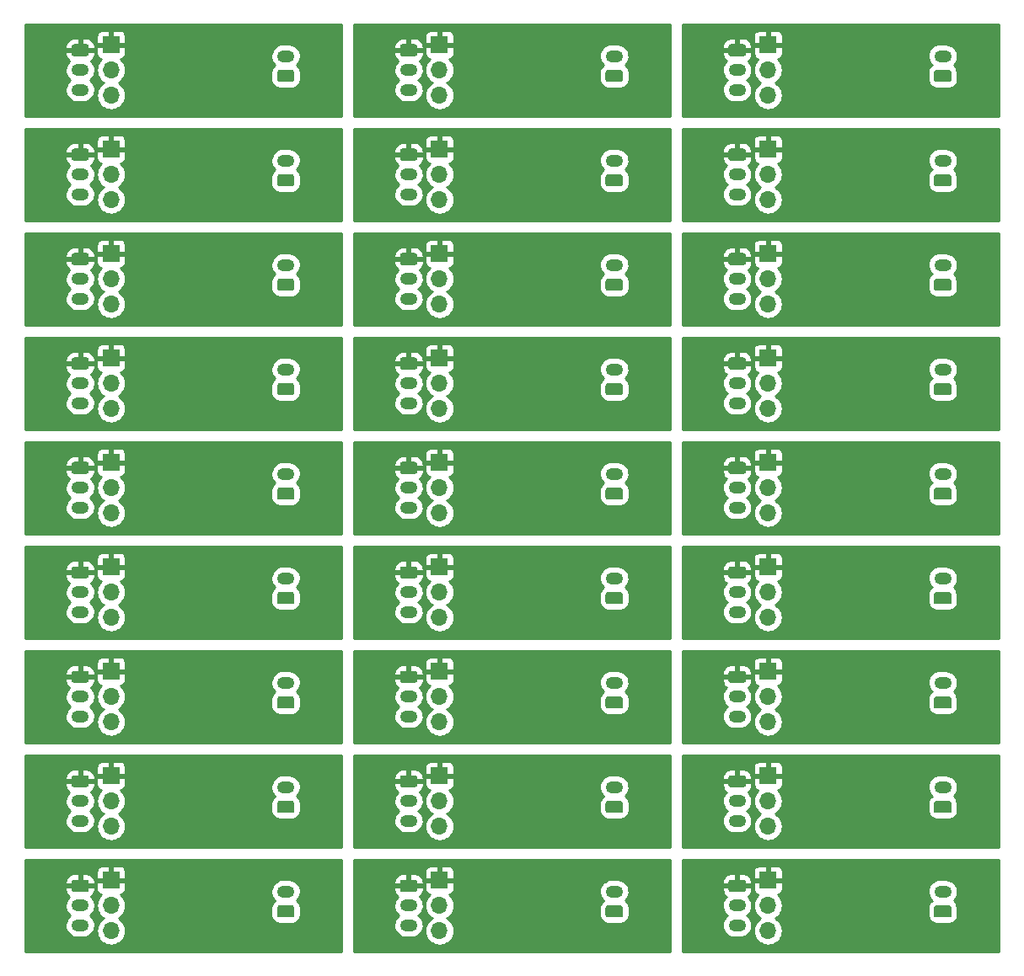
<source format=gbr>
G04 #@! TF.GenerationSoftware,KiCad,Pcbnew,5.99.0-unknown-r16857-c6889b00*
G04 #@! TF.CreationDate,2019-10-20T20:17:34+02:00*
G04 #@! TF.ProjectId,pulsr-panel,70756c73-722d-4706-916e-656c2e6b6963,rev?*
G04 #@! TF.SameCoordinates,Original*
G04 #@! TF.FileFunction,Copper,L2,Bot*
G04 #@! TF.FilePolarity,Positive*
%FSLAX46Y46*%
G04 Gerber Fmt 4.6, Leading zero omitted, Abs format (unit mm)*
G04 Created by KiCad (PCBNEW 5.99.0-unknown-r16857-c6889b00) date 2019-10-20 20:17:34*
%MOMM*%
%LPD*%
G04 APERTURE LIST*
%ADD10O,1.750000X1.200000*%
%ADD11C,0.100000*%
%ADD12C,1.200000*%
%ADD13O,1.700000X1.700000*%
%ADD14R,1.700000X1.700000*%
%ADD15C,0.800000*%
%ADD16C,0.250000*%
G04 APERTURE END LIST*
D10*
X92650000Y-111600000D03*
X92650000Y-109600000D03*
D11*
G36*
X93370671Y-107019030D02*
G01*
X93451777Y-107073223D01*
X93505970Y-107154329D01*
X93525000Y-107249999D01*
X93525000Y-107950001D01*
X93505970Y-108045671D01*
X93451777Y-108126777D01*
X93370671Y-108180970D01*
X93275001Y-108200000D01*
X92024999Y-108200000D01*
X91929329Y-108180970D01*
X91848223Y-108126777D01*
X91794030Y-108045671D01*
X91775000Y-107950001D01*
X91775000Y-107249999D01*
X91794030Y-107154329D01*
X91848223Y-107073223D01*
X91929329Y-107019030D01*
X92024999Y-107000000D01*
X93275001Y-107000000D01*
X93370671Y-107019030D01*
X93370671Y-107019030D01*
G37*
D12*
X92650000Y-107600000D03*
D10*
X59650000Y-111600000D03*
X59650000Y-109600000D03*
D11*
G36*
X60370671Y-107019030D02*
G01*
X60451777Y-107073223D01*
X60505970Y-107154329D01*
X60525000Y-107249999D01*
X60525000Y-107950001D01*
X60505970Y-108045671D01*
X60451777Y-108126777D01*
X60370671Y-108180970D01*
X60275001Y-108200000D01*
X59024999Y-108200000D01*
X58929329Y-108180970D01*
X58848223Y-108126777D01*
X58794030Y-108045671D01*
X58775000Y-107950001D01*
X58775000Y-107249999D01*
X58794030Y-107154329D01*
X58848223Y-107073223D01*
X58929329Y-107019030D01*
X59024999Y-107000000D01*
X60275001Y-107000000D01*
X60370671Y-107019030D01*
X60370671Y-107019030D01*
G37*
D12*
X59650000Y-107600000D03*
D10*
X26650000Y-111600000D03*
X26650000Y-109600000D03*
D11*
G36*
X27370671Y-107019030D02*
G01*
X27451777Y-107073223D01*
X27505970Y-107154329D01*
X27525000Y-107249999D01*
X27525000Y-107950001D01*
X27505970Y-108045671D01*
X27451777Y-108126777D01*
X27370671Y-108180970D01*
X27275001Y-108200000D01*
X26024999Y-108200000D01*
X25929329Y-108180970D01*
X25848223Y-108126777D01*
X25794030Y-108045671D01*
X25775000Y-107950001D01*
X25775000Y-107249999D01*
X25794030Y-107154329D01*
X25848223Y-107073223D01*
X25929329Y-107019030D01*
X26024999Y-107000000D01*
X27275001Y-107000000D01*
X27370671Y-107019030D01*
X27370671Y-107019030D01*
G37*
D12*
X26650000Y-107600000D03*
D10*
X92650000Y-101100000D03*
X92650000Y-99100000D03*
D11*
G36*
X93370671Y-96519030D02*
G01*
X93451777Y-96573223D01*
X93505970Y-96654329D01*
X93525000Y-96749999D01*
X93525000Y-97450001D01*
X93505970Y-97545671D01*
X93451777Y-97626777D01*
X93370671Y-97680970D01*
X93275001Y-97700000D01*
X92024999Y-97700000D01*
X91929329Y-97680970D01*
X91848223Y-97626777D01*
X91794030Y-97545671D01*
X91775000Y-97450001D01*
X91775000Y-96749999D01*
X91794030Y-96654329D01*
X91848223Y-96573223D01*
X91929329Y-96519030D01*
X92024999Y-96500000D01*
X93275001Y-96500000D01*
X93370671Y-96519030D01*
X93370671Y-96519030D01*
G37*
D12*
X92650000Y-97100000D03*
D10*
X59650000Y-101100000D03*
X59650000Y-99100000D03*
D11*
G36*
X60370671Y-96519030D02*
G01*
X60451777Y-96573223D01*
X60505970Y-96654329D01*
X60525000Y-96749999D01*
X60525000Y-97450001D01*
X60505970Y-97545671D01*
X60451777Y-97626777D01*
X60370671Y-97680970D01*
X60275001Y-97700000D01*
X59024999Y-97700000D01*
X58929329Y-97680970D01*
X58848223Y-97626777D01*
X58794030Y-97545671D01*
X58775000Y-97450001D01*
X58775000Y-96749999D01*
X58794030Y-96654329D01*
X58848223Y-96573223D01*
X58929329Y-96519030D01*
X59024999Y-96500000D01*
X60275001Y-96500000D01*
X60370671Y-96519030D01*
X60370671Y-96519030D01*
G37*
D12*
X59650000Y-97100000D03*
D10*
X26650000Y-101100000D03*
X26650000Y-99100000D03*
D11*
G36*
X27370671Y-96519030D02*
G01*
X27451777Y-96573223D01*
X27505970Y-96654329D01*
X27525000Y-96749999D01*
X27525000Y-97450001D01*
X27505970Y-97545671D01*
X27451777Y-97626777D01*
X27370671Y-97680970D01*
X27275001Y-97700000D01*
X26024999Y-97700000D01*
X25929329Y-97680970D01*
X25848223Y-97626777D01*
X25794030Y-97545671D01*
X25775000Y-97450001D01*
X25775000Y-96749999D01*
X25794030Y-96654329D01*
X25848223Y-96573223D01*
X25929329Y-96519030D01*
X26024999Y-96500000D01*
X27275001Y-96500000D01*
X27370671Y-96519030D01*
X27370671Y-96519030D01*
G37*
D12*
X26650000Y-97100000D03*
D10*
X92650000Y-90600000D03*
X92650000Y-88600000D03*
D11*
G36*
X93370671Y-86019030D02*
G01*
X93451777Y-86073223D01*
X93505970Y-86154329D01*
X93525000Y-86249999D01*
X93525000Y-86950001D01*
X93505970Y-87045671D01*
X93451777Y-87126777D01*
X93370671Y-87180970D01*
X93275001Y-87200000D01*
X92024999Y-87200000D01*
X91929329Y-87180970D01*
X91848223Y-87126777D01*
X91794030Y-87045671D01*
X91775000Y-86950001D01*
X91775000Y-86249999D01*
X91794030Y-86154329D01*
X91848223Y-86073223D01*
X91929329Y-86019030D01*
X92024999Y-86000000D01*
X93275001Y-86000000D01*
X93370671Y-86019030D01*
X93370671Y-86019030D01*
G37*
D12*
X92650000Y-86600000D03*
D10*
X59650000Y-90600000D03*
X59650000Y-88600000D03*
D11*
G36*
X60370671Y-86019030D02*
G01*
X60451777Y-86073223D01*
X60505970Y-86154329D01*
X60525000Y-86249999D01*
X60525000Y-86950001D01*
X60505970Y-87045671D01*
X60451777Y-87126777D01*
X60370671Y-87180970D01*
X60275001Y-87200000D01*
X59024999Y-87200000D01*
X58929329Y-87180970D01*
X58848223Y-87126777D01*
X58794030Y-87045671D01*
X58775000Y-86950001D01*
X58775000Y-86249999D01*
X58794030Y-86154329D01*
X58848223Y-86073223D01*
X58929329Y-86019030D01*
X59024999Y-86000000D01*
X60275001Y-86000000D01*
X60370671Y-86019030D01*
X60370671Y-86019030D01*
G37*
D12*
X59650000Y-86600000D03*
D10*
X26650000Y-90600000D03*
X26650000Y-88600000D03*
D11*
G36*
X27370671Y-86019030D02*
G01*
X27451777Y-86073223D01*
X27505970Y-86154329D01*
X27525000Y-86249999D01*
X27525000Y-86950001D01*
X27505970Y-87045671D01*
X27451777Y-87126777D01*
X27370671Y-87180970D01*
X27275001Y-87200000D01*
X26024999Y-87200000D01*
X25929329Y-87180970D01*
X25848223Y-87126777D01*
X25794030Y-87045671D01*
X25775000Y-86950001D01*
X25775000Y-86249999D01*
X25794030Y-86154329D01*
X25848223Y-86073223D01*
X25929329Y-86019030D01*
X26024999Y-86000000D01*
X27275001Y-86000000D01*
X27370671Y-86019030D01*
X27370671Y-86019030D01*
G37*
D12*
X26650000Y-86600000D03*
D10*
X92650000Y-80100000D03*
X92650000Y-78100000D03*
D11*
G36*
X93370671Y-75519030D02*
G01*
X93451777Y-75573223D01*
X93505970Y-75654329D01*
X93525000Y-75749999D01*
X93525000Y-76450001D01*
X93505970Y-76545671D01*
X93451777Y-76626777D01*
X93370671Y-76680970D01*
X93275001Y-76700000D01*
X92024999Y-76700000D01*
X91929329Y-76680970D01*
X91848223Y-76626777D01*
X91794030Y-76545671D01*
X91775000Y-76450001D01*
X91775000Y-75749999D01*
X91794030Y-75654329D01*
X91848223Y-75573223D01*
X91929329Y-75519030D01*
X92024999Y-75500000D01*
X93275001Y-75500000D01*
X93370671Y-75519030D01*
X93370671Y-75519030D01*
G37*
D12*
X92650000Y-76100000D03*
D10*
X59650000Y-80100000D03*
X59650000Y-78100000D03*
D11*
G36*
X60370671Y-75519030D02*
G01*
X60451777Y-75573223D01*
X60505970Y-75654329D01*
X60525000Y-75749999D01*
X60525000Y-76450001D01*
X60505970Y-76545671D01*
X60451777Y-76626777D01*
X60370671Y-76680970D01*
X60275001Y-76700000D01*
X59024999Y-76700000D01*
X58929329Y-76680970D01*
X58848223Y-76626777D01*
X58794030Y-76545671D01*
X58775000Y-76450001D01*
X58775000Y-75749999D01*
X58794030Y-75654329D01*
X58848223Y-75573223D01*
X58929329Y-75519030D01*
X59024999Y-75500000D01*
X60275001Y-75500000D01*
X60370671Y-75519030D01*
X60370671Y-75519030D01*
G37*
D12*
X59650000Y-76100000D03*
D10*
X26650000Y-80100000D03*
X26650000Y-78100000D03*
D11*
G36*
X27370671Y-75519030D02*
G01*
X27451777Y-75573223D01*
X27505970Y-75654329D01*
X27525000Y-75749999D01*
X27525000Y-76450001D01*
X27505970Y-76545671D01*
X27451777Y-76626777D01*
X27370671Y-76680970D01*
X27275001Y-76700000D01*
X26024999Y-76700000D01*
X25929329Y-76680970D01*
X25848223Y-76626777D01*
X25794030Y-76545671D01*
X25775000Y-76450001D01*
X25775000Y-75749999D01*
X25794030Y-75654329D01*
X25848223Y-75573223D01*
X25929329Y-75519030D01*
X26024999Y-75500000D01*
X27275001Y-75500000D01*
X27370671Y-75519030D01*
X27370671Y-75519030D01*
G37*
D12*
X26650000Y-76100000D03*
D10*
X92650000Y-69600000D03*
X92650000Y-67600000D03*
D11*
G36*
X93370671Y-65019030D02*
G01*
X93451777Y-65073223D01*
X93505970Y-65154329D01*
X93525000Y-65249999D01*
X93525000Y-65950001D01*
X93505970Y-66045671D01*
X93451777Y-66126777D01*
X93370671Y-66180970D01*
X93275001Y-66200000D01*
X92024999Y-66200000D01*
X91929329Y-66180970D01*
X91848223Y-66126777D01*
X91794030Y-66045671D01*
X91775000Y-65950001D01*
X91775000Y-65249999D01*
X91794030Y-65154329D01*
X91848223Y-65073223D01*
X91929329Y-65019030D01*
X92024999Y-65000000D01*
X93275001Y-65000000D01*
X93370671Y-65019030D01*
X93370671Y-65019030D01*
G37*
D12*
X92650000Y-65600000D03*
D10*
X59650000Y-69600000D03*
X59650000Y-67600000D03*
D11*
G36*
X60370671Y-65019030D02*
G01*
X60451777Y-65073223D01*
X60505970Y-65154329D01*
X60525000Y-65249999D01*
X60525000Y-65950001D01*
X60505970Y-66045671D01*
X60451777Y-66126777D01*
X60370671Y-66180970D01*
X60275001Y-66200000D01*
X59024999Y-66200000D01*
X58929329Y-66180970D01*
X58848223Y-66126777D01*
X58794030Y-66045671D01*
X58775000Y-65950001D01*
X58775000Y-65249999D01*
X58794030Y-65154329D01*
X58848223Y-65073223D01*
X58929329Y-65019030D01*
X59024999Y-65000000D01*
X60275001Y-65000000D01*
X60370671Y-65019030D01*
X60370671Y-65019030D01*
G37*
D12*
X59650000Y-65600000D03*
D10*
X26650000Y-69600000D03*
X26650000Y-67600000D03*
D11*
G36*
X27370671Y-65019030D02*
G01*
X27451777Y-65073223D01*
X27505970Y-65154329D01*
X27525000Y-65249999D01*
X27525000Y-65950001D01*
X27505970Y-66045671D01*
X27451777Y-66126777D01*
X27370671Y-66180970D01*
X27275001Y-66200000D01*
X26024999Y-66200000D01*
X25929329Y-66180970D01*
X25848223Y-66126777D01*
X25794030Y-66045671D01*
X25775000Y-65950001D01*
X25775000Y-65249999D01*
X25794030Y-65154329D01*
X25848223Y-65073223D01*
X25929329Y-65019030D01*
X26024999Y-65000000D01*
X27275001Y-65000000D01*
X27370671Y-65019030D01*
X27370671Y-65019030D01*
G37*
D12*
X26650000Y-65600000D03*
D10*
X92650000Y-59100000D03*
X92650000Y-57100000D03*
D11*
G36*
X93370671Y-54519030D02*
G01*
X93451777Y-54573223D01*
X93505970Y-54654329D01*
X93525000Y-54749999D01*
X93525000Y-55450001D01*
X93505970Y-55545671D01*
X93451777Y-55626777D01*
X93370671Y-55680970D01*
X93275001Y-55700000D01*
X92024999Y-55700000D01*
X91929329Y-55680970D01*
X91848223Y-55626777D01*
X91794030Y-55545671D01*
X91775000Y-55450001D01*
X91775000Y-54749999D01*
X91794030Y-54654329D01*
X91848223Y-54573223D01*
X91929329Y-54519030D01*
X92024999Y-54500000D01*
X93275001Y-54500000D01*
X93370671Y-54519030D01*
X93370671Y-54519030D01*
G37*
D12*
X92650000Y-55100000D03*
D10*
X59650000Y-59100000D03*
X59650000Y-57100000D03*
D11*
G36*
X60370671Y-54519030D02*
G01*
X60451777Y-54573223D01*
X60505970Y-54654329D01*
X60525000Y-54749999D01*
X60525000Y-55450001D01*
X60505970Y-55545671D01*
X60451777Y-55626777D01*
X60370671Y-55680970D01*
X60275001Y-55700000D01*
X59024999Y-55700000D01*
X58929329Y-55680970D01*
X58848223Y-55626777D01*
X58794030Y-55545671D01*
X58775000Y-55450001D01*
X58775000Y-54749999D01*
X58794030Y-54654329D01*
X58848223Y-54573223D01*
X58929329Y-54519030D01*
X59024999Y-54500000D01*
X60275001Y-54500000D01*
X60370671Y-54519030D01*
X60370671Y-54519030D01*
G37*
D12*
X59650000Y-55100000D03*
D10*
X26650000Y-59100000D03*
X26650000Y-57100000D03*
D11*
G36*
X27370671Y-54519030D02*
G01*
X27451777Y-54573223D01*
X27505970Y-54654329D01*
X27525000Y-54749999D01*
X27525000Y-55450001D01*
X27505970Y-55545671D01*
X27451777Y-55626777D01*
X27370671Y-55680970D01*
X27275001Y-55700000D01*
X26024999Y-55700000D01*
X25929329Y-55680970D01*
X25848223Y-55626777D01*
X25794030Y-55545671D01*
X25775000Y-55450001D01*
X25775000Y-54749999D01*
X25794030Y-54654329D01*
X25848223Y-54573223D01*
X25929329Y-54519030D01*
X26024999Y-54500000D01*
X27275001Y-54500000D01*
X27370671Y-54519030D01*
X27370671Y-54519030D01*
G37*
D12*
X26650000Y-55100000D03*
D10*
X92650000Y-48600000D03*
X92650000Y-46600000D03*
D11*
G36*
X93370671Y-44019030D02*
G01*
X93451777Y-44073223D01*
X93505970Y-44154329D01*
X93525000Y-44249999D01*
X93525000Y-44950001D01*
X93505970Y-45045671D01*
X93451777Y-45126777D01*
X93370671Y-45180970D01*
X93275001Y-45200000D01*
X92024999Y-45200000D01*
X91929329Y-45180970D01*
X91848223Y-45126777D01*
X91794030Y-45045671D01*
X91775000Y-44950001D01*
X91775000Y-44249999D01*
X91794030Y-44154329D01*
X91848223Y-44073223D01*
X91929329Y-44019030D01*
X92024999Y-44000000D01*
X93275001Y-44000000D01*
X93370671Y-44019030D01*
X93370671Y-44019030D01*
G37*
D12*
X92650000Y-44600000D03*
D10*
X59650000Y-48600000D03*
X59650000Y-46600000D03*
D11*
G36*
X60370671Y-44019030D02*
G01*
X60451777Y-44073223D01*
X60505970Y-44154329D01*
X60525000Y-44249999D01*
X60525000Y-44950001D01*
X60505970Y-45045671D01*
X60451777Y-45126777D01*
X60370671Y-45180970D01*
X60275001Y-45200000D01*
X59024999Y-45200000D01*
X58929329Y-45180970D01*
X58848223Y-45126777D01*
X58794030Y-45045671D01*
X58775000Y-44950001D01*
X58775000Y-44249999D01*
X58794030Y-44154329D01*
X58848223Y-44073223D01*
X58929329Y-44019030D01*
X59024999Y-44000000D01*
X60275001Y-44000000D01*
X60370671Y-44019030D01*
X60370671Y-44019030D01*
G37*
D12*
X59650000Y-44600000D03*
D10*
X26650000Y-48600000D03*
X26650000Y-46600000D03*
D11*
G36*
X27370671Y-44019030D02*
G01*
X27451777Y-44073223D01*
X27505970Y-44154329D01*
X27525000Y-44249999D01*
X27525000Y-44950001D01*
X27505970Y-45045671D01*
X27451777Y-45126777D01*
X27370671Y-45180970D01*
X27275001Y-45200000D01*
X26024999Y-45200000D01*
X25929329Y-45180970D01*
X25848223Y-45126777D01*
X25794030Y-45045671D01*
X25775000Y-44950001D01*
X25775000Y-44249999D01*
X25794030Y-44154329D01*
X25848223Y-44073223D01*
X25929329Y-44019030D01*
X26024999Y-44000000D01*
X27275001Y-44000000D01*
X27370671Y-44019030D01*
X27370671Y-44019030D01*
G37*
D12*
X26650000Y-44600000D03*
D10*
X92650000Y-38100000D03*
X92650000Y-36100000D03*
D11*
G36*
X93370671Y-33519030D02*
G01*
X93451777Y-33573223D01*
X93505970Y-33654329D01*
X93525000Y-33749999D01*
X93525000Y-34450001D01*
X93505970Y-34545671D01*
X93451777Y-34626777D01*
X93370671Y-34680970D01*
X93275001Y-34700000D01*
X92024999Y-34700000D01*
X91929329Y-34680970D01*
X91848223Y-34626777D01*
X91794030Y-34545671D01*
X91775000Y-34450001D01*
X91775000Y-33749999D01*
X91794030Y-33654329D01*
X91848223Y-33573223D01*
X91929329Y-33519030D01*
X92024999Y-33500000D01*
X93275001Y-33500000D01*
X93370671Y-33519030D01*
X93370671Y-33519030D01*
G37*
D12*
X92650000Y-34100000D03*
D10*
X59650000Y-38100000D03*
X59650000Y-36100000D03*
D11*
G36*
X60370671Y-33519030D02*
G01*
X60451777Y-33573223D01*
X60505970Y-33654329D01*
X60525000Y-33749999D01*
X60525000Y-34450001D01*
X60505970Y-34545671D01*
X60451777Y-34626777D01*
X60370671Y-34680970D01*
X60275001Y-34700000D01*
X59024999Y-34700000D01*
X58929329Y-34680970D01*
X58848223Y-34626777D01*
X58794030Y-34545671D01*
X58775000Y-34450001D01*
X58775000Y-33749999D01*
X58794030Y-33654329D01*
X58848223Y-33573223D01*
X58929329Y-33519030D01*
X59024999Y-33500000D01*
X60275001Y-33500000D01*
X60370671Y-33519030D01*
X60370671Y-33519030D01*
G37*
D12*
X59650000Y-34100000D03*
D10*
X26650000Y-38100000D03*
X26650000Y-36100000D03*
D11*
G36*
X27370671Y-33519030D02*
G01*
X27451777Y-33573223D01*
X27505970Y-33654329D01*
X27525000Y-33749999D01*
X27525000Y-34450001D01*
X27505970Y-34545671D01*
X27451777Y-34626777D01*
X27370671Y-34680970D01*
X27275001Y-34700000D01*
X26024999Y-34700000D01*
X25929329Y-34680970D01*
X25848223Y-34626777D01*
X25794030Y-34545671D01*
X25775000Y-34450001D01*
X25775000Y-33749999D01*
X25794030Y-33654329D01*
X25848223Y-33573223D01*
X25929329Y-33519030D01*
X26024999Y-33500000D01*
X27275001Y-33500000D01*
X27370671Y-33519030D01*
X27370671Y-33519030D01*
G37*
D12*
X26650000Y-34100000D03*
D10*
X92650000Y-27600000D03*
X92650000Y-25600000D03*
D11*
G36*
X93370671Y-23019030D02*
G01*
X93451777Y-23073223D01*
X93505970Y-23154329D01*
X93525000Y-23249999D01*
X93525000Y-23950001D01*
X93505970Y-24045671D01*
X93451777Y-24126777D01*
X93370671Y-24180970D01*
X93275001Y-24200000D01*
X92024999Y-24200000D01*
X91929329Y-24180970D01*
X91848223Y-24126777D01*
X91794030Y-24045671D01*
X91775000Y-23950001D01*
X91775000Y-23249999D01*
X91794030Y-23154329D01*
X91848223Y-23073223D01*
X91929329Y-23019030D01*
X92024999Y-23000000D01*
X93275001Y-23000000D01*
X93370671Y-23019030D01*
X93370671Y-23019030D01*
G37*
D12*
X92650000Y-23600000D03*
D10*
X59650000Y-27600000D03*
X59650000Y-25600000D03*
D11*
G36*
X60370671Y-23019030D02*
G01*
X60451777Y-23073223D01*
X60505970Y-23154329D01*
X60525000Y-23249999D01*
X60525000Y-23950001D01*
X60505970Y-24045671D01*
X60451777Y-24126777D01*
X60370671Y-24180970D01*
X60275001Y-24200000D01*
X59024999Y-24200000D01*
X58929329Y-24180970D01*
X58848223Y-24126777D01*
X58794030Y-24045671D01*
X58775000Y-23950001D01*
X58775000Y-23249999D01*
X58794030Y-23154329D01*
X58848223Y-23073223D01*
X58929329Y-23019030D01*
X59024999Y-23000000D01*
X60275001Y-23000000D01*
X60370671Y-23019030D01*
X60370671Y-23019030D01*
G37*
D12*
X59650000Y-23600000D03*
D10*
X113300000Y-108200000D03*
D11*
G36*
X114020671Y-109619030D02*
G01*
X114101777Y-109673223D01*
X114155970Y-109754329D01*
X114175000Y-109849999D01*
X114175000Y-110550001D01*
X114155970Y-110645671D01*
X114101777Y-110726777D01*
X114020671Y-110780970D01*
X113925001Y-110800000D01*
X112674999Y-110800000D01*
X112579329Y-110780970D01*
X112498223Y-110726777D01*
X112444030Y-110645671D01*
X112425000Y-110550001D01*
X112425000Y-109849999D01*
X112444030Y-109754329D01*
X112498223Y-109673223D01*
X112579329Y-109619030D01*
X112674999Y-109600000D01*
X113925001Y-109600000D01*
X114020671Y-109619030D01*
X114020671Y-109619030D01*
G37*
D12*
X113300000Y-110200000D03*
D10*
X80300000Y-108200000D03*
D11*
G36*
X81020671Y-109619030D02*
G01*
X81101777Y-109673223D01*
X81155970Y-109754329D01*
X81175000Y-109849999D01*
X81175000Y-110550001D01*
X81155970Y-110645671D01*
X81101777Y-110726777D01*
X81020671Y-110780970D01*
X80925001Y-110800000D01*
X79674999Y-110800000D01*
X79579329Y-110780970D01*
X79498223Y-110726777D01*
X79444030Y-110645671D01*
X79425000Y-110550001D01*
X79425000Y-109849999D01*
X79444030Y-109754329D01*
X79498223Y-109673223D01*
X79579329Y-109619030D01*
X79674999Y-109600000D01*
X80925001Y-109600000D01*
X81020671Y-109619030D01*
X81020671Y-109619030D01*
G37*
D12*
X80300000Y-110200000D03*
D10*
X47300000Y-108200000D03*
D11*
G36*
X48020671Y-109619030D02*
G01*
X48101777Y-109673223D01*
X48155970Y-109754329D01*
X48175000Y-109849999D01*
X48175000Y-110550001D01*
X48155970Y-110645671D01*
X48101777Y-110726777D01*
X48020671Y-110780970D01*
X47925001Y-110800000D01*
X46674999Y-110800000D01*
X46579329Y-110780970D01*
X46498223Y-110726777D01*
X46444030Y-110645671D01*
X46425000Y-110550001D01*
X46425000Y-109849999D01*
X46444030Y-109754329D01*
X46498223Y-109673223D01*
X46579329Y-109619030D01*
X46674999Y-109600000D01*
X47925001Y-109600000D01*
X48020671Y-109619030D01*
X48020671Y-109619030D01*
G37*
D12*
X47300000Y-110200000D03*
D10*
X113300000Y-97700000D03*
D11*
G36*
X114020671Y-99119030D02*
G01*
X114101777Y-99173223D01*
X114155970Y-99254329D01*
X114175000Y-99349999D01*
X114175000Y-100050001D01*
X114155970Y-100145671D01*
X114101777Y-100226777D01*
X114020671Y-100280970D01*
X113925001Y-100300000D01*
X112674999Y-100300000D01*
X112579329Y-100280970D01*
X112498223Y-100226777D01*
X112444030Y-100145671D01*
X112425000Y-100050001D01*
X112425000Y-99349999D01*
X112444030Y-99254329D01*
X112498223Y-99173223D01*
X112579329Y-99119030D01*
X112674999Y-99100000D01*
X113925001Y-99100000D01*
X114020671Y-99119030D01*
X114020671Y-99119030D01*
G37*
D12*
X113300000Y-99700000D03*
D10*
X80300000Y-97700000D03*
D11*
G36*
X81020671Y-99119030D02*
G01*
X81101777Y-99173223D01*
X81155970Y-99254329D01*
X81175000Y-99349999D01*
X81175000Y-100050001D01*
X81155970Y-100145671D01*
X81101777Y-100226777D01*
X81020671Y-100280970D01*
X80925001Y-100300000D01*
X79674999Y-100300000D01*
X79579329Y-100280970D01*
X79498223Y-100226777D01*
X79444030Y-100145671D01*
X79425000Y-100050001D01*
X79425000Y-99349999D01*
X79444030Y-99254329D01*
X79498223Y-99173223D01*
X79579329Y-99119030D01*
X79674999Y-99100000D01*
X80925001Y-99100000D01*
X81020671Y-99119030D01*
X81020671Y-99119030D01*
G37*
D12*
X80300000Y-99700000D03*
D10*
X47300000Y-97700000D03*
D11*
G36*
X48020671Y-99119030D02*
G01*
X48101777Y-99173223D01*
X48155970Y-99254329D01*
X48175000Y-99349999D01*
X48175000Y-100050001D01*
X48155970Y-100145671D01*
X48101777Y-100226777D01*
X48020671Y-100280970D01*
X47925001Y-100300000D01*
X46674999Y-100300000D01*
X46579329Y-100280970D01*
X46498223Y-100226777D01*
X46444030Y-100145671D01*
X46425000Y-100050001D01*
X46425000Y-99349999D01*
X46444030Y-99254329D01*
X46498223Y-99173223D01*
X46579329Y-99119030D01*
X46674999Y-99100000D01*
X47925001Y-99100000D01*
X48020671Y-99119030D01*
X48020671Y-99119030D01*
G37*
D12*
X47300000Y-99700000D03*
D10*
X113300000Y-87200000D03*
D11*
G36*
X114020671Y-88619030D02*
G01*
X114101777Y-88673223D01*
X114155970Y-88754329D01*
X114175000Y-88849999D01*
X114175000Y-89550001D01*
X114155970Y-89645671D01*
X114101777Y-89726777D01*
X114020671Y-89780970D01*
X113925001Y-89800000D01*
X112674999Y-89800000D01*
X112579329Y-89780970D01*
X112498223Y-89726777D01*
X112444030Y-89645671D01*
X112425000Y-89550001D01*
X112425000Y-88849999D01*
X112444030Y-88754329D01*
X112498223Y-88673223D01*
X112579329Y-88619030D01*
X112674999Y-88600000D01*
X113925001Y-88600000D01*
X114020671Y-88619030D01*
X114020671Y-88619030D01*
G37*
D12*
X113300000Y-89200000D03*
D10*
X80300000Y-87200000D03*
D11*
G36*
X81020671Y-88619030D02*
G01*
X81101777Y-88673223D01*
X81155970Y-88754329D01*
X81175000Y-88849999D01*
X81175000Y-89550001D01*
X81155970Y-89645671D01*
X81101777Y-89726777D01*
X81020671Y-89780970D01*
X80925001Y-89800000D01*
X79674999Y-89800000D01*
X79579329Y-89780970D01*
X79498223Y-89726777D01*
X79444030Y-89645671D01*
X79425000Y-89550001D01*
X79425000Y-88849999D01*
X79444030Y-88754329D01*
X79498223Y-88673223D01*
X79579329Y-88619030D01*
X79674999Y-88600000D01*
X80925001Y-88600000D01*
X81020671Y-88619030D01*
X81020671Y-88619030D01*
G37*
D12*
X80300000Y-89200000D03*
D10*
X47300000Y-87200000D03*
D11*
G36*
X48020671Y-88619030D02*
G01*
X48101777Y-88673223D01*
X48155970Y-88754329D01*
X48175000Y-88849999D01*
X48175000Y-89550001D01*
X48155970Y-89645671D01*
X48101777Y-89726777D01*
X48020671Y-89780970D01*
X47925001Y-89800000D01*
X46674999Y-89800000D01*
X46579329Y-89780970D01*
X46498223Y-89726777D01*
X46444030Y-89645671D01*
X46425000Y-89550001D01*
X46425000Y-88849999D01*
X46444030Y-88754329D01*
X46498223Y-88673223D01*
X46579329Y-88619030D01*
X46674999Y-88600000D01*
X47925001Y-88600000D01*
X48020671Y-88619030D01*
X48020671Y-88619030D01*
G37*
D12*
X47300000Y-89200000D03*
D10*
X113300000Y-76700000D03*
D11*
G36*
X114020671Y-78119030D02*
G01*
X114101777Y-78173223D01*
X114155970Y-78254329D01*
X114175000Y-78349999D01*
X114175000Y-79050001D01*
X114155970Y-79145671D01*
X114101777Y-79226777D01*
X114020671Y-79280970D01*
X113925001Y-79300000D01*
X112674999Y-79300000D01*
X112579329Y-79280970D01*
X112498223Y-79226777D01*
X112444030Y-79145671D01*
X112425000Y-79050001D01*
X112425000Y-78349999D01*
X112444030Y-78254329D01*
X112498223Y-78173223D01*
X112579329Y-78119030D01*
X112674999Y-78100000D01*
X113925001Y-78100000D01*
X114020671Y-78119030D01*
X114020671Y-78119030D01*
G37*
D12*
X113300000Y-78700000D03*
D10*
X80300000Y-76700000D03*
D11*
G36*
X81020671Y-78119030D02*
G01*
X81101777Y-78173223D01*
X81155970Y-78254329D01*
X81175000Y-78349999D01*
X81175000Y-79050001D01*
X81155970Y-79145671D01*
X81101777Y-79226777D01*
X81020671Y-79280970D01*
X80925001Y-79300000D01*
X79674999Y-79300000D01*
X79579329Y-79280970D01*
X79498223Y-79226777D01*
X79444030Y-79145671D01*
X79425000Y-79050001D01*
X79425000Y-78349999D01*
X79444030Y-78254329D01*
X79498223Y-78173223D01*
X79579329Y-78119030D01*
X79674999Y-78100000D01*
X80925001Y-78100000D01*
X81020671Y-78119030D01*
X81020671Y-78119030D01*
G37*
D12*
X80300000Y-78700000D03*
D10*
X47300000Y-76700000D03*
D11*
G36*
X48020671Y-78119030D02*
G01*
X48101777Y-78173223D01*
X48155970Y-78254329D01*
X48175000Y-78349999D01*
X48175000Y-79050001D01*
X48155970Y-79145671D01*
X48101777Y-79226777D01*
X48020671Y-79280970D01*
X47925001Y-79300000D01*
X46674999Y-79300000D01*
X46579329Y-79280970D01*
X46498223Y-79226777D01*
X46444030Y-79145671D01*
X46425000Y-79050001D01*
X46425000Y-78349999D01*
X46444030Y-78254329D01*
X46498223Y-78173223D01*
X46579329Y-78119030D01*
X46674999Y-78100000D01*
X47925001Y-78100000D01*
X48020671Y-78119030D01*
X48020671Y-78119030D01*
G37*
D12*
X47300000Y-78700000D03*
D10*
X113300000Y-66200000D03*
D11*
G36*
X114020671Y-67619030D02*
G01*
X114101777Y-67673223D01*
X114155970Y-67754329D01*
X114175000Y-67849999D01*
X114175000Y-68550001D01*
X114155970Y-68645671D01*
X114101777Y-68726777D01*
X114020671Y-68780970D01*
X113925001Y-68800000D01*
X112674999Y-68800000D01*
X112579329Y-68780970D01*
X112498223Y-68726777D01*
X112444030Y-68645671D01*
X112425000Y-68550001D01*
X112425000Y-67849999D01*
X112444030Y-67754329D01*
X112498223Y-67673223D01*
X112579329Y-67619030D01*
X112674999Y-67600000D01*
X113925001Y-67600000D01*
X114020671Y-67619030D01*
X114020671Y-67619030D01*
G37*
D12*
X113300000Y-68200000D03*
D10*
X80300000Y-66200000D03*
D11*
G36*
X81020671Y-67619030D02*
G01*
X81101777Y-67673223D01*
X81155970Y-67754329D01*
X81175000Y-67849999D01*
X81175000Y-68550001D01*
X81155970Y-68645671D01*
X81101777Y-68726777D01*
X81020671Y-68780970D01*
X80925001Y-68800000D01*
X79674999Y-68800000D01*
X79579329Y-68780970D01*
X79498223Y-68726777D01*
X79444030Y-68645671D01*
X79425000Y-68550001D01*
X79425000Y-67849999D01*
X79444030Y-67754329D01*
X79498223Y-67673223D01*
X79579329Y-67619030D01*
X79674999Y-67600000D01*
X80925001Y-67600000D01*
X81020671Y-67619030D01*
X81020671Y-67619030D01*
G37*
D12*
X80300000Y-68200000D03*
D10*
X47300000Y-66200000D03*
D11*
G36*
X48020671Y-67619030D02*
G01*
X48101777Y-67673223D01*
X48155970Y-67754329D01*
X48175000Y-67849999D01*
X48175000Y-68550001D01*
X48155970Y-68645671D01*
X48101777Y-68726777D01*
X48020671Y-68780970D01*
X47925001Y-68800000D01*
X46674999Y-68800000D01*
X46579329Y-68780970D01*
X46498223Y-68726777D01*
X46444030Y-68645671D01*
X46425000Y-68550001D01*
X46425000Y-67849999D01*
X46444030Y-67754329D01*
X46498223Y-67673223D01*
X46579329Y-67619030D01*
X46674999Y-67600000D01*
X47925001Y-67600000D01*
X48020671Y-67619030D01*
X48020671Y-67619030D01*
G37*
D12*
X47300000Y-68200000D03*
D10*
X113300000Y-55700000D03*
D11*
G36*
X114020671Y-57119030D02*
G01*
X114101777Y-57173223D01*
X114155970Y-57254329D01*
X114175000Y-57349999D01*
X114175000Y-58050001D01*
X114155970Y-58145671D01*
X114101777Y-58226777D01*
X114020671Y-58280970D01*
X113925001Y-58300000D01*
X112674999Y-58300000D01*
X112579329Y-58280970D01*
X112498223Y-58226777D01*
X112444030Y-58145671D01*
X112425000Y-58050001D01*
X112425000Y-57349999D01*
X112444030Y-57254329D01*
X112498223Y-57173223D01*
X112579329Y-57119030D01*
X112674999Y-57100000D01*
X113925001Y-57100000D01*
X114020671Y-57119030D01*
X114020671Y-57119030D01*
G37*
D12*
X113300000Y-57700000D03*
D10*
X80300000Y-55700000D03*
D11*
G36*
X81020671Y-57119030D02*
G01*
X81101777Y-57173223D01*
X81155970Y-57254329D01*
X81175000Y-57349999D01*
X81175000Y-58050001D01*
X81155970Y-58145671D01*
X81101777Y-58226777D01*
X81020671Y-58280970D01*
X80925001Y-58300000D01*
X79674999Y-58300000D01*
X79579329Y-58280970D01*
X79498223Y-58226777D01*
X79444030Y-58145671D01*
X79425000Y-58050001D01*
X79425000Y-57349999D01*
X79444030Y-57254329D01*
X79498223Y-57173223D01*
X79579329Y-57119030D01*
X79674999Y-57100000D01*
X80925001Y-57100000D01*
X81020671Y-57119030D01*
X81020671Y-57119030D01*
G37*
D12*
X80300000Y-57700000D03*
D10*
X47300000Y-55700000D03*
D11*
G36*
X48020671Y-57119030D02*
G01*
X48101777Y-57173223D01*
X48155970Y-57254329D01*
X48175000Y-57349999D01*
X48175000Y-58050001D01*
X48155970Y-58145671D01*
X48101777Y-58226777D01*
X48020671Y-58280970D01*
X47925001Y-58300000D01*
X46674999Y-58300000D01*
X46579329Y-58280970D01*
X46498223Y-58226777D01*
X46444030Y-58145671D01*
X46425000Y-58050001D01*
X46425000Y-57349999D01*
X46444030Y-57254329D01*
X46498223Y-57173223D01*
X46579329Y-57119030D01*
X46674999Y-57100000D01*
X47925001Y-57100000D01*
X48020671Y-57119030D01*
X48020671Y-57119030D01*
G37*
D12*
X47300000Y-57700000D03*
D10*
X113300000Y-45200000D03*
D11*
G36*
X114020671Y-46619030D02*
G01*
X114101777Y-46673223D01*
X114155970Y-46754329D01*
X114175000Y-46849999D01*
X114175000Y-47550001D01*
X114155970Y-47645671D01*
X114101777Y-47726777D01*
X114020671Y-47780970D01*
X113925001Y-47800000D01*
X112674999Y-47800000D01*
X112579329Y-47780970D01*
X112498223Y-47726777D01*
X112444030Y-47645671D01*
X112425000Y-47550001D01*
X112425000Y-46849999D01*
X112444030Y-46754329D01*
X112498223Y-46673223D01*
X112579329Y-46619030D01*
X112674999Y-46600000D01*
X113925001Y-46600000D01*
X114020671Y-46619030D01*
X114020671Y-46619030D01*
G37*
D12*
X113300000Y-47200000D03*
D10*
X80300000Y-45200000D03*
D11*
G36*
X81020671Y-46619030D02*
G01*
X81101777Y-46673223D01*
X81155970Y-46754329D01*
X81175000Y-46849999D01*
X81175000Y-47550001D01*
X81155970Y-47645671D01*
X81101777Y-47726777D01*
X81020671Y-47780970D01*
X80925001Y-47800000D01*
X79674999Y-47800000D01*
X79579329Y-47780970D01*
X79498223Y-47726777D01*
X79444030Y-47645671D01*
X79425000Y-47550001D01*
X79425000Y-46849999D01*
X79444030Y-46754329D01*
X79498223Y-46673223D01*
X79579329Y-46619030D01*
X79674999Y-46600000D01*
X80925001Y-46600000D01*
X81020671Y-46619030D01*
X81020671Y-46619030D01*
G37*
D12*
X80300000Y-47200000D03*
D10*
X47300000Y-45200000D03*
D11*
G36*
X48020671Y-46619030D02*
G01*
X48101777Y-46673223D01*
X48155970Y-46754329D01*
X48175000Y-46849999D01*
X48175000Y-47550001D01*
X48155970Y-47645671D01*
X48101777Y-47726777D01*
X48020671Y-47780970D01*
X47925001Y-47800000D01*
X46674999Y-47800000D01*
X46579329Y-47780970D01*
X46498223Y-47726777D01*
X46444030Y-47645671D01*
X46425000Y-47550001D01*
X46425000Y-46849999D01*
X46444030Y-46754329D01*
X46498223Y-46673223D01*
X46579329Y-46619030D01*
X46674999Y-46600000D01*
X47925001Y-46600000D01*
X48020671Y-46619030D01*
X48020671Y-46619030D01*
G37*
D12*
X47300000Y-47200000D03*
D10*
X113300000Y-34700000D03*
D11*
G36*
X114020671Y-36119030D02*
G01*
X114101777Y-36173223D01*
X114155970Y-36254329D01*
X114175000Y-36349999D01*
X114175000Y-37050001D01*
X114155970Y-37145671D01*
X114101777Y-37226777D01*
X114020671Y-37280970D01*
X113925001Y-37300000D01*
X112674999Y-37300000D01*
X112579329Y-37280970D01*
X112498223Y-37226777D01*
X112444030Y-37145671D01*
X112425000Y-37050001D01*
X112425000Y-36349999D01*
X112444030Y-36254329D01*
X112498223Y-36173223D01*
X112579329Y-36119030D01*
X112674999Y-36100000D01*
X113925001Y-36100000D01*
X114020671Y-36119030D01*
X114020671Y-36119030D01*
G37*
D12*
X113300000Y-36700000D03*
D10*
X80300000Y-34700000D03*
D11*
G36*
X81020671Y-36119030D02*
G01*
X81101777Y-36173223D01*
X81155970Y-36254329D01*
X81175000Y-36349999D01*
X81175000Y-37050001D01*
X81155970Y-37145671D01*
X81101777Y-37226777D01*
X81020671Y-37280970D01*
X80925001Y-37300000D01*
X79674999Y-37300000D01*
X79579329Y-37280970D01*
X79498223Y-37226777D01*
X79444030Y-37145671D01*
X79425000Y-37050001D01*
X79425000Y-36349999D01*
X79444030Y-36254329D01*
X79498223Y-36173223D01*
X79579329Y-36119030D01*
X79674999Y-36100000D01*
X80925001Y-36100000D01*
X81020671Y-36119030D01*
X81020671Y-36119030D01*
G37*
D12*
X80300000Y-36700000D03*
D10*
X47300000Y-34700000D03*
D11*
G36*
X48020671Y-36119030D02*
G01*
X48101777Y-36173223D01*
X48155970Y-36254329D01*
X48175000Y-36349999D01*
X48175000Y-37050001D01*
X48155970Y-37145671D01*
X48101777Y-37226777D01*
X48020671Y-37280970D01*
X47925001Y-37300000D01*
X46674999Y-37300000D01*
X46579329Y-37280970D01*
X46498223Y-37226777D01*
X46444030Y-37145671D01*
X46425000Y-37050001D01*
X46425000Y-36349999D01*
X46444030Y-36254329D01*
X46498223Y-36173223D01*
X46579329Y-36119030D01*
X46674999Y-36100000D01*
X47925001Y-36100000D01*
X48020671Y-36119030D01*
X48020671Y-36119030D01*
G37*
D12*
X47300000Y-36700000D03*
D10*
X113300000Y-24200000D03*
D11*
G36*
X114020671Y-25619030D02*
G01*
X114101777Y-25673223D01*
X114155970Y-25754329D01*
X114175000Y-25849999D01*
X114175000Y-26550001D01*
X114155970Y-26645671D01*
X114101777Y-26726777D01*
X114020671Y-26780970D01*
X113925001Y-26800000D01*
X112674999Y-26800000D01*
X112579329Y-26780970D01*
X112498223Y-26726777D01*
X112444030Y-26645671D01*
X112425000Y-26550001D01*
X112425000Y-25849999D01*
X112444030Y-25754329D01*
X112498223Y-25673223D01*
X112579329Y-25619030D01*
X112674999Y-25600000D01*
X113925001Y-25600000D01*
X114020671Y-25619030D01*
X114020671Y-25619030D01*
G37*
D12*
X113300000Y-26200000D03*
D10*
X80300000Y-24200000D03*
D11*
G36*
X81020671Y-25619030D02*
G01*
X81101777Y-25673223D01*
X81155970Y-25754329D01*
X81175000Y-25849999D01*
X81175000Y-26550001D01*
X81155970Y-26645671D01*
X81101777Y-26726777D01*
X81020671Y-26780970D01*
X80925001Y-26800000D01*
X79674999Y-26800000D01*
X79579329Y-26780970D01*
X79498223Y-26726777D01*
X79444030Y-26645671D01*
X79425000Y-26550001D01*
X79425000Y-25849999D01*
X79444030Y-25754329D01*
X79498223Y-25673223D01*
X79579329Y-25619030D01*
X79674999Y-25600000D01*
X80925001Y-25600000D01*
X81020671Y-25619030D01*
X81020671Y-25619030D01*
G37*
D12*
X80300000Y-26200000D03*
D13*
X95750000Y-112140000D03*
X95750000Y-109600000D03*
D14*
X95750000Y-107060000D03*
D13*
X62750000Y-112140000D03*
X62750000Y-109600000D03*
D14*
X62750000Y-107060000D03*
D13*
X29750000Y-112140000D03*
X29750000Y-109600000D03*
D14*
X29750000Y-107060000D03*
D13*
X95750000Y-101640000D03*
X95750000Y-99100000D03*
D14*
X95750000Y-96560000D03*
D13*
X62750000Y-101640000D03*
X62750000Y-99100000D03*
D14*
X62750000Y-96560000D03*
D13*
X29750000Y-101640000D03*
X29750000Y-99100000D03*
D14*
X29750000Y-96560000D03*
D13*
X95750000Y-91140000D03*
X95750000Y-88600000D03*
D14*
X95750000Y-86060000D03*
D13*
X62750000Y-91140000D03*
X62750000Y-88600000D03*
D14*
X62750000Y-86060000D03*
D13*
X29750000Y-91140000D03*
X29750000Y-88600000D03*
D14*
X29750000Y-86060000D03*
D13*
X95750000Y-80640000D03*
X95750000Y-78100000D03*
D14*
X95750000Y-75560000D03*
D13*
X62750000Y-80640000D03*
X62750000Y-78100000D03*
D14*
X62750000Y-75560000D03*
D13*
X29750000Y-80640000D03*
X29750000Y-78100000D03*
D14*
X29750000Y-75560000D03*
D13*
X95750000Y-70140000D03*
X95750000Y-67600000D03*
D14*
X95750000Y-65060000D03*
D13*
X62750000Y-70140000D03*
X62750000Y-67600000D03*
D14*
X62750000Y-65060000D03*
D13*
X29750000Y-70140000D03*
X29750000Y-67600000D03*
D14*
X29750000Y-65060000D03*
D13*
X95750000Y-59640000D03*
X95750000Y-57100000D03*
D14*
X95750000Y-54560000D03*
D13*
X62750000Y-59640000D03*
X62750000Y-57100000D03*
D14*
X62750000Y-54560000D03*
D13*
X29750000Y-59640000D03*
X29750000Y-57100000D03*
D14*
X29750000Y-54560000D03*
D13*
X95750000Y-49140000D03*
X95750000Y-46600000D03*
D14*
X95750000Y-44060000D03*
D13*
X62750000Y-49140000D03*
X62750000Y-46600000D03*
D14*
X62750000Y-44060000D03*
D13*
X29750000Y-49140000D03*
X29750000Y-46600000D03*
D14*
X29750000Y-44060000D03*
D13*
X95750000Y-38640000D03*
X95750000Y-36100000D03*
D14*
X95750000Y-33560000D03*
D13*
X62750000Y-38640000D03*
X62750000Y-36100000D03*
D14*
X62750000Y-33560000D03*
D13*
X29750000Y-38640000D03*
X29750000Y-36100000D03*
D14*
X29750000Y-33560000D03*
D13*
X95750000Y-28140000D03*
X95750000Y-25600000D03*
D14*
X95750000Y-23060000D03*
D13*
X62750000Y-28140000D03*
X62750000Y-25600000D03*
D14*
X62750000Y-23060000D03*
D11*
G36*
X27370671Y-23019030D02*
G01*
X27451777Y-23073223D01*
X27505970Y-23154329D01*
X27525000Y-23249999D01*
X27525000Y-23950001D01*
X27505970Y-24045671D01*
X27451777Y-24126777D01*
X27370671Y-24180970D01*
X27275001Y-24200000D01*
X26024999Y-24200000D01*
X25929329Y-24180970D01*
X25848223Y-24126777D01*
X25794030Y-24045671D01*
X25775000Y-23950001D01*
X25775000Y-23249999D01*
X25794030Y-23154329D01*
X25848223Y-23073223D01*
X25929329Y-23019030D01*
X26024999Y-23000000D01*
X27275001Y-23000000D01*
X27370671Y-23019030D01*
X27370671Y-23019030D01*
G37*
D12*
X26650000Y-23600000D03*
D10*
X26650000Y-25600000D03*
X26650000Y-27600000D03*
D11*
G36*
X48020671Y-25619030D02*
G01*
X48101777Y-25673223D01*
X48155970Y-25754329D01*
X48175000Y-25849999D01*
X48175000Y-26550001D01*
X48155970Y-26645671D01*
X48101777Y-26726777D01*
X48020671Y-26780970D01*
X47925001Y-26800000D01*
X46674999Y-26800000D01*
X46579329Y-26780970D01*
X46498223Y-26726777D01*
X46444030Y-26645671D01*
X46425000Y-26550001D01*
X46425000Y-25849999D01*
X46444030Y-25754329D01*
X46498223Y-25673223D01*
X46579329Y-25619030D01*
X46674999Y-25600000D01*
X47925001Y-25600000D01*
X48020671Y-25619030D01*
X48020671Y-25619030D01*
G37*
D12*
X47300000Y-26200000D03*
D10*
X47300000Y-24200000D03*
D14*
X29750000Y-23060000D03*
D13*
X29750000Y-25600000D03*
X29750000Y-28140000D03*
D15*
X103450000Y-105500000D03*
X70450000Y-105500000D03*
X37450000Y-105500000D03*
X103450000Y-95000000D03*
X70450000Y-95000000D03*
X37450000Y-95000000D03*
X103450000Y-84500000D03*
X70450000Y-84500000D03*
X37450000Y-84500000D03*
X103450000Y-74000000D03*
X70450000Y-74000000D03*
X37450000Y-74000000D03*
X103450000Y-63500000D03*
X70450000Y-63500000D03*
X37450000Y-63500000D03*
X103450000Y-53000000D03*
X70450000Y-53000000D03*
X37450000Y-53000000D03*
X103450000Y-42500000D03*
X70450000Y-42500000D03*
X37450000Y-42500000D03*
X103450000Y-32000000D03*
X70450000Y-32000000D03*
X37450000Y-32000000D03*
X103450000Y-21500000D03*
X70450000Y-21500000D03*
X118550000Y-107200000D03*
X85550000Y-107200000D03*
X52550000Y-107200000D03*
X118550000Y-96700000D03*
X85550000Y-96700000D03*
X52550000Y-96700000D03*
X118550000Y-86200000D03*
X85550000Y-86200000D03*
X52550000Y-86200000D03*
X118550000Y-75700000D03*
X85550000Y-75700000D03*
X52550000Y-75700000D03*
X118550000Y-65200000D03*
X85550000Y-65200000D03*
X52550000Y-65200000D03*
X118550000Y-54700000D03*
X85550000Y-54700000D03*
X52550000Y-54700000D03*
X118550000Y-44200000D03*
X85550000Y-44200000D03*
X52550000Y-44200000D03*
X118550000Y-33700000D03*
X85550000Y-33700000D03*
X52550000Y-33700000D03*
X118550000Y-23200000D03*
X85550000Y-23200000D03*
X94050000Y-113900000D03*
X61050000Y-113900000D03*
X28050000Y-113900000D03*
X94050000Y-103400000D03*
X61050000Y-103400000D03*
X28050000Y-103400000D03*
X94050000Y-92900000D03*
X61050000Y-92900000D03*
X28050000Y-92900000D03*
X94050000Y-82400000D03*
X61050000Y-82400000D03*
X28050000Y-82400000D03*
X94050000Y-71900000D03*
X61050000Y-71900000D03*
X28050000Y-71900000D03*
X94050000Y-61400000D03*
X61050000Y-61400000D03*
X28050000Y-61400000D03*
X94050000Y-50900000D03*
X61050000Y-50900000D03*
X28050000Y-50900000D03*
X94050000Y-40400000D03*
X61050000Y-40400000D03*
X28050000Y-40400000D03*
X94050000Y-29900000D03*
X61050000Y-29900000D03*
X107450000Y-113900000D03*
X74450000Y-113900000D03*
X41450000Y-113900000D03*
X107450000Y-103400000D03*
X74450000Y-103400000D03*
X41450000Y-103400000D03*
X107450000Y-92900000D03*
X74450000Y-92900000D03*
X41450000Y-92900000D03*
X107450000Y-82400000D03*
X74450000Y-82400000D03*
X41450000Y-82400000D03*
X107450000Y-71900000D03*
X74450000Y-71900000D03*
X41450000Y-71900000D03*
X107450000Y-61400000D03*
X74450000Y-61400000D03*
X41450000Y-61400000D03*
X107450000Y-50900000D03*
X74450000Y-50900000D03*
X41450000Y-50900000D03*
X107450000Y-40400000D03*
X74450000Y-40400000D03*
X41450000Y-40400000D03*
X107450000Y-29900000D03*
X74450000Y-29900000D03*
X97750000Y-105500000D03*
X64750000Y-105500000D03*
X31750000Y-105500000D03*
X97750000Y-95000000D03*
X64750000Y-95000000D03*
X31750000Y-95000000D03*
X97750000Y-84500000D03*
X64750000Y-84500000D03*
X31750000Y-84500000D03*
X97750000Y-74000000D03*
X64750000Y-74000000D03*
X31750000Y-74000000D03*
X97750000Y-63500000D03*
X64750000Y-63500000D03*
X31750000Y-63500000D03*
X97750000Y-53000000D03*
X64750000Y-53000000D03*
X31750000Y-53000000D03*
X97750000Y-42500000D03*
X64750000Y-42500000D03*
X31750000Y-42500000D03*
X97750000Y-32000000D03*
X64750000Y-32000000D03*
X31750000Y-32000000D03*
X97750000Y-21500000D03*
X64750000Y-21500000D03*
X103750000Y-112200000D03*
X70750000Y-112200000D03*
X37750000Y-112200000D03*
X103750000Y-101700000D03*
X70750000Y-101700000D03*
X37750000Y-101700000D03*
X103750000Y-91200000D03*
X70750000Y-91200000D03*
X37750000Y-91200000D03*
X103750000Y-80700000D03*
X70750000Y-80700000D03*
X37750000Y-80700000D03*
X103750000Y-70200000D03*
X70750000Y-70200000D03*
X37750000Y-70200000D03*
X103750000Y-59700000D03*
X70750000Y-59700000D03*
X37750000Y-59700000D03*
X103750000Y-49200000D03*
X70750000Y-49200000D03*
X37750000Y-49200000D03*
X103750000Y-38700000D03*
X70750000Y-38700000D03*
X37750000Y-38700000D03*
X103750000Y-28200000D03*
X70750000Y-28200000D03*
X103750000Y-111100000D03*
X70750000Y-111100000D03*
X37750000Y-111100000D03*
X103750000Y-100600000D03*
X70750000Y-100600000D03*
X37750000Y-100600000D03*
X103750000Y-90100000D03*
X70750000Y-90100000D03*
X37750000Y-90100000D03*
X103750000Y-79600000D03*
X70750000Y-79600000D03*
X37750000Y-79600000D03*
X103750000Y-69100000D03*
X70750000Y-69100000D03*
X37750000Y-69100000D03*
X103750000Y-58600000D03*
X70750000Y-58600000D03*
X37750000Y-58600000D03*
X103750000Y-48100000D03*
X70750000Y-48100000D03*
X37750000Y-48100000D03*
X103750000Y-37600000D03*
X70750000Y-37600000D03*
X37750000Y-37600000D03*
X103750000Y-27100000D03*
X70750000Y-27100000D03*
X102650000Y-111100000D03*
X69650000Y-111100000D03*
X36650000Y-111100000D03*
X102650000Y-100600000D03*
X69650000Y-100600000D03*
X36650000Y-100600000D03*
X102650000Y-90100000D03*
X69650000Y-90100000D03*
X36650000Y-90100000D03*
X102650000Y-79600000D03*
X69650000Y-79600000D03*
X36650000Y-79600000D03*
X102650000Y-69100000D03*
X69650000Y-69100000D03*
X36650000Y-69100000D03*
X102650000Y-58600000D03*
X69650000Y-58600000D03*
X36650000Y-58600000D03*
X102650000Y-48100000D03*
X69650000Y-48100000D03*
X36650000Y-48100000D03*
X102650000Y-37600000D03*
X69650000Y-37600000D03*
X36650000Y-37600000D03*
X102650000Y-27100000D03*
X69650000Y-27100000D03*
X107550000Y-105500000D03*
X74550000Y-105500000D03*
X41550000Y-105500000D03*
X107550000Y-95000000D03*
X74550000Y-95000000D03*
X41550000Y-95000000D03*
X107550000Y-84500000D03*
X74550000Y-84500000D03*
X41550000Y-84500000D03*
X107550000Y-74000000D03*
X74550000Y-74000000D03*
X41550000Y-74000000D03*
X107550000Y-63500000D03*
X74550000Y-63500000D03*
X41550000Y-63500000D03*
X107550000Y-53000000D03*
X74550000Y-53000000D03*
X41550000Y-53000000D03*
X107550000Y-42500000D03*
X74550000Y-42500000D03*
X41550000Y-42500000D03*
X107550000Y-32000000D03*
X74550000Y-32000000D03*
X41550000Y-32000000D03*
X107550000Y-21500000D03*
X74550000Y-21500000D03*
X89050000Y-113900000D03*
X56050000Y-113900000D03*
X23050000Y-113900000D03*
X89050000Y-103400000D03*
X56050000Y-103400000D03*
X23050000Y-103400000D03*
X89050000Y-92900000D03*
X56050000Y-92900000D03*
X23050000Y-92900000D03*
X89050000Y-82400000D03*
X56050000Y-82400000D03*
X23050000Y-82400000D03*
X89050000Y-71900000D03*
X56050000Y-71900000D03*
X23050000Y-71900000D03*
X89050000Y-61400000D03*
X56050000Y-61400000D03*
X23050000Y-61400000D03*
X89050000Y-50900000D03*
X56050000Y-50900000D03*
X23050000Y-50900000D03*
X89050000Y-40400000D03*
X56050000Y-40400000D03*
X23050000Y-40400000D03*
X89050000Y-29900000D03*
X56050000Y-29900000D03*
X89050000Y-105500000D03*
X56050000Y-105500000D03*
X23050000Y-105500000D03*
X89050000Y-95000000D03*
X56050000Y-95000000D03*
X23050000Y-95000000D03*
X89050000Y-84500000D03*
X56050000Y-84500000D03*
X23050000Y-84500000D03*
X89050000Y-74000000D03*
X56050000Y-74000000D03*
X23050000Y-74000000D03*
X89050000Y-63500000D03*
X56050000Y-63500000D03*
X23050000Y-63500000D03*
X89050000Y-53000000D03*
X56050000Y-53000000D03*
X23050000Y-53000000D03*
X89050000Y-42500000D03*
X56050000Y-42500000D03*
X23050000Y-42500000D03*
X89050000Y-32000000D03*
X56050000Y-32000000D03*
X23050000Y-32000000D03*
X89050000Y-21500000D03*
X56050000Y-21500000D03*
X118550000Y-112100000D03*
X85550000Y-112100000D03*
X52550000Y-112100000D03*
X118550000Y-101600000D03*
X85550000Y-101600000D03*
X52550000Y-101600000D03*
X118550000Y-91100000D03*
X85550000Y-91100000D03*
X52550000Y-91100000D03*
X118550000Y-80600000D03*
X85550000Y-80600000D03*
X52550000Y-80600000D03*
X118550000Y-70100000D03*
X85550000Y-70100000D03*
X52550000Y-70100000D03*
X118550000Y-59600000D03*
X85550000Y-59600000D03*
X52550000Y-59600000D03*
X118550000Y-49100000D03*
X85550000Y-49100000D03*
X52550000Y-49100000D03*
X118550000Y-38600000D03*
X85550000Y-38600000D03*
X52550000Y-38600000D03*
X118550000Y-28100000D03*
X85550000Y-28100000D03*
X37450000Y-21500000D03*
X41550000Y-21500000D03*
X31750000Y-21500000D03*
X37750000Y-28200000D03*
X37750000Y-27100000D03*
X36650000Y-27100000D03*
X28050000Y-29900000D03*
X41450000Y-29900000D03*
X52550000Y-23200000D03*
X52550000Y-28100000D03*
X23050000Y-21500000D03*
X23050000Y-29900000D03*
D16*
G36*
X118926000Y-114226000D02*
G01*
X87174000Y-114226000D01*
X87174000Y-107726000D01*
X91145858Y-107726000D01*
X91145858Y-107960762D01*
X91221920Y-108310415D01*
X91360252Y-108525664D01*
X91550191Y-108690246D01*
X91551135Y-108690677D01*
X91527067Y-108709583D01*
X91373991Y-108885987D01*
X91257034Y-109088155D01*
X91180416Y-109308792D01*
X91146902Y-109539936D01*
X91157701Y-109773247D01*
X91212422Y-110000308D01*
X91309093Y-110212923D01*
X91444224Y-110403424D01*
X91612940Y-110564934D01*
X91666877Y-110599761D01*
X91527067Y-110709583D01*
X91373991Y-110885987D01*
X91257034Y-111088155D01*
X91180416Y-111308792D01*
X91146902Y-111539936D01*
X91157701Y-111773247D01*
X91212422Y-112000308D01*
X91309093Y-112212923D01*
X91444224Y-112403424D01*
X91612940Y-112564934D01*
X91809154Y-112691628D01*
X92028627Y-112780078D01*
X92331552Y-112824000D01*
X92983339Y-112824000D01*
X93157505Y-112807383D01*
X93381622Y-112741635D01*
X93589261Y-112634693D01*
X93772933Y-112490417D01*
X93926009Y-112314013D01*
X94042966Y-112111845D01*
X94119584Y-111891208D01*
X94153098Y-111660064D01*
X94142299Y-111426753D01*
X94087578Y-111199692D01*
X93990907Y-110987077D01*
X93855776Y-110796576D01*
X93687060Y-110635066D01*
X93633123Y-110600239D01*
X93772933Y-110490417D01*
X93926009Y-110314013D01*
X94042966Y-110111845D01*
X94119584Y-109891208D01*
X94153098Y-109660064D01*
X94142299Y-109426753D01*
X94087578Y-109199692D01*
X93990907Y-108987077D01*
X93855776Y-108796576D01*
X93740077Y-108685818D01*
X93850664Y-108614748D01*
X94015246Y-108424809D01*
X94119650Y-108196197D01*
X94154142Y-107956300D01*
X94154142Y-107726000D01*
X91145858Y-107726000D01*
X87174000Y-107726000D01*
X87174000Y-107243700D01*
X91145858Y-107243700D01*
X91145858Y-107474000D01*
X92524000Y-107474000D01*
X92524000Y-106370858D01*
X92776000Y-106370858D01*
X92776000Y-107474000D01*
X94154142Y-107474000D01*
X94154142Y-107239238D01*
X94142561Y-107186000D01*
X94268287Y-107186000D01*
X94268287Y-107926325D01*
X94347648Y-108222504D01*
X94492713Y-108395386D01*
X94683287Y-108505413D01*
X94748533Y-108516918D01*
X94616538Y-108648913D01*
X94468603Y-108860185D01*
X94359603Y-109093937D01*
X94292849Y-109343065D01*
X94270370Y-109600000D01*
X94292849Y-109856935D01*
X94359603Y-110106063D01*
X94468603Y-110339815D01*
X94616538Y-110551087D01*
X94798913Y-110733462D01*
X94993908Y-110870000D01*
X94798913Y-111006538D01*
X94616538Y-111188913D01*
X94468603Y-111400185D01*
X94359603Y-111633937D01*
X94292849Y-111883065D01*
X94270370Y-112140000D01*
X94292849Y-112396935D01*
X94359603Y-112646063D01*
X94468603Y-112879815D01*
X94616538Y-113091087D01*
X94798913Y-113273462D01*
X95010185Y-113421397D01*
X95243937Y-113530397D01*
X95493065Y-113597151D01*
X95685653Y-113614000D01*
X95814347Y-113614000D01*
X96006935Y-113597151D01*
X96256063Y-113530397D01*
X96489815Y-113421397D01*
X96701087Y-113273462D01*
X96883462Y-113091087D01*
X97031397Y-112879815D01*
X97140397Y-112646063D01*
X97207151Y-112396935D01*
X97229630Y-112140000D01*
X97207151Y-111883065D01*
X97140397Y-111633937D01*
X97031397Y-111400185D01*
X96883462Y-111188913D01*
X96701087Y-111006538D01*
X96506092Y-110870000D01*
X96701087Y-110733462D01*
X96883462Y-110551087D01*
X97031397Y-110339815D01*
X97140397Y-110106063D01*
X97207151Y-109856935D01*
X97208308Y-109843700D01*
X111795858Y-109843700D01*
X111795858Y-110560762D01*
X111871920Y-110910415D01*
X112010252Y-111125664D01*
X112200191Y-111290246D01*
X112428803Y-111394650D01*
X112668700Y-111429142D01*
X113935762Y-111429142D01*
X114285415Y-111353080D01*
X114500664Y-111214748D01*
X114665246Y-111024809D01*
X114769650Y-110796197D01*
X114804142Y-110556300D01*
X114804142Y-109839238D01*
X114728080Y-109489585D01*
X114589748Y-109274336D01*
X114399809Y-109109754D01*
X114398865Y-109109323D01*
X114422933Y-109090417D01*
X114576009Y-108914013D01*
X114692966Y-108711845D01*
X114769584Y-108491208D01*
X114803098Y-108260064D01*
X114792299Y-108026753D01*
X114737578Y-107799692D01*
X114640907Y-107587077D01*
X114505776Y-107396576D01*
X114337060Y-107235066D01*
X114140846Y-107108372D01*
X113921373Y-107019922D01*
X113618448Y-106976000D01*
X112966661Y-106976000D01*
X112792495Y-106992617D01*
X112568378Y-107058365D01*
X112360739Y-107165307D01*
X112177067Y-107309583D01*
X112023991Y-107485987D01*
X111907034Y-107688155D01*
X111830416Y-107908792D01*
X111796902Y-108139936D01*
X111807701Y-108373247D01*
X111862422Y-108600308D01*
X111959093Y-108812923D01*
X112094224Y-109003424D01*
X112209923Y-109114182D01*
X112099336Y-109185252D01*
X111934754Y-109375191D01*
X111830350Y-109603803D01*
X111795858Y-109843700D01*
X97208308Y-109843700D01*
X97229630Y-109600000D01*
X97207151Y-109343065D01*
X97140397Y-109093937D01*
X97031397Y-108860185D01*
X96883462Y-108648913D01*
X96742463Y-108507914D01*
X96912504Y-108462352D01*
X97085386Y-108317287D01*
X97195413Y-108126713D01*
X97231713Y-107920849D01*
X97231713Y-107186000D01*
X94268287Y-107186000D01*
X94142561Y-107186000D01*
X94078080Y-106889585D01*
X93939748Y-106674336D01*
X93749809Y-106509754D01*
X93521197Y-106405350D01*
X93281300Y-106370858D01*
X92776000Y-106370858D01*
X92524000Y-106370858D01*
X92014238Y-106370858D01*
X91664585Y-106446920D01*
X91449336Y-106585252D01*
X91284754Y-106775191D01*
X91180350Y-107003803D01*
X91145858Y-107243700D01*
X87174000Y-107243700D01*
X87174000Y-106199151D01*
X94268287Y-106199151D01*
X94268287Y-106934000D01*
X95624000Y-106934000D01*
X95624000Y-105578287D01*
X95876000Y-105578287D01*
X95876000Y-106934000D01*
X97231713Y-106934000D01*
X97231713Y-106193675D01*
X97152352Y-105897497D01*
X97007287Y-105724614D01*
X96816713Y-105614587D01*
X96610849Y-105578287D01*
X95876000Y-105578287D01*
X95624000Y-105578287D01*
X94883675Y-105578287D01*
X94587497Y-105657648D01*
X94414614Y-105802713D01*
X94304587Y-105993287D01*
X94268287Y-106199151D01*
X87174000Y-106199151D01*
X87174000Y-104974000D01*
X118926001Y-104974000D01*
X118926000Y-114226000D01*
X118926000Y-114226000D01*
G37*
X118926000Y-114226000D02*
X87174000Y-114226000D01*
X87174000Y-107726000D01*
X91145858Y-107726000D01*
X91145858Y-107960762D01*
X91221920Y-108310415D01*
X91360252Y-108525664D01*
X91550191Y-108690246D01*
X91551135Y-108690677D01*
X91527067Y-108709583D01*
X91373991Y-108885987D01*
X91257034Y-109088155D01*
X91180416Y-109308792D01*
X91146902Y-109539936D01*
X91157701Y-109773247D01*
X91212422Y-110000308D01*
X91309093Y-110212923D01*
X91444224Y-110403424D01*
X91612940Y-110564934D01*
X91666877Y-110599761D01*
X91527067Y-110709583D01*
X91373991Y-110885987D01*
X91257034Y-111088155D01*
X91180416Y-111308792D01*
X91146902Y-111539936D01*
X91157701Y-111773247D01*
X91212422Y-112000308D01*
X91309093Y-112212923D01*
X91444224Y-112403424D01*
X91612940Y-112564934D01*
X91809154Y-112691628D01*
X92028627Y-112780078D01*
X92331552Y-112824000D01*
X92983339Y-112824000D01*
X93157505Y-112807383D01*
X93381622Y-112741635D01*
X93589261Y-112634693D01*
X93772933Y-112490417D01*
X93926009Y-112314013D01*
X94042966Y-112111845D01*
X94119584Y-111891208D01*
X94153098Y-111660064D01*
X94142299Y-111426753D01*
X94087578Y-111199692D01*
X93990907Y-110987077D01*
X93855776Y-110796576D01*
X93687060Y-110635066D01*
X93633123Y-110600239D01*
X93772933Y-110490417D01*
X93926009Y-110314013D01*
X94042966Y-110111845D01*
X94119584Y-109891208D01*
X94153098Y-109660064D01*
X94142299Y-109426753D01*
X94087578Y-109199692D01*
X93990907Y-108987077D01*
X93855776Y-108796576D01*
X93740077Y-108685818D01*
X93850664Y-108614748D01*
X94015246Y-108424809D01*
X94119650Y-108196197D01*
X94154142Y-107956300D01*
X94154142Y-107726000D01*
X91145858Y-107726000D01*
X87174000Y-107726000D01*
X87174000Y-107243700D01*
X91145858Y-107243700D01*
X91145858Y-107474000D01*
X92524000Y-107474000D01*
X92524000Y-106370858D01*
X92776000Y-106370858D01*
X92776000Y-107474000D01*
X94154142Y-107474000D01*
X94154142Y-107239238D01*
X94142561Y-107186000D01*
X94268287Y-107186000D01*
X94268287Y-107926325D01*
X94347648Y-108222504D01*
X94492713Y-108395386D01*
X94683287Y-108505413D01*
X94748533Y-108516918D01*
X94616538Y-108648913D01*
X94468603Y-108860185D01*
X94359603Y-109093937D01*
X94292849Y-109343065D01*
X94270370Y-109600000D01*
X94292849Y-109856935D01*
X94359603Y-110106063D01*
X94468603Y-110339815D01*
X94616538Y-110551087D01*
X94798913Y-110733462D01*
X94993908Y-110870000D01*
X94798913Y-111006538D01*
X94616538Y-111188913D01*
X94468603Y-111400185D01*
X94359603Y-111633937D01*
X94292849Y-111883065D01*
X94270370Y-112140000D01*
X94292849Y-112396935D01*
X94359603Y-112646063D01*
X94468603Y-112879815D01*
X94616538Y-113091087D01*
X94798913Y-113273462D01*
X95010185Y-113421397D01*
X95243937Y-113530397D01*
X95493065Y-113597151D01*
X95685653Y-113614000D01*
X95814347Y-113614000D01*
X96006935Y-113597151D01*
X96256063Y-113530397D01*
X96489815Y-113421397D01*
X96701087Y-113273462D01*
X96883462Y-113091087D01*
X97031397Y-112879815D01*
X97140397Y-112646063D01*
X97207151Y-112396935D01*
X97229630Y-112140000D01*
X97207151Y-111883065D01*
X97140397Y-111633937D01*
X97031397Y-111400185D01*
X96883462Y-111188913D01*
X96701087Y-111006538D01*
X96506092Y-110870000D01*
X96701087Y-110733462D01*
X96883462Y-110551087D01*
X97031397Y-110339815D01*
X97140397Y-110106063D01*
X97207151Y-109856935D01*
X97208308Y-109843700D01*
X111795858Y-109843700D01*
X111795858Y-110560762D01*
X111871920Y-110910415D01*
X112010252Y-111125664D01*
X112200191Y-111290246D01*
X112428803Y-111394650D01*
X112668700Y-111429142D01*
X113935762Y-111429142D01*
X114285415Y-111353080D01*
X114500664Y-111214748D01*
X114665246Y-111024809D01*
X114769650Y-110796197D01*
X114804142Y-110556300D01*
X114804142Y-109839238D01*
X114728080Y-109489585D01*
X114589748Y-109274336D01*
X114399809Y-109109754D01*
X114398865Y-109109323D01*
X114422933Y-109090417D01*
X114576009Y-108914013D01*
X114692966Y-108711845D01*
X114769584Y-108491208D01*
X114803098Y-108260064D01*
X114792299Y-108026753D01*
X114737578Y-107799692D01*
X114640907Y-107587077D01*
X114505776Y-107396576D01*
X114337060Y-107235066D01*
X114140846Y-107108372D01*
X113921373Y-107019922D01*
X113618448Y-106976000D01*
X112966661Y-106976000D01*
X112792495Y-106992617D01*
X112568378Y-107058365D01*
X112360739Y-107165307D01*
X112177067Y-107309583D01*
X112023991Y-107485987D01*
X111907034Y-107688155D01*
X111830416Y-107908792D01*
X111796902Y-108139936D01*
X111807701Y-108373247D01*
X111862422Y-108600308D01*
X111959093Y-108812923D01*
X112094224Y-109003424D01*
X112209923Y-109114182D01*
X112099336Y-109185252D01*
X111934754Y-109375191D01*
X111830350Y-109603803D01*
X111795858Y-109843700D01*
X97208308Y-109843700D01*
X97229630Y-109600000D01*
X97207151Y-109343065D01*
X97140397Y-109093937D01*
X97031397Y-108860185D01*
X96883462Y-108648913D01*
X96742463Y-108507914D01*
X96912504Y-108462352D01*
X97085386Y-108317287D01*
X97195413Y-108126713D01*
X97231713Y-107920849D01*
X97231713Y-107186000D01*
X94268287Y-107186000D01*
X94142561Y-107186000D01*
X94078080Y-106889585D01*
X93939748Y-106674336D01*
X93749809Y-106509754D01*
X93521197Y-106405350D01*
X93281300Y-106370858D01*
X92776000Y-106370858D01*
X92524000Y-106370858D01*
X92014238Y-106370858D01*
X91664585Y-106446920D01*
X91449336Y-106585252D01*
X91284754Y-106775191D01*
X91180350Y-107003803D01*
X91145858Y-107243700D01*
X87174000Y-107243700D01*
X87174000Y-106199151D01*
X94268287Y-106199151D01*
X94268287Y-106934000D01*
X95624000Y-106934000D01*
X95624000Y-105578287D01*
X95876000Y-105578287D01*
X95876000Y-106934000D01*
X97231713Y-106934000D01*
X97231713Y-106193675D01*
X97152352Y-105897497D01*
X97007287Y-105724614D01*
X96816713Y-105614587D01*
X96610849Y-105578287D01*
X95876000Y-105578287D01*
X95624000Y-105578287D01*
X94883675Y-105578287D01*
X94587497Y-105657648D01*
X94414614Y-105802713D01*
X94304587Y-105993287D01*
X94268287Y-106199151D01*
X87174000Y-106199151D01*
X87174000Y-104974000D01*
X118926001Y-104974000D01*
X118926000Y-114226000D01*
G36*
X52926000Y-114226000D02*
G01*
X21174000Y-114226000D01*
X21174000Y-107726000D01*
X25145858Y-107726000D01*
X25145858Y-107960762D01*
X25221920Y-108310415D01*
X25360252Y-108525664D01*
X25550191Y-108690246D01*
X25551135Y-108690677D01*
X25527067Y-108709583D01*
X25373991Y-108885987D01*
X25257034Y-109088155D01*
X25180416Y-109308792D01*
X25146902Y-109539936D01*
X25157701Y-109773247D01*
X25212422Y-110000308D01*
X25309093Y-110212923D01*
X25444224Y-110403424D01*
X25612940Y-110564934D01*
X25666877Y-110599761D01*
X25527067Y-110709583D01*
X25373991Y-110885987D01*
X25257034Y-111088155D01*
X25180416Y-111308792D01*
X25146902Y-111539936D01*
X25157701Y-111773247D01*
X25212422Y-112000308D01*
X25309093Y-112212923D01*
X25444224Y-112403424D01*
X25612940Y-112564934D01*
X25809154Y-112691628D01*
X26028627Y-112780078D01*
X26331552Y-112824000D01*
X26983339Y-112824000D01*
X27157505Y-112807383D01*
X27381622Y-112741635D01*
X27589261Y-112634693D01*
X27772933Y-112490417D01*
X27926009Y-112314013D01*
X28042966Y-112111845D01*
X28119584Y-111891208D01*
X28153098Y-111660064D01*
X28142299Y-111426753D01*
X28087578Y-111199692D01*
X27990907Y-110987077D01*
X27855776Y-110796576D01*
X27687060Y-110635066D01*
X27633123Y-110600239D01*
X27772933Y-110490417D01*
X27926009Y-110314013D01*
X28042966Y-110111845D01*
X28119584Y-109891208D01*
X28153098Y-109660064D01*
X28142299Y-109426753D01*
X28087578Y-109199692D01*
X27990907Y-108987077D01*
X27855776Y-108796576D01*
X27740077Y-108685818D01*
X27850664Y-108614748D01*
X28015246Y-108424809D01*
X28119650Y-108196197D01*
X28154142Y-107956300D01*
X28154142Y-107726000D01*
X25145858Y-107726000D01*
X21174000Y-107726000D01*
X21174000Y-107243700D01*
X25145858Y-107243700D01*
X25145858Y-107474000D01*
X26524000Y-107474000D01*
X26524000Y-106370858D01*
X26776000Y-106370858D01*
X26776000Y-107474000D01*
X28154142Y-107474000D01*
X28154142Y-107239238D01*
X28142561Y-107186000D01*
X28268287Y-107186000D01*
X28268287Y-107926325D01*
X28347648Y-108222504D01*
X28492713Y-108395386D01*
X28683287Y-108505413D01*
X28748533Y-108516918D01*
X28616538Y-108648913D01*
X28468603Y-108860185D01*
X28359603Y-109093937D01*
X28292849Y-109343065D01*
X28270370Y-109600000D01*
X28292849Y-109856935D01*
X28359603Y-110106063D01*
X28468603Y-110339815D01*
X28616538Y-110551087D01*
X28798913Y-110733462D01*
X28993908Y-110870000D01*
X28798913Y-111006538D01*
X28616538Y-111188913D01*
X28468603Y-111400185D01*
X28359603Y-111633937D01*
X28292849Y-111883065D01*
X28270370Y-112140000D01*
X28292849Y-112396935D01*
X28359603Y-112646063D01*
X28468603Y-112879815D01*
X28616538Y-113091087D01*
X28798913Y-113273462D01*
X29010185Y-113421397D01*
X29243937Y-113530397D01*
X29493065Y-113597151D01*
X29685653Y-113614000D01*
X29814347Y-113614000D01*
X30006935Y-113597151D01*
X30256063Y-113530397D01*
X30489815Y-113421397D01*
X30701087Y-113273462D01*
X30883462Y-113091087D01*
X31031397Y-112879815D01*
X31140397Y-112646063D01*
X31207151Y-112396935D01*
X31229630Y-112140000D01*
X31207151Y-111883065D01*
X31140397Y-111633937D01*
X31031397Y-111400185D01*
X30883462Y-111188913D01*
X30701087Y-111006538D01*
X30506092Y-110870000D01*
X30701087Y-110733462D01*
X30883462Y-110551087D01*
X31031397Y-110339815D01*
X31140397Y-110106063D01*
X31207151Y-109856935D01*
X31208308Y-109843700D01*
X45795858Y-109843700D01*
X45795858Y-110560762D01*
X45871920Y-110910415D01*
X46010252Y-111125664D01*
X46200191Y-111290246D01*
X46428803Y-111394650D01*
X46668700Y-111429142D01*
X47935762Y-111429142D01*
X48285415Y-111353080D01*
X48500664Y-111214748D01*
X48665246Y-111024809D01*
X48769650Y-110796197D01*
X48804142Y-110556300D01*
X48804142Y-109839238D01*
X48728080Y-109489585D01*
X48589748Y-109274336D01*
X48399809Y-109109754D01*
X48398865Y-109109323D01*
X48422933Y-109090417D01*
X48576009Y-108914013D01*
X48692966Y-108711845D01*
X48769584Y-108491208D01*
X48803098Y-108260064D01*
X48792299Y-108026753D01*
X48737578Y-107799692D01*
X48640907Y-107587077D01*
X48505776Y-107396576D01*
X48337060Y-107235066D01*
X48140846Y-107108372D01*
X47921373Y-107019922D01*
X47618448Y-106976000D01*
X46966661Y-106976000D01*
X46792495Y-106992617D01*
X46568378Y-107058365D01*
X46360739Y-107165307D01*
X46177067Y-107309583D01*
X46023991Y-107485987D01*
X45907034Y-107688155D01*
X45830416Y-107908792D01*
X45796902Y-108139936D01*
X45807701Y-108373247D01*
X45862422Y-108600308D01*
X45959093Y-108812923D01*
X46094224Y-109003424D01*
X46209923Y-109114182D01*
X46099336Y-109185252D01*
X45934754Y-109375191D01*
X45830350Y-109603803D01*
X45795858Y-109843700D01*
X31208308Y-109843700D01*
X31229630Y-109600000D01*
X31207151Y-109343065D01*
X31140397Y-109093937D01*
X31031397Y-108860185D01*
X30883462Y-108648913D01*
X30742463Y-108507914D01*
X30912504Y-108462352D01*
X31085386Y-108317287D01*
X31195413Y-108126713D01*
X31231713Y-107920849D01*
X31231713Y-107186000D01*
X28268287Y-107186000D01*
X28142561Y-107186000D01*
X28078080Y-106889585D01*
X27939748Y-106674336D01*
X27749809Y-106509754D01*
X27521197Y-106405350D01*
X27281300Y-106370858D01*
X26776000Y-106370858D01*
X26524000Y-106370858D01*
X26014238Y-106370858D01*
X25664585Y-106446920D01*
X25449336Y-106585252D01*
X25284754Y-106775191D01*
X25180350Y-107003803D01*
X25145858Y-107243700D01*
X21174000Y-107243700D01*
X21174000Y-106199151D01*
X28268287Y-106199151D01*
X28268287Y-106934000D01*
X29624000Y-106934000D01*
X29624000Y-105578287D01*
X29876000Y-105578287D01*
X29876000Y-106934000D01*
X31231713Y-106934000D01*
X31231713Y-106193675D01*
X31152352Y-105897497D01*
X31007287Y-105724614D01*
X30816713Y-105614587D01*
X30610849Y-105578287D01*
X29876000Y-105578287D01*
X29624000Y-105578287D01*
X28883675Y-105578287D01*
X28587497Y-105657648D01*
X28414614Y-105802713D01*
X28304587Y-105993287D01*
X28268287Y-106199151D01*
X21174000Y-106199151D01*
X21174000Y-104974000D01*
X52926000Y-104974000D01*
X52926000Y-114226000D01*
X52926000Y-114226000D01*
G37*
X52926000Y-114226000D02*
X21174000Y-114226000D01*
X21174000Y-107726000D01*
X25145858Y-107726000D01*
X25145858Y-107960762D01*
X25221920Y-108310415D01*
X25360252Y-108525664D01*
X25550191Y-108690246D01*
X25551135Y-108690677D01*
X25527067Y-108709583D01*
X25373991Y-108885987D01*
X25257034Y-109088155D01*
X25180416Y-109308792D01*
X25146902Y-109539936D01*
X25157701Y-109773247D01*
X25212422Y-110000308D01*
X25309093Y-110212923D01*
X25444224Y-110403424D01*
X25612940Y-110564934D01*
X25666877Y-110599761D01*
X25527067Y-110709583D01*
X25373991Y-110885987D01*
X25257034Y-111088155D01*
X25180416Y-111308792D01*
X25146902Y-111539936D01*
X25157701Y-111773247D01*
X25212422Y-112000308D01*
X25309093Y-112212923D01*
X25444224Y-112403424D01*
X25612940Y-112564934D01*
X25809154Y-112691628D01*
X26028627Y-112780078D01*
X26331552Y-112824000D01*
X26983339Y-112824000D01*
X27157505Y-112807383D01*
X27381622Y-112741635D01*
X27589261Y-112634693D01*
X27772933Y-112490417D01*
X27926009Y-112314013D01*
X28042966Y-112111845D01*
X28119584Y-111891208D01*
X28153098Y-111660064D01*
X28142299Y-111426753D01*
X28087578Y-111199692D01*
X27990907Y-110987077D01*
X27855776Y-110796576D01*
X27687060Y-110635066D01*
X27633123Y-110600239D01*
X27772933Y-110490417D01*
X27926009Y-110314013D01*
X28042966Y-110111845D01*
X28119584Y-109891208D01*
X28153098Y-109660064D01*
X28142299Y-109426753D01*
X28087578Y-109199692D01*
X27990907Y-108987077D01*
X27855776Y-108796576D01*
X27740077Y-108685818D01*
X27850664Y-108614748D01*
X28015246Y-108424809D01*
X28119650Y-108196197D01*
X28154142Y-107956300D01*
X28154142Y-107726000D01*
X25145858Y-107726000D01*
X21174000Y-107726000D01*
X21174000Y-107243700D01*
X25145858Y-107243700D01*
X25145858Y-107474000D01*
X26524000Y-107474000D01*
X26524000Y-106370858D01*
X26776000Y-106370858D01*
X26776000Y-107474000D01*
X28154142Y-107474000D01*
X28154142Y-107239238D01*
X28142561Y-107186000D01*
X28268287Y-107186000D01*
X28268287Y-107926325D01*
X28347648Y-108222504D01*
X28492713Y-108395386D01*
X28683287Y-108505413D01*
X28748533Y-108516918D01*
X28616538Y-108648913D01*
X28468603Y-108860185D01*
X28359603Y-109093937D01*
X28292849Y-109343065D01*
X28270370Y-109600000D01*
X28292849Y-109856935D01*
X28359603Y-110106063D01*
X28468603Y-110339815D01*
X28616538Y-110551087D01*
X28798913Y-110733462D01*
X28993908Y-110870000D01*
X28798913Y-111006538D01*
X28616538Y-111188913D01*
X28468603Y-111400185D01*
X28359603Y-111633937D01*
X28292849Y-111883065D01*
X28270370Y-112140000D01*
X28292849Y-112396935D01*
X28359603Y-112646063D01*
X28468603Y-112879815D01*
X28616538Y-113091087D01*
X28798913Y-113273462D01*
X29010185Y-113421397D01*
X29243937Y-113530397D01*
X29493065Y-113597151D01*
X29685653Y-113614000D01*
X29814347Y-113614000D01*
X30006935Y-113597151D01*
X30256063Y-113530397D01*
X30489815Y-113421397D01*
X30701087Y-113273462D01*
X30883462Y-113091087D01*
X31031397Y-112879815D01*
X31140397Y-112646063D01*
X31207151Y-112396935D01*
X31229630Y-112140000D01*
X31207151Y-111883065D01*
X31140397Y-111633937D01*
X31031397Y-111400185D01*
X30883462Y-111188913D01*
X30701087Y-111006538D01*
X30506092Y-110870000D01*
X30701087Y-110733462D01*
X30883462Y-110551087D01*
X31031397Y-110339815D01*
X31140397Y-110106063D01*
X31207151Y-109856935D01*
X31208308Y-109843700D01*
X45795858Y-109843700D01*
X45795858Y-110560762D01*
X45871920Y-110910415D01*
X46010252Y-111125664D01*
X46200191Y-111290246D01*
X46428803Y-111394650D01*
X46668700Y-111429142D01*
X47935762Y-111429142D01*
X48285415Y-111353080D01*
X48500664Y-111214748D01*
X48665246Y-111024809D01*
X48769650Y-110796197D01*
X48804142Y-110556300D01*
X48804142Y-109839238D01*
X48728080Y-109489585D01*
X48589748Y-109274336D01*
X48399809Y-109109754D01*
X48398865Y-109109323D01*
X48422933Y-109090417D01*
X48576009Y-108914013D01*
X48692966Y-108711845D01*
X48769584Y-108491208D01*
X48803098Y-108260064D01*
X48792299Y-108026753D01*
X48737578Y-107799692D01*
X48640907Y-107587077D01*
X48505776Y-107396576D01*
X48337060Y-107235066D01*
X48140846Y-107108372D01*
X47921373Y-107019922D01*
X47618448Y-106976000D01*
X46966661Y-106976000D01*
X46792495Y-106992617D01*
X46568378Y-107058365D01*
X46360739Y-107165307D01*
X46177067Y-107309583D01*
X46023991Y-107485987D01*
X45907034Y-107688155D01*
X45830416Y-107908792D01*
X45796902Y-108139936D01*
X45807701Y-108373247D01*
X45862422Y-108600308D01*
X45959093Y-108812923D01*
X46094224Y-109003424D01*
X46209923Y-109114182D01*
X46099336Y-109185252D01*
X45934754Y-109375191D01*
X45830350Y-109603803D01*
X45795858Y-109843700D01*
X31208308Y-109843700D01*
X31229630Y-109600000D01*
X31207151Y-109343065D01*
X31140397Y-109093937D01*
X31031397Y-108860185D01*
X30883462Y-108648913D01*
X30742463Y-108507914D01*
X30912504Y-108462352D01*
X31085386Y-108317287D01*
X31195413Y-108126713D01*
X31231713Y-107920849D01*
X31231713Y-107186000D01*
X28268287Y-107186000D01*
X28142561Y-107186000D01*
X28078080Y-106889585D01*
X27939748Y-106674336D01*
X27749809Y-106509754D01*
X27521197Y-106405350D01*
X27281300Y-106370858D01*
X26776000Y-106370858D01*
X26524000Y-106370858D01*
X26014238Y-106370858D01*
X25664585Y-106446920D01*
X25449336Y-106585252D01*
X25284754Y-106775191D01*
X25180350Y-107003803D01*
X25145858Y-107243700D01*
X21174000Y-107243700D01*
X21174000Y-106199151D01*
X28268287Y-106199151D01*
X28268287Y-106934000D01*
X29624000Y-106934000D01*
X29624000Y-105578287D01*
X29876000Y-105578287D01*
X29876000Y-106934000D01*
X31231713Y-106934000D01*
X31231713Y-106193675D01*
X31152352Y-105897497D01*
X31007287Y-105724614D01*
X30816713Y-105614587D01*
X30610849Y-105578287D01*
X29876000Y-105578287D01*
X29624000Y-105578287D01*
X28883675Y-105578287D01*
X28587497Y-105657648D01*
X28414614Y-105802713D01*
X28304587Y-105993287D01*
X28268287Y-106199151D01*
X21174000Y-106199151D01*
X21174000Y-104974000D01*
X52926000Y-104974000D01*
X52926000Y-114226000D01*
G36*
X85926000Y-114226000D02*
G01*
X54174000Y-114226000D01*
X54174000Y-107726000D01*
X58145858Y-107726000D01*
X58145858Y-107960762D01*
X58221920Y-108310415D01*
X58360252Y-108525664D01*
X58550191Y-108690246D01*
X58551135Y-108690677D01*
X58527067Y-108709583D01*
X58373991Y-108885987D01*
X58257034Y-109088155D01*
X58180416Y-109308792D01*
X58146902Y-109539936D01*
X58157701Y-109773247D01*
X58212422Y-110000308D01*
X58309093Y-110212923D01*
X58444224Y-110403424D01*
X58612940Y-110564934D01*
X58666877Y-110599761D01*
X58527067Y-110709583D01*
X58373991Y-110885987D01*
X58257034Y-111088155D01*
X58180416Y-111308792D01*
X58146902Y-111539936D01*
X58157701Y-111773247D01*
X58212422Y-112000308D01*
X58309093Y-112212923D01*
X58444224Y-112403424D01*
X58612940Y-112564934D01*
X58809154Y-112691628D01*
X59028627Y-112780078D01*
X59331552Y-112824000D01*
X59983339Y-112824000D01*
X60157505Y-112807383D01*
X60381622Y-112741635D01*
X60589261Y-112634693D01*
X60772933Y-112490417D01*
X60926009Y-112314013D01*
X61042966Y-112111845D01*
X61119584Y-111891208D01*
X61153098Y-111660064D01*
X61142299Y-111426753D01*
X61087578Y-111199692D01*
X60990907Y-110987077D01*
X60855776Y-110796576D01*
X60687060Y-110635066D01*
X60633123Y-110600239D01*
X60772933Y-110490417D01*
X60926009Y-110314013D01*
X61042966Y-110111845D01*
X61119584Y-109891208D01*
X61153098Y-109660064D01*
X61142299Y-109426753D01*
X61087578Y-109199692D01*
X60990907Y-108987077D01*
X60855776Y-108796576D01*
X60740077Y-108685818D01*
X60850664Y-108614748D01*
X61015246Y-108424809D01*
X61119650Y-108196197D01*
X61154142Y-107956300D01*
X61154142Y-107726000D01*
X58145858Y-107726000D01*
X54174000Y-107726000D01*
X54174000Y-107243700D01*
X58145858Y-107243700D01*
X58145858Y-107474000D01*
X59524000Y-107474000D01*
X59524000Y-106370858D01*
X59776000Y-106370858D01*
X59776000Y-107474000D01*
X61154142Y-107474000D01*
X61154142Y-107239238D01*
X61142561Y-107186000D01*
X61268287Y-107186000D01*
X61268287Y-107926325D01*
X61347648Y-108222504D01*
X61492713Y-108395386D01*
X61683287Y-108505413D01*
X61748533Y-108516918D01*
X61616538Y-108648913D01*
X61468603Y-108860185D01*
X61359603Y-109093937D01*
X61292849Y-109343065D01*
X61270370Y-109600000D01*
X61292849Y-109856935D01*
X61359603Y-110106063D01*
X61468603Y-110339815D01*
X61616538Y-110551087D01*
X61798913Y-110733462D01*
X61993908Y-110870000D01*
X61798913Y-111006538D01*
X61616538Y-111188913D01*
X61468603Y-111400185D01*
X61359603Y-111633937D01*
X61292849Y-111883065D01*
X61270370Y-112140000D01*
X61292849Y-112396935D01*
X61359603Y-112646063D01*
X61468603Y-112879815D01*
X61616538Y-113091087D01*
X61798913Y-113273462D01*
X62010185Y-113421397D01*
X62243937Y-113530397D01*
X62493065Y-113597151D01*
X62685653Y-113614000D01*
X62814347Y-113614000D01*
X63006935Y-113597151D01*
X63256063Y-113530397D01*
X63489815Y-113421397D01*
X63701087Y-113273462D01*
X63883462Y-113091087D01*
X64031397Y-112879815D01*
X64140397Y-112646063D01*
X64207151Y-112396935D01*
X64229630Y-112140000D01*
X64207151Y-111883065D01*
X64140397Y-111633937D01*
X64031397Y-111400185D01*
X63883462Y-111188913D01*
X63701087Y-111006538D01*
X63506092Y-110870000D01*
X63701087Y-110733462D01*
X63883462Y-110551087D01*
X64031397Y-110339815D01*
X64140397Y-110106063D01*
X64207151Y-109856935D01*
X64208308Y-109843700D01*
X78795858Y-109843700D01*
X78795858Y-110560762D01*
X78871920Y-110910415D01*
X79010252Y-111125664D01*
X79200191Y-111290246D01*
X79428803Y-111394650D01*
X79668700Y-111429142D01*
X80935762Y-111429142D01*
X81285415Y-111353080D01*
X81500664Y-111214748D01*
X81665246Y-111024809D01*
X81769650Y-110796197D01*
X81804142Y-110556300D01*
X81804142Y-109839238D01*
X81728080Y-109489585D01*
X81589748Y-109274336D01*
X81399809Y-109109754D01*
X81398865Y-109109323D01*
X81422933Y-109090417D01*
X81576009Y-108914013D01*
X81692966Y-108711845D01*
X81769584Y-108491208D01*
X81803098Y-108260064D01*
X81792299Y-108026753D01*
X81737578Y-107799692D01*
X81640907Y-107587077D01*
X81505776Y-107396576D01*
X81337060Y-107235066D01*
X81140846Y-107108372D01*
X80921373Y-107019922D01*
X80618448Y-106976000D01*
X79966661Y-106976000D01*
X79792495Y-106992617D01*
X79568378Y-107058365D01*
X79360739Y-107165307D01*
X79177067Y-107309583D01*
X79023991Y-107485987D01*
X78907034Y-107688155D01*
X78830416Y-107908792D01*
X78796902Y-108139936D01*
X78807701Y-108373247D01*
X78862422Y-108600308D01*
X78959093Y-108812923D01*
X79094224Y-109003424D01*
X79209923Y-109114182D01*
X79099336Y-109185252D01*
X78934754Y-109375191D01*
X78830350Y-109603803D01*
X78795858Y-109843700D01*
X64208308Y-109843700D01*
X64229630Y-109600000D01*
X64207151Y-109343065D01*
X64140397Y-109093937D01*
X64031397Y-108860185D01*
X63883462Y-108648913D01*
X63742463Y-108507914D01*
X63912504Y-108462352D01*
X64085386Y-108317287D01*
X64195413Y-108126713D01*
X64231713Y-107920849D01*
X64231713Y-107186000D01*
X61268287Y-107186000D01*
X61142561Y-107186000D01*
X61078080Y-106889585D01*
X60939748Y-106674336D01*
X60749809Y-106509754D01*
X60521197Y-106405350D01*
X60281300Y-106370858D01*
X59776000Y-106370858D01*
X59524000Y-106370858D01*
X59014238Y-106370858D01*
X58664585Y-106446920D01*
X58449336Y-106585252D01*
X58284754Y-106775191D01*
X58180350Y-107003803D01*
X58145858Y-107243700D01*
X54174000Y-107243700D01*
X54174000Y-106199151D01*
X61268287Y-106199151D01*
X61268287Y-106934000D01*
X62624000Y-106934000D01*
X62624000Y-105578287D01*
X62876000Y-105578287D01*
X62876000Y-106934000D01*
X64231713Y-106934000D01*
X64231713Y-106193675D01*
X64152352Y-105897497D01*
X64007287Y-105724614D01*
X63816713Y-105614587D01*
X63610849Y-105578287D01*
X62876000Y-105578287D01*
X62624000Y-105578287D01*
X61883675Y-105578287D01*
X61587497Y-105657648D01*
X61414614Y-105802713D01*
X61304587Y-105993287D01*
X61268287Y-106199151D01*
X54174000Y-106199151D01*
X54174000Y-104974000D01*
X85926000Y-104974000D01*
X85926000Y-114226000D01*
X85926000Y-114226000D01*
G37*
X85926000Y-114226000D02*
X54174000Y-114226000D01*
X54174000Y-107726000D01*
X58145858Y-107726000D01*
X58145858Y-107960762D01*
X58221920Y-108310415D01*
X58360252Y-108525664D01*
X58550191Y-108690246D01*
X58551135Y-108690677D01*
X58527067Y-108709583D01*
X58373991Y-108885987D01*
X58257034Y-109088155D01*
X58180416Y-109308792D01*
X58146902Y-109539936D01*
X58157701Y-109773247D01*
X58212422Y-110000308D01*
X58309093Y-110212923D01*
X58444224Y-110403424D01*
X58612940Y-110564934D01*
X58666877Y-110599761D01*
X58527067Y-110709583D01*
X58373991Y-110885987D01*
X58257034Y-111088155D01*
X58180416Y-111308792D01*
X58146902Y-111539936D01*
X58157701Y-111773247D01*
X58212422Y-112000308D01*
X58309093Y-112212923D01*
X58444224Y-112403424D01*
X58612940Y-112564934D01*
X58809154Y-112691628D01*
X59028627Y-112780078D01*
X59331552Y-112824000D01*
X59983339Y-112824000D01*
X60157505Y-112807383D01*
X60381622Y-112741635D01*
X60589261Y-112634693D01*
X60772933Y-112490417D01*
X60926009Y-112314013D01*
X61042966Y-112111845D01*
X61119584Y-111891208D01*
X61153098Y-111660064D01*
X61142299Y-111426753D01*
X61087578Y-111199692D01*
X60990907Y-110987077D01*
X60855776Y-110796576D01*
X60687060Y-110635066D01*
X60633123Y-110600239D01*
X60772933Y-110490417D01*
X60926009Y-110314013D01*
X61042966Y-110111845D01*
X61119584Y-109891208D01*
X61153098Y-109660064D01*
X61142299Y-109426753D01*
X61087578Y-109199692D01*
X60990907Y-108987077D01*
X60855776Y-108796576D01*
X60740077Y-108685818D01*
X60850664Y-108614748D01*
X61015246Y-108424809D01*
X61119650Y-108196197D01*
X61154142Y-107956300D01*
X61154142Y-107726000D01*
X58145858Y-107726000D01*
X54174000Y-107726000D01*
X54174000Y-107243700D01*
X58145858Y-107243700D01*
X58145858Y-107474000D01*
X59524000Y-107474000D01*
X59524000Y-106370858D01*
X59776000Y-106370858D01*
X59776000Y-107474000D01*
X61154142Y-107474000D01*
X61154142Y-107239238D01*
X61142561Y-107186000D01*
X61268287Y-107186000D01*
X61268287Y-107926325D01*
X61347648Y-108222504D01*
X61492713Y-108395386D01*
X61683287Y-108505413D01*
X61748533Y-108516918D01*
X61616538Y-108648913D01*
X61468603Y-108860185D01*
X61359603Y-109093937D01*
X61292849Y-109343065D01*
X61270370Y-109600000D01*
X61292849Y-109856935D01*
X61359603Y-110106063D01*
X61468603Y-110339815D01*
X61616538Y-110551087D01*
X61798913Y-110733462D01*
X61993908Y-110870000D01*
X61798913Y-111006538D01*
X61616538Y-111188913D01*
X61468603Y-111400185D01*
X61359603Y-111633937D01*
X61292849Y-111883065D01*
X61270370Y-112140000D01*
X61292849Y-112396935D01*
X61359603Y-112646063D01*
X61468603Y-112879815D01*
X61616538Y-113091087D01*
X61798913Y-113273462D01*
X62010185Y-113421397D01*
X62243937Y-113530397D01*
X62493065Y-113597151D01*
X62685653Y-113614000D01*
X62814347Y-113614000D01*
X63006935Y-113597151D01*
X63256063Y-113530397D01*
X63489815Y-113421397D01*
X63701087Y-113273462D01*
X63883462Y-113091087D01*
X64031397Y-112879815D01*
X64140397Y-112646063D01*
X64207151Y-112396935D01*
X64229630Y-112140000D01*
X64207151Y-111883065D01*
X64140397Y-111633937D01*
X64031397Y-111400185D01*
X63883462Y-111188913D01*
X63701087Y-111006538D01*
X63506092Y-110870000D01*
X63701087Y-110733462D01*
X63883462Y-110551087D01*
X64031397Y-110339815D01*
X64140397Y-110106063D01*
X64207151Y-109856935D01*
X64208308Y-109843700D01*
X78795858Y-109843700D01*
X78795858Y-110560762D01*
X78871920Y-110910415D01*
X79010252Y-111125664D01*
X79200191Y-111290246D01*
X79428803Y-111394650D01*
X79668700Y-111429142D01*
X80935762Y-111429142D01*
X81285415Y-111353080D01*
X81500664Y-111214748D01*
X81665246Y-111024809D01*
X81769650Y-110796197D01*
X81804142Y-110556300D01*
X81804142Y-109839238D01*
X81728080Y-109489585D01*
X81589748Y-109274336D01*
X81399809Y-109109754D01*
X81398865Y-109109323D01*
X81422933Y-109090417D01*
X81576009Y-108914013D01*
X81692966Y-108711845D01*
X81769584Y-108491208D01*
X81803098Y-108260064D01*
X81792299Y-108026753D01*
X81737578Y-107799692D01*
X81640907Y-107587077D01*
X81505776Y-107396576D01*
X81337060Y-107235066D01*
X81140846Y-107108372D01*
X80921373Y-107019922D01*
X80618448Y-106976000D01*
X79966661Y-106976000D01*
X79792495Y-106992617D01*
X79568378Y-107058365D01*
X79360739Y-107165307D01*
X79177067Y-107309583D01*
X79023991Y-107485987D01*
X78907034Y-107688155D01*
X78830416Y-107908792D01*
X78796902Y-108139936D01*
X78807701Y-108373247D01*
X78862422Y-108600308D01*
X78959093Y-108812923D01*
X79094224Y-109003424D01*
X79209923Y-109114182D01*
X79099336Y-109185252D01*
X78934754Y-109375191D01*
X78830350Y-109603803D01*
X78795858Y-109843700D01*
X64208308Y-109843700D01*
X64229630Y-109600000D01*
X64207151Y-109343065D01*
X64140397Y-109093937D01*
X64031397Y-108860185D01*
X63883462Y-108648913D01*
X63742463Y-108507914D01*
X63912504Y-108462352D01*
X64085386Y-108317287D01*
X64195413Y-108126713D01*
X64231713Y-107920849D01*
X64231713Y-107186000D01*
X61268287Y-107186000D01*
X61142561Y-107186000D01*
X61078080Y-106889585D01*
X60939748Y-106674336D01*
X60749809Y-106509754D01*
X60521197Y-106405350D01*
X60281300Y-106370858D01*
X59776000Y-106370858D01*
X59524000Y-106370858D01*
X59014238Y-106370858D01*
X58664585Y-106446920D01*
X58449336Y-106585252D01*
X58284754Y-106775191D01*
X58180350Y-107003803D01*
X58145858Y-107243700D01*
X54174000Y-107243700D01*
X54174000Y-106199151D01*
X61268287Y-106199151D01*
X61268287Y-106934000D01*
X62624000Y-106934000D01*
X62624000Y-105578287D01*
X62876000Y-105578287D01*
X62876000Y-106934000D01*
X64231713Y-106934000D01*
X64231713Y-106193675D01*
X64152352Y-105897497D01*
X64007287Y-105724614D01*
X63816713Y-105614587D01*
X63610849Y-105578287D01*
X62876000Y-105578287D01*
X62624000Y-105578287D01*
X61883675Y-105578287D01*
X61587497Y-105657648D01*
X61414614Y-105802713D01*
X61304587Y-105993287D01*
X61268287Y-106199151D01*
X54174000Y-106199151D01*
X54174000Y-104974000D01*
X85926000Y-104974000D01*
X85926000Y-114226000D01*
G36*
X52926000Y-103726000D02*
G01*
X21174000Y-103726000D01*
X21174000Y-97226000D01*
X25145858Y-97226000D01*
X25145858Y-97460762D01*
X25221920Y-97810415D01*
X25360252Y-98025664D01*
X25550191Y-98190246D01*
X25551135Y-98190677D01*
X25527067Y-98209583D01*
X25373991Y-98385987D01*
X25257034Y-98588155D01*
X25180416Y-98808792D01*
X25146902Y-99039936D01*
X25157701Y-99273247D01*
X25212422Y-99500308D01*
X25309093Y-99712923D01*
X25444224Y-99903424D01*
X25612940Y-100064934D01*
X25666877Y-100099761D01*
X25527067Y-100209583D01*
X25373991Y-100385987D01*
X25257034Y-100588155D01*
X25180416Y-100808792D01*
X25146902Y-101039936D01*
X25157701Y-101273247D01*
X25212422Y-101500308D01*
X25309093Y-101712923D01*
X25444224Y-101903424D01*
X25612940Y-102064934D01*
X25809154Y-102191628D01*
X26028627Y-102280078D01*
X26331552Y-102324000D01*
X26983339Y-102324000D01*
X27157505Y-102307383D01*
X27381622Y-102241635D01*
X27589261Y-102134693D01*
X27772933Y-101990417D01*
X27926009Y-101814013D01*
X28042966Y-101611845D01*
X28119584Y-101391208D01*
X28153098Y-101160064D01*
X28142299Y-100926753D01*
X28087578Y-100699692D01*
X27990907Y-100487077D01*
X27855776Y-100296576D01*
X27687060Y-100135066D01*
X27633123Y-100100239D01*
X27772933Y-99990417D01*
X27926009Y-99814013D01*
X28042966Y-99611845D01*
X28119584Y-99391208D01*
X28153098Y-99160064D01*
X28142299Y-98926753D01*
X28087578Y-98699692D01*
X27990907Y-98487077D01*
X27855776Y-98296576D01*
X27740077Y-98185818D01*
X27850664Y-98114748D01*
X28015246Y-97924809D01*
X28119650Y-97696197D01*
X28154142Y-97456300D01*
X28154142Y-97226000D01*
X25145858Y-97226000D01*
X21174000Y-97226000D01*
X21174000Y-96743700D01*
X25145858Y-96743700D01*
X25145858Y-96974000D01*
X26524000Y-96974000D01*
X26524000Y-95870858D01*
X26776000Y-95870858D01*
X26776000Y-96974000D01*
X28154142Y-96974000D01*
X28154142Y-96739238D01*
X28142561Y-96686000D01*
X28268287Y-96686000D01*
X28268287Y-97426325D01*
X28347648Y-97722504D01*
X28492713Y-97895386D01*
X28683287Y-98005413D01*
X28748533Y-98016918D01*
X28616538Y-98148913D01*
X28468603Y-98360185D01*
X28359603Y-98593937D01*
X28292849Y-98843065D01*
X28270370Y-99100000D01*
X28292849Y-99356935D01*
X28359603Y-99606063D01*
X28468603Y-99839815D01*
X28616538Y-100051087D01*
X28798913Y-100233462D01*
X28993908Y-100370000D01*
X28798913Y-100506538D01*
X28616538Y-100688913D01*
X28468603Y-100900185D01*
X28359603Y-101133937D01*
X28292849Y-101383065D01*
X28270370Y-101640000D01*
X28292849Y-101896935D01*
X28359603Y-102146063D01*
X28468603Y-102379815D01*
X28616538Y-102591087D01*
X28798913Y-102773462D01*
X29010185Y-102921397D01*
X29243937Y-103030397D01*
X29493065Y-103097151D01*
X29685653Y-103114000D01*
X29814347Y-103114000D01*
X30006935Y-103097151D01*
X30256063Y-103030397D01*
X30489815Y-102921397D01*
X30701087Y-102773462D01*
X30883462Y-102591087D01*
X31031397Y-102379815D01*
X31140397Y-102146063D01*
X31207151Y-101896935D01*
X31229630Y-101640000D01*
X31207151Y-101383065D01*
X31140397Y-101133937D01*
X31031397Y-100900185D01*
X30883462Y-100688913D01*
X30701087Y-100506538D01*
X30506092Y-100370000D01*
X30701087Y-100233462D01*
X30883462Y-100051087D01*
X31031397Y-99839815D01*
X31140397Y-99606063D01*
X31207151Y-99356935D01*
X31208308Y-99343700D01*
X45795858Y-99343700D01*
X45795858Y-100060762D01*
X45871920Y-100410415D01*
X46010252Y-100625664D01*
X46200191Y-100790246D01*
X46428803Y-100894650D01*
X46668700Y-100929142D01*
X47935762Y-100929142D01*
X48285415Y-100853080D01*
X48500664Y-100714748D01*
X48665246Y-100524809D01*
X48769650Y-100296197D01*
X48804142Y-100056300D01*
X48804142Y-99339238D01*
X48728080Y-98989585D01*
X48589748Y-98774336D01*
X48399809Y-98609754D01*
X48398865Y-98609323D01*
X48422933Y-98590417D01*
X48576009Y-98414013D01*
X48692966Y-98211845D01*
X48769584Y-97991208D01*
X48803098Y-97760064D01*
X48792299Y-97526753D01*
X48737578Y-97299692D01*
X48640907Y-97087077D01*
X48505776Y-96896576D01*
X48337060Y-96735066D01*
X48140846Y-96608372D01*
X47921373Y-96519922D01*
X47618448Y-96476000D01*
X46966661Y-96476000D01*
X46792495Y-96492617D01*
X46568378Y-96558365D01*
X46360739Y-96665307D01*
X46177067Y-96809583D01*
X46023991Y-96985987D01*
X45907034Y-97188155D01*
X45830416Y-97408792D01*
X45796902Y-97639936D01*
X45807701Y-97873247D01*
X45862422Y-98100308D01*
X45959093Y-98312923D01*
X46094224Y-98503424D01*
X46209923Y-98614182D01*
X46099336Y-98685252D01*
X45934754Y-98875191D01*
X45830350Y-99103803D01*
X45795858Y-99343700D01*
X31208308Y-99343700D01*
X31229630Y-99100000D01*
X31207151Y-98843065D01*
X31140397Y-98593937D01*
X31031397Y-98360185D01*
X30883462Y-98148913D01*
X30742463Y-98007914D01*
X30912504Y-97962352D01*
X31085386Y-97817287D01*
X31195413Y-97626713D01*
X31231713Y-97420849D01*
X31231713Y-96686000D01*
X28268287Y-96686000D01*
X28142561Y-96686000D01*
X28078080Y-96389585D01*
X27939748Y-96174336D01*
X27749809Y-96009754D01*
X27521197Y-95905350D01*
X27281300Y-95870858D01*
X26776000Y-95870858D01*
X26524000Y-95870858D01*
X26014238Y-95870858D01*
X25664585Y-95946920D01*
X25449336Y-96085252D01*
X25284754Y-96275191D01*
X25180350Y-96503803D01*
X25145858Y-96743700D01*
X21174000Y-96743700D01*
X21174000Y-95699151D01*
X28268287Y-95699151D01*
X28268287Y-96434000D01*
X29624000Y-96434000D01*
X29624000Y-95078287D01*
X29876000Y-95078287D01*
X29876000Y-96434000D01*
X31231713Y-96434000D01*
X31231713Y-95693675D01*
X31152352Y-95397497D01*
X31007287Y-95224614D01*
X30816713Y-95114587D01*
X30610849Y-95078287D01*
X29876000Y-95078287D01*
X29624000Y-95078287D01*
X28883675Y-95078287D01*
X28587497Y-95157648D01*
X28414614Y-95302713D01*
X28304587Y-95493287D01*
X28268287Y-95699151D01*
X21174000Y-95699151D01*
X21174000Y-94474000D01*
X52926000Y-94474000D01*
X52926000Y-103726000D01*
X52926000Y-103726000D01*
G37*
X52926000Y-103726000D02*
X21174000Y-103726000D01*
X21174000Y-97226000D01*
X25145858Y-97226000D01*
X25145858Y-97460762D01*
X25221920Y-97810415D01*
X25360252Y-98025664D01*
X25550191Y-98190246D01*
X25551135Y-98190677D01*
X25527067Y-98209583D01*
X25373991Y-98385987D01*
X25257034Y-98588155D01*
X25180416Y-98808792D01*
X25146902Y-99039936D01*
X25157701Y-99273247D01*
X25212422Y-99500308D01*
X25309093Y-99712923D01*
X25444224Y-99903424D01*
X25612940Y-100064934D01*
X25666877Y-100099761D01*
X25527067Y-100209583D01*
X25373991Y-100385987D01*
X25257034Y-100588155D01*
X25180416Y-100808792D01*
X25146902Y-101039936D01*
X25157701Y-101273247D01*
X25212422Y-101500308D01*
X25309093Y-101712923D01*
X25444224Y-101903424D01*
X25612940Y-102064934D01*
X25809154Y-102191628D01*
X26028627Y-102280078D01*
X26331552Y-102324000D01*
X26983339Y-102324000D01*
X27157505Y-102307383D01*
X27381622Y-102241635D01*
X27589261Y-102134693D01*
X27772933Y-101990417D01*
X27926009Y-101814013D01*
X28042966Y-101611845D01*
X28119584Y-101391208D01*
X28153098Y-101160064D01*
X28142299Y-100926753D01*
X28087578Y-100699692D01*
X27990907Y-100487077D01*
X27855776Y-100296576D01*
X27687060Y-100135066D01*
X27633123Y-100100239D01*
X27772933Y-99990417D01*
X27926009Y-99814013D01*
X28042966Y-99611845D01*
X28119584Y-99391208D01*
X28153098Y-99160064D01*
X28142299Y-98926753D01*
X28087578Y-98699692D01*
X27990907Y-98487077D01*
X27855776Y-98296576D01*
X27740077Y-98185818D01*
X27850664Y-98114748D01*
X28015246Y-97924809D01*
X28119650Y-97696197D01*
X28154142Y-97456300D01*
X28154142Y-97226000D01*
X25145858Y-97226000D01*
X21174000Y-97226000D01*
X21174000Y-96743700D01*
X25145858Y-96743700D01*
X25145858Y-96974000D01*
X26524000Y-96974000D01*
X26524000Y-95870858D01*
X26776000Y-95870858D01*
X26776000Y-96974000D01*
X28154142Y-96974000D01*
X28154142Y-96739238D01*
X28142561Y-96686000D01*
X28268287Y-96686000D01*
X28268287Y-97426325D01*
X28347648Y-97722504D01*
X28492713Y-97895386D01*
X28683287Y-98005413D01*
X28748533Y-98016918D01*
X28616538Y-98148913D01*
X28468603Y-98360185D01*
X28359603Y-98593937D01*
X28292849Y-98843065D01*
X28270370Y-99100000D01*
X28292849Y-99356935D01*
X28359603Y-99606063D01*
X28468603Y-99839815D01*
X28616538Y-100051087D01*
X28798913Y-100233462D01*
X28993908Y-100370000D01*
X28798913Y-100506538D01*
X28616538Y-100688913D01*
X28468603Y-100900185D01*
X28359603Y-101133937D01*
X28292849Y-101383065D01*
X28270370Y-101640000D01*
X28292849Y-101896935D01*
X28359603Y-102146063D01*
X28468603Y-102379815D01*
X28616538Y-102591087D01*
X28798913Y-102773462D01*
X29010185Y-102921397D01*
X29243937Y-103030397D01*
X29493065Y-103097151D01*
X29685653Y-103114000D01*
X29814347Y-103114000D01*
X30006935Y-103097151D01*
X30256063Y-103030397D01*
X30489815Y-102921397D01*
X30701087Y-102773462D01*
X30883462Y-102591087D01*
X31031397Y-102379815D01*
X31140397Y-102146063D01*
X31207151Y-101896935D01*
X31229630Y-101640000D01*
X31207151Y-101383065D01*
X31140397Y-101133937D01*
X31031397Y-100900185D01*
X30883462Y-100688913D01*
X30701087Y-100506538D01*
X30506092Y-100370000D01*
X30701087Y-100233462D01*
X30883462Y-100051087D01*
X31031397Y-99839815D01*
X31140397Y-99606063D01*
X31207151Y-99356935D01*
X31208308Y-99343700D01*
X45795858Y-99343700D01*
X45795858Y-100060762D01*
X45871920Y-100410415D01*
X46010252Y-100625664D01*
X46200191Y-100790246D01*
X46428803Y-100894650D01*
X46668700Y-100929142D01*
X47935762Y-100929142D01*
X48285415Y-100853080D01*
X48500664Y-100714748D01*
X48665246Y-100524809D01*
X48769650Y-100296197D01*
X48804142Y-100056300D01*
X48804142Y-99339238D01*
X48728080Y-98989585D01*
X48589748Y-98774336D01*
X48399809Y-98609754D01*
X48398865Y-98609323D01*
X48422933Y-98590417D01*
X48576009Y-98414013D01*
X48692966Y-98211845D01*
X48769584Y-97991208D01*
X48803098Y-97760064D01*
X48792299Y-97526753D01*
X48737578Y-97299692D01*
X48640907Y-97087077D01*
X48505776Y-96896576D01*
X48337060Y-96735066D01*
X48140846Y-96608372D01*
X47921373Y-96519922D01*
X47618448Y-96476000D01*
X46966661Y-96476000D01*
X46792495Y-96492617D01*
X46568378Y-96558365D01*
X46360739Y-96665307D01*
X46177067Y-96809583D01*
X46023991Y-96985987D01*
X45907034Y-97188155D01*
X45830416Y-97408792D01*
X45796902Y-97639936D01*
X45807701Y-97873247D01*
X45862422Y-98100308D01*
X45959093Y-98312923D01*
X46094224Y-98503424D01*
X46209923Y-98614182D01*
X46099336Y-98685252D01*
X45934754Y-98875191D01*
X45830350Y-99103803D01*
X45795858Y-99343700D01*
X31208308Y-99343700D01*
X31229630Y-99100000D01*
X31207151Y-98843065D01*
X31140397Y-98593937D01*
X31031397Y-98360185D01*
X30883462Y-98148913D01*
X30742463Y-98007914D01*
X30912504Y-97962352D01*
X31085386Y-97817287D01*
X31195413Y-97626713D01*
X31231713Y-97420849D01*
X31231713Y-96686000D01*
X28268287Y-96686000D01*
X28142561Y-96686000D01*
X28078080Y-96389585D01*
X27939748Y-96174336D01*
X27749809Y-96009754D01*
X27521197Y-95905350D01*
X27281300Y-95870858D01*
X26776000Y-95870858D01*
X26524000Y-95870858D01*
X26014238Y-95870858D01*
X25664585Y-95946920D01*
X25449336Y-96085252D01*
X25284754Y-96275191D01*
X25180350Y-96503803D01*
X25145858Y-96743700D01*
X21174000Y-96743700D01*
X21174000Y-95699151D01*
X28268287Y-95699151D01*
X28268287Y-96434000D01*
X29624000Y-96434000D01*
X29624000Y-95078287D01*
X29876000Y-95078287D01*
X29876000Y-96434000D01*
X31231713Y-96434000D01*
X31231713Y-95693675D01*
X31152352Y-95397497D01*
X31007287Y-95224614D01*
X30816713Y-95114587D01*
X30610849Y-95078287D01*
X29876000Y-95078287D01*
X29624000Y-95078287D01*
X28883675Y-95078287D01*
X28587497Y-95157648D01*
X28414614Y-95302713D01*
X28304587Y-95493287D01*
X28268287Y-95699151D01*
X21174000Y-95699151D01*
X21174000Y-94474000D01*
X52926000Y-94474000D01*
X52926000Y-103726000D01*
G36*
X118926000Y-103726000D02*
G01*
X87174000Y-103726000D01*
X87174000Y-97226000D01*
X91145858Y-97226000D01*
X91145858Y-97460762D01*
X91221920Y-97810415D01*
X91360252Y-98025664D01*
X91550191Y-98190246D01*
X91551135Y-98190677D01*
X91527067Y-98209583D01*
X91373991Y-98385987D01*
X91257034Y-98588155D01*
X91180416Y-98808792D01*
X91146902Y-99039936D01*
X91157701Y-99273247D01*
X91212422Y-99500308D01*
X91309093Y-99712923D01*
X91444224Y-99903424D01*
X91612940Y-100064934D01*
X91666877Y-100099761D01*
X91527067Y-100209583D01*
X91373991Y-100385987D01*
X91257034Y-100588155D01*
X91180416Y-100808792D01*
X91146902Y-101039936D01*
X91157701Y-101273247D01*
X91212422Y-101500308D01*
X91309093Y-101712923D01*
X91444224Y-101903424D01*
X91612940Y-102064934D01*
X91809154Y-102191628D01*
X92028627Y-102280078D01*
X92331552Y-102324000D01*
X92983339Y-102324000D01*
X93157505Y-102307383D01*
X93381622Y-102241635D01*
X93589261Y-102134693D01*
X93772933Y-101990417D01*
X93926009Y-101814013D01*
X94042966Y-101611845D01*
X94119584Y-101391208D01*
X94153098Y-101160064D01*
X94142299Y-100926753D01*
X94087578Y-100699692D01*
X93990907Y-100487077D01*
X93855776Y-100296576D01*
X93687060Y-100135066D01*
X93633123Y-100100239D01*
X93772933Y-99990417D01*
X93926009Y-99814013D01*
X94042966Y-99611845D01*
X94119584Y-99391208D01*
X94153098Y-99160064D01*
X94142299Y-98926753D01*
X94087578Y-98699692D01*
X93990907Y-98487077D01*
X93855776Y-98296576D01*
X93740077Y-98185818D01*
X93850664Y-98114748D01*
X94015246Y-97924809D01*
X94119650Y-97696197D01*
X94154142Y-97456300D01*
X94154142Y-97226000D01*
X91145858Y-97226000D01*
X87174000Y-97226000D01*
X87174000Y-96743700D01*
X91145858Y-96743700D01*
X91145858Y-96974000D01*
X92524000Y-96974000D01*
X92524000Y-95870858D01*
X92776000Y-95870858D01*
X92776000Y-96974000D01*
X94154142Y-96974000D01*
X94154142Y-96739238D01*
X94142561Y-96686000D01*
X94268287Y-96686000D01*
X94268287Y-97426325D01*
X94347648Y-97722504D01*
X94492713Y-97895386D01*
X94683287Y-98005413D01*
X94748533Y-98016918D01*
X94616538Y-98148913D01*
X94468603Y-98360185D01*
X94359603Y-98593937D01*
X94292849Y-98843065D01*
X94270370Y-99100000D01*
X94292849Y-99356935D01*
X94359603Y-99606063D01*
X94468603Y-99839815D01*
X94616538Y-100051087D01*
X94798913Y-100233462D01*
X94993908Y-100370000D01*
X94798913Y-100506538D01*
X94616538Y-100688913D01*
X94468603Y-100900185D01*
X94359603Y-101133937D01*
X94292849Y-101383065D01*
X94270370Y-101640000D01*
X94292849Y-101896935D01*
X94359603Y-102146063D01*
X94468603Y-102379815D01*
X94616538Y-102591087D01*
X94798913Y-102773462D01*
X95010185Y-102921397D01*
X95243937Y-103030397D01*
X95493065Y-103097151D01*
X95685653Y-103114000D01*
X95814347Y-103114000D01*
X96006935Y-103097151D01*
X96256063Y-103030397D01*
X96489815Y-102921397D01*
X96701087Y-102773462D01*
X96883462Y-102591087D01*
X97031397Y-102379815D01*
X97140397Y-102146063D01*
X97207151Y-101896935D01*
X97229630Y-101640000D01*
X97207151Y-101383065D01*
X97140397Y-101133937D01*
X97031397Y-100900185D01*
X96883462Y-100688913D01*
X96701087Y-100506538D01*
X96506092Y-100370000D01*
X96701087Y-100233462D01*
X96883462Y-100051087D01*
X97031397Y-99839815D01*
X97140397Y-99606063D01*
X97207151Y-99356935D01*
X97208308Y-99343700D01*
X111795858Y-99343700D01*
X111795858Y-100060762D01*
X111871920Y-100410415D01*
X112010252Y-100625664D01*
X112200191Y-100790246D01*
X112428803Y-100894650D01*
X112668700Y-100929142D01*
X113935762Y-100929142D01*
X114285415Y-100853080D01*
X114500664Y-100714748D01*
X114665246Y-100524809D01*
X114769650Y-100296197D01*
X114804142Y-100056300D01*
X114804142Y-99339238D01*
X114728080Y-98989585D01*
X114589748Y-98774336D01*
X114399809Y-98609754D01*
X114398865Y-98609323D01*
X114422933Y-98590417D01*
X114576009Y-98414013D01*
X114692966Y-98211845D01*
X114769584Y-97991208D01*
X114803098Y-97760064D01*
X114792299Y-97526753D01*
X114737578Y-97299692D01*
X114640907Y-97087077D01*
X114505776Y-96896576D01*
X114337060Y-96735066D01*
X114140846Y-96608372D01*
X113921373Y-96519922D01*
X113618448Y-96476000D01*
X112966661Y-96476000D01*
X112792495Y-96492617D01*
X112568378Y-96558365D01*
X112360739Y-96665307D01*
X112177067Y-96809583D01*
X112023991Y-96985987D01*
X111907034Y-97188155D01*
X111830416Y-97408792D01*
X111796902Y-97639936D01*
X111807701Y-97873247D01*
X111862422Y-98100308D01*
X111959093Y-98312923D01*
X112094224Y-98503424D01*
X112209923Y-98614182D01*
X112099336Y-98685252D01*
X111934754Y-98875191D01*
X111830350Y-99103803D01*
X111795858Y-99343700D01*
X97208308Y-99343700D01*
X97229630Y-99100000D01*
X97207151Y-98843065D01*
X97140397Y-98593937D01*
X97031397Y-98360185D01*
X96883462Y-98148913D01*
X96742463Y-98007914D01*
X96912504Y-97962352D01*
X97085386Y-97817287D01*
X97195413Y-97626713D01*
X97231713Y-97420849D01*
X97231713Y-96686000D01*
X94268287Y-96686000D01*
X94142561Y-96686000D01*
X94078080Y-96389585D01*
X93939748Y-96174336D01*
X93749809Y-96009754D01*
X93521197Y-95905350D01*
X93281300Y-95870858D01*
X92776000Y-95870858D01*
X92524000Y-95870858D01*
X92014238Y-95870858D01*
X91664585Y-95946920D01*
X91449336Y-96085252D01*
X91284754Y-96275191D01*
X91180350Y-96503803D01*
X91145858Y-96743700D01*
X87174000Y-96743700D01*
X87174000Y-95699151D01*
X94268287Y-95699151D01*
X94268287Y-96434000D01*
X95624000Y-96434000D01*
X95624000Y-95078287D01*
X95876000Y-95078287D01*
X95876000Y-96434000D01*
X97231713Y-96434000D01*
X97231713Y-95693675D01*
X97152352Y-95397497D01*
X97007287Y-95224614D01*
X96816713Y-95114587D01*
X96610849Y-95078287D01*
X95876000Y-95078287D01*
X95624000Y-95078287D01*
X94883675Y-95078287D01*
X94587497Y-95157648D01*
X94414614Y-95302713D01*
X94304587Y-95493287D01*
X94268287Y-95699151D01*
X87174000Y-95699151D01*
X87174000Y-94474000D01*
X118926001Y-94474000D01*
X118926000Y-103726000D01*
X118926000Y-103726000D01*
G37*
X118926000Y-103726000D02*
X87174000Y-103726000D01*
X87174000Y-97226000D01*
X91145858Y-97226000D01*
X91145858Y-97460762D01*
X91221920Y-97810415D01*
X91360252Y-98025664D01*
X91550191Y-98190246D01*
X91551135Y-98190677D01*
X91527067Y-98209583D01*
X91373991Y-98385987D01*
X91257034Y-98588155D01*
X91180416Y-98808792D01*
X91146902Y-99039936D01*
X91157701Y-99273247D01*
X91212422Y-99500308D01*
X91309093Y-99712923D01*
X91444224Y-99903424D01*
X91612940Y-100064934D01*
X91666877Y-100099761D01*
X91527067Y-100209583D01*
X91373991Y-100385987D01*
X91257034Y-100588155D01*
X91180416Y-100808792D01*
X91146902Y-101039936D01*
X91157701Y-101273247D01*
X91212422Y-101500308D01*
X91309093Y-101712923D01*
X91444224Y-101903424D01*
X91612940Y-102064934D01*
X91809154Y-102191628D01*
X92028627Y-102280078D01*
X92331552Y-102324000D01*
X92983339Y-102324000D01*
X93157505Y-102307383D01*
X93381622Y-102241635D01*
X93589261Y-102134693D01*
X93772933Y-101990417D01*
X93926009Y-101814013D01*
X94042966Y-101611845D01*
X94119584Y-101391208D01*
X94153098Y-101160064D01*
X94142299Y-100926753D01*
X94087578Y-100699692D01*
X93990907Y-100487077D01*
X93855776Y-100296576D01*
X93687060Y-100135066D01*
X93633123Y-100100239D01*
X93772933Y-99990417D01*
X93926009Y-99814013D01*
X94042966Y-99611845D01*
X94119584Y-99391208D01*
X94153098Y-99160064D01*
X94142299Y-98926753D01*
X94087578Y-98699692D01*
X93990907Y-98487077D01*
X93855776Y-98296576D01*
X93740077Y-98185818D01*
X93850664Y-98114748D01*
X94015246Y-97924809D01*
X94119650Y-97696197D01*
X94154142Y-97456300D01*
X94154142Y-97226000D01*
X91145858Y-97226000D01*
X87174000Y-97226000D01*
X87174000Y-96743700D01*
X91145858Y-96743700D01*
X91145858Y-96974000D01*
X92524000Y-96974000D01*
X92524000Y-95870858D01*
X92776000Y-95870858D01*
X92776000Y-96974000D01*
X94154142Y-96974000D01*
X94154142Y-96739238D01*
X94142561Y-96686000D01*
X94268287Y-96686000D01*
X94268287Y-97426325D01*
X94347648Y-97722504D01*
X94492713Y-97895386D01*
X94683287Y-98005413D01*
X94748533Y-98016918D01*
X94616538Y-98148913D01*
X94468603Y-98360185D01*
X94359603Y-98593937D01*
X94292849Y-98843065D01*
X94270370Y-99100000D01*
X94292849Y-99356935D01*
X94359603Y-99606063D01*
X94468603Y-99839815D01*
X94616538Y-100051087D01*
X94798913Y-100233462D01*
X94993908Y-100370000D01*
X94798913Y-100506538D01*
X94616538Y-100688913D01*
X94468603Y-100900185D01*
X94359603Y-101133937D01*
X94292849Y-101383065D01*
X94270370Y-101640000D01*
X94292849Y-101896935D01*
X94359603Y-102146063D01*
X94468603Y-102379815D01*
X94616538Y-102591087D01*
X94798913Y-102773462D01*
X95010185Y-102921397D01*
X95243937Y-103030397D01*
X95493065Y-103097151D01*
X95685653Y-103114000D01*
X95814347Y-103114000D01*
X96006935Y-103097151D01*
X96256063Y-103030397D01*
X96489815Y-102921397D01*
X96701087Y-102773462D01*
X96883462Y-102591087D01*
X97031397Y-102379815D01*
X97140397Y-102146063D01*
X97207151Y-101896935D01*
X97229630Y-101640000D01*
X97207151Y-101383065D01*
X97140397Y-101133937D01*
X97031397Y-100900185D01*
X96883462Y-100688913D01*
X96701087Y-100506538D01*
X96506092Y-100370000D01*
X96701087Y-100233462D01*
X96883462Y-100051087D01*
X97031397Y-99839815D01*
X97140397Y-99606063D01*
X97207151Y-99356935D01*
X97208308Y-99343700D01*
X111795858Y-99343700D01*
X111795858Y-100060762D01*
X111871920Y-100410415D01*
X112010252Y-100625664D01*
X112200191Y-100790246D01*
X112428803Y-100894650D01*
X112668700Y-100929142D01*
X113935762Y-100929142D01*
X114285415Y-100853080D01*
X114500664Y-100714748D01*
X114665246Y-100524809D01*
X114769650Y-100296197D01*
X114804142Y-100056300D01*
X114804142Y-99339238D01*
X114728080Y-98989585D01*
X114589748Y-98774336D01*
X114399809Y-98609754D01*
X114398865Y-98609323D01*
X114422933Y-98590417D01*
X114576009Y-98414013D01*
X114692966Y-98211845D01*
X114769584Y-97991208D01*
X114803098Y-97760064D01*
X114792299Y-97526753D01*
X114737578Y-97299692D01*
X114640907Y-97087077D01*
X114505776Y-96896576D01*
X114337060Y-96735066D01*
X114140846Y-96608372D01*
X113921373Y-96519922D01*
X113618448Y-96476000D01*
X112966661Y-96476000D01*
X112792495Y-96492617D01*
X112568378Y-96558365D01*
X112360739Y-96665307D01*
X112177067Y-96809583D01*
X112023991Y-96985987D01*
X111907034Y-97188155D01*
X111830416Y-97408792D01*
X111796902Y-97639936D01*
X111807701Y-97873247D01*
X111862422Y-98100308D01*
X111959093Y-98312923D01*
X112094224Y-98503424D01*
X112209923Y-98614182D01*
X112099336Y-98685252D01*
X111934754Y-98875191D01*
X111830350Y-99103803D01*
X111795858Y-99343700D01*
X97208308Y-99343700D01*
X97229630Y-99100000D01*
X97207151Y-98843065D01*
X97140397Y-98593937D01*
X97031397Y-98360185D01*
X96883462Y-98148913D01*
X96742463Y-98007914D01*
X96912504Y-97962352D01*
X97085386Y-97817287D01*
X97195413Y-97626713D01*
X97231713Y-97420849D01*
X97231713Y-96686000D01*
X94268287Y-96686000D01*
X94142561Y-96686000D01*
X94078080Y-96389585D01*
X93939748Y-96174336D01*
X93749809Y-96009754D01*
X93521197Y-95905350D01*
X93281300Y-95870858D01*
X92776000Y-95870858D01*
X92524000Y-95870858D01*
X92014238Y-95870858D01*
X91664585Y-95946920D01*
X91449336Y-96085252D01*
X91284754Y-96275191D01*
X91180350Y-96503803D01*
X91145858Y-96743700D01*
X87174000Y-96743700D01*
X87174000Y-95699151D01*
X94268287Y-95699151D01*
X94268287Y-96434000D01*
X95624000Y-96434000D01*
X95624000Y-95078287D01*
X95876000Y-95078287D01*
X95876000Y-96434000D01*
X97231713Y-96434000D01*
X97231713Y-95693675D01*
X97152352Y-95397497D01*
X97007287Y-95224614D01*
X96816713Y-95114587D01*
X96610849Y-95078287D01*
X95876000Y-95078287D01*
X95624000Y-95078287D01*
X94883675Y-95078287D01*
X94587497Y-95157648D01*
X94414614Y-95302713D01*
X94304587Y-95493287D01*
X94268287Y-95699151D01*
X87174000Y-95699151D01*
X87174000Y-94474000D01*
X118926001Y-94474000D01*
X118926000Y-103726000D01*
G36*
X85926000Y-103726000D02*
G01*
X54174000Y-103726000D01*
X54174000Y-97226000D01*
X58145858Y-97226000D01*
X58145858Y-97460762D01*
X58221920Y-97810415D01*
X58360252Y-98025664D01*
X58550191Y-98190246D01*
X58551135Y-98190677D01*
X58527067Y-98209583D01*
X58373991Y-98385987D01*
X58257034Y-98588155D01*
X58180416Y-98808792D01*
X58146902Y-99039936D01*
X58157701Y-99273247D01*
X58212422Y-99500308D01*
X58309093Y-99712923D01*
X58444224Y-99903424D01*
X58612940Y-100064934D01*
X58666877Y-100099761D01*
X58527067Y-100209583D01*
X58373991Y-100385987D01*
X58257034Y-100588155D01*
X58180416Y-100808792D01*
X58146902Y-101039936D01*
X58157701Y-101273247D01*
X58212422Y-101500308D01*
X58309093Y-101712923D01*
X58444224Y-101903424D01*
X58612940Y-102064934D01*
X58809154Y-102191628D01*
X59028627Y-102280078D01*
X59331552Y-102324000D01*
X59983339Y-102324000D01*
X60157505Y-102307383D01*
X60381622Y-102241635D01*
X60589261Y-102134693D01*
X60772933Y-101990417D01*
X60926009Y-101814013D01*
X61042966Y-101611845D01*
X61119584Y-101391208D01*
X61153098Y-101160064D01*
X61142299Y-100926753D01*
X61087578Y-100699692D01*
X60990907Y-100487077D01*
X60855776Y-100296576D01*
X60687060Y-100135066D01*
X60633123Y-100100239D01*
X60772933Y-99990417D01*
X60926009Y-99814013D01*
X61042966Y-99611845D01*
X61119584Y-99391208D01*
X61153098Y-99160064D01*
X61142299Y-98926753D01*
X61087578Y-98699692D01*
X60990907Y-98487077D01*
X60855776Y-98296576D01*
X60740077Y-98185818D01*
X60850664Y-98114748D01*
X61015246Y-97924809D01*
X61119650Y-97696197D01*
X61154142Y-97456300D01*
X61154142Y-97226000D01*
X58145858Y-97226000D01*
X54174000Y-97226000D01*
X54174000Y-96743700D01*
X58145858Y-96743700D01*
X58145858Y-96974000D01*
X59524000Y-96974000D01*
X59524000Y-95870858D01*
X59776000Y-95870858D01*
X59776000Y-96974000D01*
X61154142Y-96974000D01*
X61154142Y-96739238D01*
X61142561Y-96686000D01*
X61268287Y-96686000D01*
X61268287Y-97426325D01*
X61347648Y-97722504D01*
X61492713Y-97895386D01*
X61683287Y-98005413D01*
X61748533Y-98016918D01*
X61616538Y-98148913D01*
X61468603Y-98360185D01*
X61359603Y-98593937D01*
X61292849Y-98843065D01*
X61270370Y-99100000D01*
X61292849Y-99356935D01*
X61359603Y-99606063D01*
X61468603Y-99839815D01*
X61616538Y-100051087D01*
X61798913Y-100233462D01*
X61993908Y-100370000D01*
X61798913Y-100506538D01*
X61616538Y-100688913D01*
X61468603Y-100900185D01*
X61359603Y-101133937D01*
X61292849Y-101383065D01*
X61270370Y-101640000D01*
X61292849Y-101896935D01*
X61359603Y-102146063D01*
X61468603Y-102379815D01*
X61616538Y-102591087D01*
X61798913Y-102773462D01*
X62010185Y-102921397D01*
X62243937Y-103030397D01*
X62493065Y-103097151D01*
X62685653Y-103114000D01*
X62814347Y-103114000D01*
X63006935Y-103097151D01*
X63256063Y-103030397D01*
X63489815Y-102921397D01*
X63701087Y-102773462D01*
X63883462Y-102591087D01*
X64031397Y-102379815D01*
X64140397Y-102146063D01*
X64207151Y-101896935D01*
X64229630Y-101640000D01*
X64207151Y-101383065D01*
X64140397Y-101133937D01*
X64031397Y-100900185D01*
X63883462Y-100688913D01*
X63701087Y-100506538D01*
X63506092Y-100370000D01*
X63701087Y-100233462D01*
X63883462Y-100051087D01*
X64031397Y-99839815D01*
X64140397Y-99606063D01*
X64207151Y-99356935D01*
X64208308Y-99343700D01*
X78795858Y-99343700D01*
X78795858Y-100060762D01*
X78871920Y-100410415D01*
X79010252Y-100625664D01*
X79200191Y-100790246D01*
X79428803Y-100894650D01*
X79668700Y-100929142D01*
X80935762Y-100929142D01*
X81285415Y-100853080D01*
X81500664Y-100714748D01*
X81665246Y-100524809D01*
X81769650Y-100296197D01*
X81804142Y-100056300D01*
X81804142Y-99339238D01*
X81728080Y-98989585D01*
X81589748Y-98774336D01*
X81399809Y-98609754D01*
X81398865Y-98609323D01*
X81422933Y-98590417D01*
X81576009Y-98414013D01*
X81692966Y-98211845D01*
X81769584Y-97991208D01*
X81803098Y-97760064D01*
X81792299Y-97526753D01*
X81737578Y-97299692D01*
X81640907Y-97087077D01*
X81505776Y-96896576D01*
X81337060Y-96735066D01*
X81140846Y-96608372D01*
X80921373Y-96519922D01*
X80618448Y-96476000D01*
X79966661Y-96476000D01*
X79792495Y-96492617D01*
X79568378Y-96558365D01*
X79360739Y-96665307D01*
X79177067Y-96809583D01*
X79023991Y-96985987D01*
X78907034Y-97188155D01*
X78830416Y-97408792D01*
X78796902Y-97639936D01*
X78807701Y-97873247D01*
X78862422Y-98100308D01*
X78959093Y-98312923D01*
X79094224Y-98503424D01*
X79209923Y-98614182D01*
X79099336Y-98685252D01*
X78934754Y-98875191D01*
X78830350Y-99103803D01*
X78795858Y-99343700D01*
X64208308Y-99343700D01*
X64229630Y-99100000D01*
X64207151Y-98843065D01*
X64140397Y-98593937D01*
X64031397Y-98360185D01*
X63883462Y-98148913D01*
X63742463Y-98007914D01*
X63912504Y-97962352D01*
X64085386Y-97817287D01*
X64195413Y-97626713D01*
X64231713Y-97420849D01*
X64231713Y-96686000D01*
X61268287Y-96686000D01*
X61142561Y-96686000D01*
X61078080Y-96389585D01*
X60939748Y-96174336D01*
X60749809Y-96009754D01*
X60521197Y-95905350D01*
X60281300Y-95870858D01*
X59776000Y-95870858D01*
X59524000Y-95870858D01*
X59014238Y-95870858D01*
X58664585Y-95946920D01*
X58449336Y-96085252D01*
X58284754Y-96275191D01*
X58180350Y-96503803D01*
X58145858Y-96743700D01*
X54174000Y-96743700D01*
X54174000Y-95699151D01*
X61268287Y-95699151D01*
X61268287Y-96434000D01*
X62624000Y-96434000D01*
X62624000Y-95078287D01*
X62876000Y-95078287D01*
X62876000Y-96434000D01*
X64231713Y-96434000D01*
X64231713Y-95693675D01*
X64152352Y-95397497D01*
X64007287Y-95224614D01*
X63816713Y-95114587D01*
X63610849Y-95078287D01*
X62876000Y-95078287D01*
X62624000Y-95078287D01*
X61883675Y-95078287D01*
X61587497Y-95157648D01*
X61414614Y-95302713D01*
X61304587Y-95493287D01*
X61268287Y-95699151D01*
X54174000Y-95699151D01*
X54174000Y-94474000D01*
X85926000Y-94474000D01*
X85926000Y-103726000D01*
X85926000Y-103726000D01*
G37*
X85926000Y-103726000D02*
X54174000Y-103726000D01*
X54174000Y-97226000D01*
X58145858Y-97226000D01*
X58145858Y-97460762D01*
X58221920Y-97810415D01*
X58360252Y-98025664D01*
X58550191Y-98190246D01*
X58551135Y-98190677D01*
X58527067Y-98209583D01*
X58373991Y-98385987D01*
X58257034Y-98588155D01*
X58180416Y-98808792D01*
X58146902Y-99039936D01*
X58157701Y-99273247D01*
X58212422Y-99500308D01*
X58309093Y-99712923D01*
X58444224Y-99903424D01*
X58612940Y-100064934D01*
X58666877Y-100099761D01*
X58527067Y-100209583D01*
X58373991Y-100385987D01*
X58257034Y-100588155D01*
X58180416Y-100808792D01*
X58146902Y-101039936D01*
X58157701Y-101273247D01*
X58212422Y-101500308D01*
X58309093Y-101712923D01*
X58444224Y-101903424D01*
X58612940Y-102064934D01*
X58809154Y-102191628D01*
X59028627Y-102280078D01*
X59331552Y-102324000D01*
X59983339Y-102324000D01*
X60157505Y-102307383D01*
X60381622Y-102241635D01*
X60589261Y-102134693D01*
X60772933Y-101990417D01*
X60926009Y-101814013D01*
X61042966Y-101611845D01*
X61119584Y-101391208D01*
X61153098Y-101160064D01*
X61142299Y-100926753D01*
X61087578Y-100699692D01*
X60990907Y-100487077D01*
X60855776Y-100296576D01*
X60687060Y-100135066D01*
X60633123Y-100100239D01*
X60772933Y-99990417D01*
X60926009Y-99814013D01*
X61042966Y-99611845D01*
X61119584Y-99391208D01*
X61153098Y-99160064D01*
X61142299Y-98926753D01*
X61087578Y-98699692D01*
X60990907Y-98487077D01*
X60855776Y-98296576D01*
X60740077Y-98185818D01*
X60850664Y-98114748D01*
X61015246Y-97924809D01*
X61119650Y-97696197D01*
X61154142Y-97456300D01*
X61154142Y-97226000D01*
X58145858Y-97226000D01*
X54174000Y-97226000D01*
X54174000Y-96743700D01*
X58145858Y-96743700D01*
X58145858Y-96974000D01*
X59524000Y-96974000D01*
X59524000Y-95870858D01*
X59776000Y-95870858D01*
X59776000Y-96974000D01*
X61154142Y-96974000D01*
X61154142Y-96739238D01*
X61142561Y-96686000D01*
X61268287Y-96686000D01*
X61268287Y-97426325D01*
X61347648Y-97722504D01*
X61492713Y-97895386D01*
X61683287Y-98005413D01*
X61748533Y-98016918D01*
X61616538Y-98148913D01*
X61468603Y-98360185D01*
X61359603Y-98593937D01*
X61292849Y-98843065D01*
X61270370Y-99100000D01*
X61292849Y-99356935D01*
X61359603Y-99606063D01*
X61468603Y-99839815D01*
X61616538Y-100051087D01*
X61798913Y-100233462D01*
X61993908Y-100370000D01*
X61798913Y-100506538D01*
X61616538Y-100688913D01*
X61468603Y-100900185D01*
X61359603Y-101133937D01*
X61292849Y-101383065D01*
X61270370Y-101640000D01*
X61292849Y-101896935D01*
X61359603Y-102146063D01*
X61468603Y-102379815D01*
X61616538Y-102591087D01*
X61798913Y-102773462D01*
X62010185Y-102921397D01*
X62243937Y-103030397D01*
X62493065Y-103097151D01*
X62685653Y-103114000D01*
X62814347Y-103114000D01*
X63006935Y-103097151D01*
X63256063Y-103030397D01*
X63489815Y-102921397D01*
X63701087Y-102773462D01*
X63883462Y-102591087D01*
X64031397Y-102379815D01*
X64140397Y-102146063D01*
X64207151Y-101896935D01*
X64229630Y-101640000D01*
X64207151Y-101383065D01*
X64140397Y-101133937D01*
X64031397Y-100900185D01*
X63883462Y-100688913D01*
X63701087Y-100506538D01*
X63506092Y-100370000D01*
X63701087Y-100233462D01*
X63883462Y-100051087D01*
X64031397Y-99839815D01*
X64140397Y-99606063D01*
X64207151Y-99356935D01*
X64208308Y-99343700D01*
X78795858Y-99343700D01*
X78795858Y-100060762D01*
X78871920Y-100410415D01*
X79010252Y-100625664D01*
X79200191Y-100790246D01*
X79428803Y-100894650D01*
X79668700Y-100929142D01*
X80935762Y-100929142D01*
X81285415Y-100853080D01*
X81500664Y-100714748D01*
X81665246Y-100524809D01*
X81769650Y-100296197D01*
X81804142Y-100056300D01*
X81804142Y-99339238D01*
X81728080Y-98989585D01*
X81589748Y-98774336D01*
X81399809Y-98609754D01*
X81398865Y-98609323D01*
X81422933Y-98590417D01*
X81576009Y-98414013D01*
X81692966Y-98211845D01*
X81769584Y-97991208D01*
X81803098Y-97760064D01*
X81792299Y-97526753D01*
X81737578Y-97299692D01*
X81640907Y-97087077D01*
X81505776Y-96896576D01*
X81337060Y-96735066D01*
X81140846Y-96608372D01*
X80921373Y-96519922D01*
X80618448Y-96476000D01*
X79966661Y-96476000D01*
X79792495Y-96492617D01*
X79568378Y-96558365D01*
X79360739Y-96665307D01*
X79177067Y-96809583D01*
X79023991Y-96985987D01*
X78907034Y-97188155D01*
X78830416Y-97408792D01*
X78796902Y-97639936D01*
X78807701Y-97873247D01*
X78862422Y-98100308D01*
X78959093Y-98312923D01*
X79094224Y-98503424D01*
X79209923Y-98614182D01*
X79099336Y-98685252D01*
X78934754Y-98875191D01*
X78830350Y-99103803D01*
X78795858Y-99343700D01*
X64208308Y-99343700D01*
X64229630Y-99100000D01*
X64207151Y-98843065D01*
X64140397Y-98593937D01*
X64031397Y-98360185D01*
X63883462Y-98148913D01*
X63742463Y-98007914D01*
X63912504Y-97962352D01*
X64085386Y-97817287D01*
X64195413Y-97626713D01*
X64231713Y-97420849D01*
X64231713Y-96686000D01*
X61268287Y-96686000D01*
X61142561Y-96686000D01*
X61078080Y-96389585D01*
X60939748Y-96174336D01*
X60749809Y-96009754D01*
X60521197Y-95905350D01*
X60281300Y-95870858D01*
X59776000Y-95870858D01*
X59524000Y-95870858D01*
X59014238Y-95870858D01*
X58664585Y-95946920D01*
X58449336Y-96085252D01*
X58284754Y-96275191D01*
X58180350Y-96503803D01*
X58145858Y-96743700D01*
X54174000Y-96743700D01*
X54174000Y-95699151D01*
X61268287Y-95699151D01*
X61268287Y-96434000D01*
X62624000Y-96434000D01*
X62624000Y-95078287D01*
X62876000Y-95078287D01*
X62876000Y-96434000D01*
X64231713Y-96434000D01*
X64231713Y-95693675D01*
X64152352Y-95397497D01*
X64007287Y-95224614D01*
X63816713Y-95114587D01*
X63610849Y-95078287D01*
X62876000Y-95078287D01*
X62624000Y-95078287D01*
X61883675Y-95078287D01*
X61587497Y-95157648D01*
X61414614Y-95302713D01*
X61304587Y-95493287D01*
X61268287Y-95699151D01*
X54174000Y-95699151D01*
X54174000Y-94474000D01*
X85926000Y-94474000D01*
X85926000Y-103726000D01*
G36*
X118926000Y-93226000D02*
G01*
X87174000Y-93226000D01*
X87174000Y-86726000D01*
X91145858Y-86726000D01*
X91145858Y-86960762D01*
X91221920Y-87310415D01*
X91360252Y-87525664D01*
X91550191Y-87690246D01*
X91551135Y-87690677D01*
X91527067Y-87709583D01*
X91373991Y-87885987D01*
X91257034Y-88088155D01*
X91180416Y-88308792D01*
X91146902Y-88539936D01*
X91157701Y-88773247D01*
X91212422Y-89000308D01*
X91309093Y-89212923D01*
X91444224Y-89403424D01*
X91612940Y-89564934D01*
X91666877Y-89599761D01*
X91527067Y-89709583D01*
X91373991Y-89885987D01*
X91257034Y-90088155D01*
X91180416Y-90308792D01*
X91146902Y-90539936D01*
X91157701Y-90773247D01*
X91212422Y-91000308D01*
X91309093Y-91212923D01*
X91444224Y-91403424D01*
X91612940Y-91564934D01*
X91809154Y-91691628D01*
X92028627Y-91780078D01*
X92331552Y-91824000D01*
X92983339Y-91824000D01*
X93157505Y-91807383D01*
X93381622Y-91741635D01*
X93589261Y-91634693D01*
X93772933Y-91490417D01*
X93926009Y-91314013D01*
X94042966Y-91111845D01*
X94119584Y-90891208D01*
X94153098Y-90660064D01*
X94142299Y-90426753D01*
X94087578Y-90199692D01*
X93990907Y-89987077D01*
X93855776Y-89796576D01*
X93687060Y-89635066D01*
X93633123Y-89600239D01*
X93772933Y-89490417D01*
X93926009Y-89314013D01*
X94042966Y-89111845D01*
X94119584Y-88891208D01*
X94153098Y-88660064D01*
X94142299Y-88426753D01*
X94087578Y-88199692D01*
X93990907Y-87987077D01*
X93855776Y-87796576D01*
X93740077Y-87685818D01*
X93850664Y-87614748D01*
X94015246Y-87424809D01*
X94119650Y-87196197D01*
X94154142Y-86956300D01*
X94154142Y-86726000D01*
X91145858Y-86726000D01*
X87174000Y-86726000D01*
X87174000Y-86243700D01*
X91145858Y-86243700D01*
X91145858Y-86474000D01*
X92524000Y-86474000D01*
X92524000Y-85370858D01*
X92776000Y-85370858D01*
X92776000Y-86474000D01*
X94154142Y-86474000D01*
X94154142Y-86239238D01*
X94142561Y-86186000D01*
X94268287Y-86186000D01*
X94268287Y-86926325D01*
X94347648Y-87222504D01*
X94492713Y-87395386D01*
X94683287Y-87505413D01*
X94748533Y-87516918D01*
X94616538Y-87648913D01*
X94468603Y-87860185D01*
X94359603Y-88093937D01*
X94292849Y-88343065D01*
X94270370Y-88600000D01*
X94292849Y-88856935D01*
X94359603Y-89106063D01*
X94468603Y-89339815D01*
X94616538Y-89551087D01*
X94798913Y-89733462D01*
X94993908Y-89870000D01*
X94798913Y-90006538D01*
X94616538Y-90188913D01*
X94468603Y-90400185D01*
X94359603Y-90633937D01*
X94292849Y-90883065D01*
X94270370Y-91140000D01*
X94292849Y-91396935D01*
X94359603Y-91646063D01*
X94468603Y-91879815D01*
X94616538Y-92091087D01*
X94798913Y-92273462D01*
X95010185Y-92421397D01*
X95243937Y-92530397D01*
X95493065Y-92597151D01*
X95685653Y-92614000D01*
X95814347Y-92614000D01*
X96006935Y-92597151D01*
X96256063Y-92530397D01*
X96489815Y-92421397D01*
X96701087Y-92273462D01*
X96883462Y-92091087D01*
X97031397Y-91879815D01*
X97140397Y-91646063D01*
X97207151Y-91396935D01*
X97229630Y-91140000D01*
X97207151Y-90883065D01*
X97140397Y-90633937D01*
X97031397Y-90400185D01*
X96883462Y-90188913D01*
X96701087Y-90006538D01*
X96506092Y-89870000D01*
X96701087Y-89733462D01*
X96883462Y-89551087D01*
X97031397Y-89339815D01*
X97140397Y-89106063D01*
X97207151Y-88856935D01*
X97208308Y-88843700D01*
X111795858Y-88843700D01*
X111795858Y-89560762D01*
X111871920Y-89910415D01*
X112010252Y-90125664D01*
X112200191Y-90290246D01*
X112428803Y-90394650D01*
X112668700Y-90429142D01*
X113935762Y-90429142D01*
X114285415Y-90353080D01*
X114500664Y-90214748D01*
X114665246Y-90024809D01*
X114769650Y-89796197D01*
X114804142Y-89556300D01*
X114804142Y-88839238D01*
X114728080Y-88489585D01*
X114589748Y-88274336D01*
X114399809Y-88109754D01*
X114398865Y-88109323D01*
X114422933Y-88090417D01*
X114576009Y-87914013D01*
X114692966Y-87711845D01*
X114769584Y-87491208D01*
X114803098Y-87260064D01*
X114792299Y-87026753D01*
X114737578Y-86799692D01*
X114640907Y-86587077D01*
X114505776Y-86396576D01*
X114337060Y-86235066D01*
X114140846Y-86108372D01*
X113921373Y-86019922D01*
X113618448Y-85976000D01*
X112966661Y-85976000D01*
X112792495Y-85992617D01*
X112568378Y-86058365D01*
X112360739Y-86165307D01*
X112177067Y-86309583D01*
X112023991Y-86485987D01*
X111907034Y-86688155D01*
X111830416Y-86908792D01*
X111796902Y-87139936D01*
X111807701Y-87373247D01*
X111862422Y-87600308D01*
X111959093Y-87812923D01*
X112094224Y-88003424D01*
X112209923Y-88114182D01*
X112099336Y-88185252D01*
X111934754Y-88375191D01*
X111830350Y-88603803D01*
X111795858Y-88843700D01*
X97208308Y-88843700D01*
X97229630Y-88600000D01*
X97207151Y-88343065D01*
X97140397Y-88093937D01*
X97031397Y-87860185D01*
X96883462Y-87648913D01*
X96742463Y-87507914D01*
X96912504Y-87462352D01*
X97085386Y-87317287D01*
X97195413Y-87126713D01*
X97231713Y-86920849D01*
X97231713Y-86186000D01*
X94268287Y-86186000D01*
X94142561Y-86186000D01*
X94078080Y-85889585D01*
X93939748Y-85674336D01*
X93749809Y-85509754D01*
X93521197Y-85405350D01*
X93281300Y-85370858D01*
X92776000Y-85370858D01*
X92524000Y-85370858D01*
X92014238Y-85370858D01*
X91664585Y-85446920D01*
X91449336Y-85585252D01*
X91284754Y-85775191D01*
X91180350Y-86003803D01*
X91145858Y-86243700D01*
X87174000Y-86243700D01*
X87174000Y-85199151D01*
X94268287Y-85199151D01*
X94268287Y-85934000D01*
X95624000Y-85934000D01*
X95624000Y-84578287D01*
X95876000Y-84578287D01*
X95876000Y-85934000D01*
X97231713Y-85934000D01*
X97231713Y-85193675D01*
X97152352Y-84897497D01*
X97007287Y-84724614D01*
X96816713Y-84614587D01*
X96610849Y-84578287D01*
X95876000Y-84578287D01*
X95624000Y-84578287D01*
X94883675Y-84578287D01*
X94587497Y-84657648D01*
X94414614Y-84802713D01*
X94304587Y-84993287D01*
X94268287Y-85199151D01*
X87174000Y-85199151D01*
X87174000Y-83974000D01*
X118926001Y-83974000D01*
X118926000Y-93226000D01*
X118926000Y-93226000D01*
G37*
X118926000Y-93226000D02*
X87174000Y-93226000D01*
X87174000Y-86726000D01*
X91145858Y-86726000D01*
X91145858Y-86960762D01*
X91221920Y-87310415D01*
X91360252Y-87525664D01*
X91550191Y-87690246D01*
X91551135Y-87690677D01*
X91527067Y-87709583D01*
X91373991Y-87885987D01*
X91257034Y-88088155D01*
X91180416Y-88308792D01*
X91146902Y-88539936D01*
X91157701Y-88773247D01*
X91212422Y-89000308D01*
X91309093Y-89212923D01*
X91444224Y-89403424D01*
X91612940Y-89564934D01*
X91666877Y-89599761D01*
X91527067Y-89709583D01*
X91373991Y-89885987D01*
X91257034Y-90088155D01*
X91180416Y-90308792D01*
X91146902Y-90539936D01*
X91157701Y-90773247D01*
X91212422Y-91000308D01*
X91309093Y-91212923D01*
X91444224Y-91403424D01*
X91612940Y-91564934D01*
X91809154Y-91691628D01*
X92028627Y-91780078D01*
X92331552Y-91824000D01*
X92983339Y-91824000D01*
X93157505Y-91807383D01*
X93381622Y-91741635D01*
X93589261Y-91634693D01*
X93772933Y-91490417D01*
X93926009Y-91314013D01*
X94042966Y-91111845D01*
X94119584Y-90891208D01*
X94153098Y-90660064D01*
X94142299Y-90426753D01*
X94087578Y-90199692D01*
X93990907Y-89987077D01*
X93855776Y-89796576D01*
X93687060Y-89635066D01*
X93633123Y-89600239D01*
X93772933Y-89490417D01*
X93926009Y-89314013D01*
X94042966Y-89111845D01*
X94119584Y-88891208D01*
X94153098Y-88660064D01*
X94142299Y-88426753D01*
X94087578Y-88199692D01*
X93990907Y-87987077D01*
X93855776Y-87796576D01*
X93740077Y-87685818D01*
X93850664Y-87614748D01*
X94015246Y-87424809D01*
X94119650Y-87196197D01*
X94154142Y-86956300D01*
X94154142Y-86726000D01*
X91145858Y-86726000D01*
X87174000Y-86726000D01*
X87174000Y-86243700D01*
X91145858Y-86243700D01*
X91145858Y-86474000D01*
X92524000Y-86474000D01*
X92524000Y-85370858D01*
X92776000Y-85370858D01*
X92776000Y-86474000D01*
X94154142Y-86474000D01*
X94154142Y-86239238D01*
X94142561Y-86186000D01*
X94268287Y-86186000D01*
X94268287Y-86926325D01*
X94347648Y-87222504D01*
X94492713Y-87395386D01*
X94683287Y-87505413D01*
X94748533Y-87516918D01*
X94616538Y-87648913D01*
X94468603Y-87860185D01*
X94359603Y-88093937D01*
X94292849Y-88343065D01*
X94270370Y-88600000D01*
X94292849Y-88856935D01*
X94359603Y-89106063D01*
X94468603Y-89339815D01*
X94616538Y-89551087D01*
X94798913Y-89733462D01*
X94993908Y-89870000D01*
X94798913Y-90006538D01*
X94616538Y-90188913D01*
X94468603Y-90400185D01*
X94359603Y-90633937D01*
X94292849Y-90883065D01*
X94270370Y-91140000D01*
X94292849Y-91396935D01*
X94359603Y-91646063D01*
X94468603Y-91879815D01*
X94616538Y-92091087D01*
X94798913Y-92273462D01*
X95010185Y-92421397D01*
X95243937Y-92530397D01*
X95493065Y-92597151D01*
X95685653Y-92614000D01*
X95814347Y-92614000D01*
X96006935Y-92597151D01*
X96256063Y-92530397D01*
X96489815Y-92421397D01*
X96701087Y-92273462D01*
X96883462Y-92091087D01*
X97031397Y-91879815D01*
X97140397Y-91646063D01*
X97207151Y-91396935D01*
X97229630Y-91140000D01*
X97207151Y-90883065D01*
X97140397Y-90633937D01*
X97031397Y-90400185D01*
X96883462Y-90188913D01*
X96701087Y-90006538D01*
X96506092Y-89870000D01*
X96701087Y-89733462D01*
X96883462Y-89551087D01*
X97031397Y-89339815D01*
X97140397Y-89106063D01*
X97207151Y-88856935D01*
X97208308Y-88843700D01*
X111795858Y-88843700D01*
X111795858Y-89560762D01*
X111871920Y-89910415D01*
X112010252Y-90125664D01*
X112200191Y-90290246D01*
X112428803Y-90394650D01*
X112668700Y-90429142D01*
X113935762Y-90429142D01*
X114285415Y-90353080D01*
X114500664Y-90214748D01*
X114665246Y-90024809D01*
X114769650Y-89796197D01*
X114804142Y-89556300D01*
X114804142Y-88839238D01*
X114728080Y-88489585D01*
X114589748Y-88274336D01*
X114399809Y-88109754D01*
X114398865Y-88109323D01*
X114422933Y-88090417D01*
X114576009Y-87914013D01*
X114692966Y-87711845D01*
X114769584Y-87491208D01*
X114803098Y-87260064D01*
X114792299Y-87026753D01*
X114737578Y-86799692D01*
X114640907Y-86587077D01*
X114505776Y-86396576D01*
X114337060Y-86235066D01*
X114140846Y-86108372D01*
X113921373Y-86019922D01*
X113618448Y-85976000D01*
X112966661Y-85976000D01*
X112792495Y-85992617D01*
X112568378Y-86058365D01*
X112360739Y-86165307D01*
X112177067Y-86309583D01*
X112023991Y-86485987D01*
X111907034Y-86688155D01*
X111830416Y-86908792D01*
X111796902Y-87139936D01*
X111807701Y-87373247D01*
X111862422Y-87600308D01*
X111959093Y-87812923D01*
X112094224Y-88003424D01*
X112209923Y-88114182D01*
X112099336Y-88185252D01*
X111934754Y-88375191D01*
X111830350Y-88603803D01*
X111795858Y-88843700D01*
X97208308Y-88843700D01*
X97229630Y-88600000D01*
X97207151Y-88343065D01*
X97140397Y-88093937D01*
X97031397Y-87860185D01*
X96883462Y-87648913D01*
X96742463Y-87507914D01*
X96912504Y-87462352D01*
X97085386Y-87317287D01*
X97195413Y-87126713D01*
X97231713Y-86920849D01*
X97231713Y-86186000D01*
X94268287Y-86186000D01*
X94142561Y-86186000D01*
X94078080Y-85889585D01*
X93939748Y-85674336D01*
X93749809Y-85509754D01*
X93521197Y-85405350D01*
X93281300Y-85370858D01*
X92776000Y-85370858D01*
X92524000Y-85370858D01*
X92014238Y-85370858D01*
X91664585Y-85446920D01*
X91449336Y-85585252D01*
X91284754Y-85775191D01*
X91180350Y-86003803D01*
X91145858Y-86243700D01*
X87174000Y-86243700D01*
X87174000Y-85199151D01*
X94268287Y-85199151D01*
X94268287Y-85934000D01*
X95624000Y-85934000D01*
X95624000Y-84578287D01*
X95876000Y-84578287D01*
X95876000Y-85934000D01*
X97231713Y-85934000D01*
X97231713Y-85193675D01*
X97152352Y-84897497D01*
X97007287Y-84724614D01*
X96816713Y-84614587D01*
X96610849Y-84578287D01*
X95876000Y-84578287D01*
X95624000Y-84578287D01*
X94883675Y-84578287D01*
X94587497Y-84657648D01*
X94414614Y-84802713D01*
X94304587Y-84993287D01*
X94268287Y-85199151D01*
X87174000Y-85199151D01*
X87174000Y-83974000D01*
X118926001Y-83974000D01*
X118926000Y-93226000D01*
G36*
X85926000Y-93226000D02*
G01*
X54174000Y-93226000D01*
X54174000Y-86726000D01*
X58145858Y-86726000D01*
X58145858Y-86960762D01*
X58221920Y-87310415D01*
X58360252Y-87525664D01*
X58550191Y-87690246D01*
X58551135Y-87690677D01*
X58527067Y-87709583D01*
X58373991Y-87885987D01*
X58257034Y-88088155D01*
X58180416Y-88308792D01*
X58146902Y-88539936D01*
X58157701Y-88773247D01*
X58212422Y-89000308D01*
X58309093Y-89212923D01*
X58444224Y-89403424D01*
X58612940Y-89564934D01*
X58666877Y-89599761D01*
X58527067Y-89709583D01*
X58373991Y-89885987D01*
X58257034Y-90088155D01*
X58180416Y-90308792D01*
X58146902Y-90539936D01*
X58157701Y-90773247D01*
X58212422Y-91000308D01*
X58309093Y-91212923D01*
X58444224Y-91403424D01*
X58612940Y-91564934D01*
X58809154Y-91691628D01*
X59028627Y-91780078D01*
X59331552Y-91824000D01*
X59983339Y-91824000D01*
X60157505Y-91807383D01*
X60381622Y-91741635D01*
X60589261Y-91634693D01*
X60772933Y-91490417D01*
X60926009Y-91314013D01*
X61042966Y-91111845D01*
X61119584Y-90891208D01*
X61153098Y-90660064D01*
X61142299Y-90426753D01*
X61087578Y-90199692D01*
X60990907Y-89987077D01*
X60855776Y-89796576D01*
X60687060Y-89635066D01*
X60633123Y-89600239D01*
X60772933Y-89490417D01*
X60926009Y-89314013D01*
X61042966Y-89111845D01*
X61119584Y-88891208D01*
X61153098Y-88660064D01*
X61142299Y-88426753D01*
X61087578Y-88199692D01*
X60990907Y-87987077D01*
X60855776Y-87796576D01*
X60740077Y-87685818D01*
X60850664Y-87614748D01*
X61015246Y-87424809D01*
X61119650Y-87196197D01*
X61154142Y-86956300D01*
X61154142Y-86726000D01*
X58145858Y-86726000D01*
X54174000Y-86726000D01*
X54174000Y-86243700D01*
X58145858Y-86243700D01*
X58145858Y-86474000D01*
X59524000Y-86474000D01*
X59524000Y-85370858D01*
X59776000Y-85370858D01*
X59776000Y-86474000D01*
X61154142Y-86474000D01*
X61154142Y-86239238D01*
X61142561Y-86186000D01*
X61268287Y-86186000D01*
X61268287Y-86926325D01*
X61347648Y-87222504D01*
X61492713Y-87395386D01*
X61683287Y-87505413D01*
X61748533Y-87516918D01*
X61616538Y-87648913D01*
X61468603Y-87860185D01*
X61359603Y-88093937D01*
X61292849Y-88343065D01*
X61270370Y-88600000D01*
X61292849Y-88856935D01*
X61359603Y-89106063D01*
X61468603Y-89339815D01*
X61616538Y-89551087D01*
X61798913Y-89733462D01*
X61993908Y-89870000D01*
X61798913Y-90006538D01*
X61616538Y-90188913D01*
X61468603Y-90400185D01*
X61359603Y-90633937D01*
X61292849Y-90883065D01*
X61270370Y-91140000D01*
X61292849Y-91396935D01*
X61359603Y-91646063D01*
X61468603Y-91879815D01*
X61616538Y-92091087D01*
X61798913Y-92273462D01*
X62010185Y-92421397D01*
X62243937Y-92530397D01*
X62493065Y-92597151D01*
X62685653Y-92614000D01*
X62814347Y-92614000D01*
X63006935Y-92597151D01*
X63256063Y-92530397D01*
X63489815Y-92421397D01*
X63701087Y-92273462D01*
X63883462Y-92091087D01*
X64031397Y-91879815D01*
X64140397Y-91646063D01*
X64207151Y-91396935D01*
X64229630Y-91140000D01*
X64207151Y-90883065D01*
X64140397Y-90633937D01*
X64031397Y-90400185D01*
X63883462Y-90188913D01*
X63701087Y-90006538D01*
X63506092Y-89870000D01*
X63701087Y-89733462D01*
X63883462Y-89551087D01*
X64031397Y-89339815D01*
X64140397Y-89106063D01*
X64207151Y-88856935D01*
X64208308Y-88843700D01*
X78795858Y-88843700D01*
X78795858Y-89560762D01*
X78871920Y-89910415D01*
X79010252Y-90125664D01*
X79200191Y-90290246D01*
X79428803Y-90394650D01*
X79668700Y-90429142D01*
X80935762Y-90429142D01*
X81285415Y-90353080D01*
X81500664Y-90214748D01*
X81665246Y-90024809D01*
X81769650Y-89796197D01*
X81804142Y-89556300D01*
X81804142Y-88839238D01*
X81728080Y-88489585D01*
X81589748Y-88274336D01*
X81399809Y-88109754D01*
X81398865Y-88109323D01*
X81422933Y-88090417D01*
X81576009Y-87914013D01*
X81692966Y-87711845D01*
X81769584Y-87491208D01*
X81803098Y-87260064D01*
X81792299Y-87026753D01*
X81737578Y-86799692D01*
X81640907Y-86587077D01*
X81505776Y-86396576D01*
X81337060Y-86235066D01*
X81140846Y-86108372D01*
X80921373Y-86019922D01*
X80618448Y-85976000D01*
X79966661Y-85976000D01*
X79792495Y-85992617D01*
X79568378Y-86058365D01*
X79360739Y-86165307D01*
X79177067Y-86309583D01*
X79023991Y-86485987D01*
X78907034Y-86688155D01*
X78830416Y-86908792D01*
X78796902Y-87139936D01*
X78807701Y-87373247D01*
X78862422Y-87600308D01*
X78959093Y-87812923D01*
X79094224Y-88003424D01*
X79209923Y-88114182D01*
X79099336Y-88185252D01*
X78934754Y-88375191D01*
X78830350Y-88603803D01*
X78795858Y-88843700D01*
X64208308Y-88843700D01*
X64229630Y-88600000D01*
X64207151Y-88343065D01*
X64140397Y-88093937D01*
X64031397Y-87860185D01*
X63883462Y-87648913D01*
X63742463Y-87507914D01*
X63912504Y-87462352D01*
X64085386Y-87317287D01*
X64195413Y-87126713D01*
X64231713Y-86920849D01*
X64231713Y-86186000D01*
X61268287Y-86186000D01*
X61142561Y-86186000D01*
X61078080Y-85889585D01*
X60939748Y-85674336D01*
X60749809Y-85509754D01*
X60521197Y-85405350D01*
X60281300Y-85370858D01*
X59776000Y-85370858D01*
X59524000Y-85370858D01*
X59014238Y-85370858D01*
X58664585Y-85446920D01*
X58449336Y-85585252D01*
X58284754Y-85775191D01*
X58180350Y-86003803D01*
X58145858Y-86243700D01*
X54174000Y-86243700D01*
X54174000Y-85199151D01*
X61268287Y-85199151D01*
X61268287Y-85934000D01*
X62624000Y-85934000D01*
X62624000Y-84578287D01*
X62876000Y-84578287D01*
X62876000Y-85934000D01*
X64231713Y-85934000D01*
X64231713Y-85193675D01*
X64152352Y-84897497D01*
X64007287Y-84724614D01*
X63816713Y-84614587D01*
X63610849Y-84578287D01*
X62876000Y-84578287D01*
X62624000Y-84578287D01*
X61883675Y-84578287D01*
X61587497Y-84657648D01*
X61414614Y-84802713D01*
X61304587Y-84993287D01*
X61268287Y-85199151D01*
X54174000Y-85199151D01*
X54174000Y-83974000D01*
X85926000Y-83974000D01*
X85926000Y-93226000D01*
X85926000Y-93226000D01*
G37*
X85926000Y-93226000D02*
X54174000Y-93226000D01*
X54174000Y-86726000D01*
X58145858Y-86726000D01*
X58145858Y-86960762D01*
X58221920Y-87310415D01*
X58360252Y-87525664D01*
X58550191Y-87690246D01*
X58551135Y-87690677D01*
X58527067Y-87709583D01*
X58373991Y-87885987D01*
X58257034Y-88088155D01*
X58180416Y-88308792D01*
X58146902Y-88539936D01*
X58157701Y-88773247D01*
X58212422Y-89000308D01*
X58309093Y-89212923D01*
X58444224Y-89403424D01*
X58612940Y-89564934D01*
X58666877Y-89599761D01*
X58527067Y-89709583D01*
X58373991Y-89885987D01*
X58257034Y-90088155D01*
X58180416Y-90308792D01*
X58146902Y-90539936D01*
X58157701Y-90773247D01*
X58212422Y-91000308D01*
X58309093Y-91212923D01*
X58444224Y-91403424D01*
X58612940Y-91564934D01*
X58809154Y-91691628D01*
X59028627Y-91780078D01*
X59331552Y-91824000D01*
X59983339Y-91824000D01*
X60157505Y-91807383D01*
X60381622Y-91741635D01*
X60589261Y-91634693D01*
X60772933Y-91490417D01*
X60926009Y-91314013D01*
X61042966Y-91111845D01*
X61119584Y-90891208D01*
X61153098Y-90660064D01*
X61142299Y-90426753D01*
X61087578Y-90199692D01*
X60990907Y-89987077D01*
X60855776Y-89796576D01*
X60687060Y-89635066D01*
X60633123Y-89600239D01*
X60772933Y-89490417D01*
X60926009Y-89314013D01*
X61042966Y-89111845D01*
X61119584Y-88891208D01*
X61153098Y-88660064D01*
X61142299Y-88426753D01*
X61087578Y-88199692D01*
X60990907Y-87987077D01*
X60855776Y-87796576D01*
X60740077Y-87685818D01*
X60850664Y-87614748D01*
X61015246Y-87424809D01*
X61119650Y-87196197D01*
X61154142Y-86956300D01*
X61154142Y-86726000D01*
X58145858Y-86726000D01*
X54174000Y-86726000D01*
X54174000Y-86243700D01*
X58145858Y-86243700D01*
X58145858Y-86474000D01*
X59524000Y-86474000D01*
X59524000Y-85370858D01*
X59776000Y-85370858D01*
X59776000Y-86474000D01*
X61154142Y-86474000D01*
X61154142Y-86239238D01*
X61142561Y-86186000D01*
X61268287Y-86186000D01*
X61268287Y-86926325D01*
X61347648Y-87222504D01*
X61492713Y-87395386D01*
X61683287Y-87505413D01*
X61748533Y-87516918D01*
X61616538Y-87648913D01*
X61468603Y-87860185D01*
X61359603Y-88093937D01*
X61292849Y-88343065D01*
X61270370Y-88600000D01*
X61292849Y-88856935D01*
X61359603Y-89106063D01*
X61468603Y-89339815D01*
X61616538Y-89551087D01*
X61798913Y-89733462D01*
X61993908Y-89870000D01*
X61798913Y-90006538D01*
X61616538Y-90188913D01*
X61468603Y-90400185D01*
X61359603Y-90633937D01*
X61292849Y-90883065D01*
X61270370Y-91140000D01*
X61292849Y-91396935D01*
X61359603Y-91646063D01*
X61468603Y-91879815D01*
X61616538Y-92091087D01*
X61798913Y-92273462D01*
X62010185Y-92421397D01*
X62243937Y-92530397D01*
X62493065Y-92597151D01*
X62685653Y-92614000D01*
X62814347Y-92614000D01*
X63006935Y-92597151D01*
X63256063Y-92530397D01*
X63489815Y-92421397D01*
X63701087Y-92273462D01*
X63883462Y-92091087D01*
X64031397Y-91879815D01*
X64140397Y-91646063D01*
X64207151Y-91396935D01*
X64229630Y-91140000D01*
X64207151Y-90883065D01*
X64140397Y-90633937D01*
X64031397Y-90400185D01*
X63883462Y-90188913D01*
X63701087Y-90006538D01*
X63506092Y-89870000D01*
X63701087Y-89733462D01*
X63883462Y-89551087D01*
X64031397Y-89339815D01*
X64140397Y-89106063D01*
X64207151Y-88856935D01*
X64208308Y-88843700D01*
X78795858Y-88843700D01*
X78795858Y-89560762D01*
X78871920Y-89910415D01*
X79010252Y-90125664D01*
X79200191Y-90290246D01*
X79428803Y-90394650D01*
X79668700Y-90429142D01*
X80935762Y-90429142D01*
X81285415Y-90353080D01*
X81500664Y-90214748D01*
X81665246Y-90024809D01*
X81769650Y-89796197D01*
X81804142Y-89556300D01*
X81804142Y-88839238D01*
X81728080Y-88489585D01*
X81589748Y-88274336D01*
X81399809Y-88109754D01*
X81398865Y-88109323D01*
X81422933Y-88090417D01*
X81576009Y-87914013D01*
X81692966Y-87711845D01*
X81769584Y-87491208D01*
X81803098Y-87260064D01*
X81792299Y-87026753D01*
X81737578Y-86799692D01*
X81640907Y-86587077D01*
X81505776Y-86396576D01*
X81337060Y-86235066D01*
X81140846Y-86108372D01*
X80921373Y-86019922D01*
X80618448Y-85976000D01*
X79966661Y-85976000D01*
X79792495Y-85992617D01*
X79568378Y-86058365D01*
X79360739Y-86165307D01*
X79177067Y-86309583D01*
X79023991Y-86485987D01*
X78907034Y-86688155D01*
X78830416Y-86908792D01*
X78796902Y-87139936D01*
X78807701Y-87373247D01*
X78862422Y-87600308D01*
X78959093Y-87812923D01*
X79094224Y-88003424D01*
X79209923Y-88114182D01*
X79099336Y-88185252D01*
X78934754Y-88375191D01*
X78830350Y-88603803D01*
X78795858Y-88843700D01*
X64208308Y-88843700D01*
X64229630Y-88600000D01*
X64207151Y-88343065D01*
X64140397Y-88093937D01*
X64031397Y-87860185D01*
X63883462Y-87648913D01*
X63742463Y-87507914D01*
X63912504Y-87462352D01*
X64085386Y-87317287D01*
X64195413Y-87126713D01*
X64231713Y-86920849D01*
X64231713Y-86186000D01*
X61268287Y-86186000D01*
X61142561Y-86186000D01*
X61078080Y-85889585D01*
X60939748Y-85674336D01*
X60749809Y-85509754D01*
X60521197Y-85405350D01*
X60281300Y-85370858D01*
X59776000Y-85370858D01*
X59524000Y-85370858D01*
X59014238Y-85370858D01*
X58664585Y-85446920D01*
X58449336Y-85585252D01*
X58284754Y-85775191D01*
X58180350Y-86003803D01*
X58145858Y-86243700D01*
X54174000Y-86243700D01*
X54174000Y-85199151D01*
X61268287Y-85199151D01*
X61268287Y-85934000D01*
X62624000Y-85934000D01*
X62624000Y-84578287D01*
X62876000Y-84578287D01*
X62876000Y-85934000D01*
X64231713Y-85934000D01*
X64231713Y-85193675D01*
X64152352Y-84897497D01*
X64007287Y-84724614D01*
X63816713Y-84614587D01*
X63610849Y-84578287D01*
X62876000Y-84578287D01*
X62624000Y-84578287D01*
X61883675Y-84578287D01*
X61587497Y-84657648D01*
X61414614Y-84802713D01*
X61304587Y-84993287D01*
X61268287Y-85199151D01*
X54174000Y-85199151D01*
X54174000Y-83974000D01*
X85926000Y-83974000D01*
X85926000Y-93226000D01*
G36*
X52926000Y-93226000D02*
G01*
X21174000Y-93226000D01*
X21174000Y-86726000D01*
X25145858Y-86726000D01*
X25145858Y-86960762D01*
X25221920Y-87310415D01*
X25360252Y-87525664D01*
X25550191Y-87690246D01*
X25551135Y-87690677D01*
X25527067Y-87709583D01*
X25373991Y-87885987D01*
X25257034Y-88088155D01*
X25180416Y-88308792D01*
X25146902Y-88539936D01*
X25157701Y-88773247D01*
X25212422Y-89000308D01*
X25309093Y-89212923D01*
X25444224Y-89403424D01*
X25612940Y-89564934D01*
X25666877Y-89599761D01*
X25527067Y-89709583D01*
X25373991Y-89885987D01*
X25257034Y-90088155D01*
X25180416Y-90308792D01*
X25146902Y-90539936D01*
X25157701Y-90773247D01*
X25212422Y-91000308D01*
X25309093Y-91212923D01*
X25444224Y-91403424D01*
X25612940Y-91564934D01*
X25809154Y-91691628D01*
X26028627Y-91780078D01*
X26331552Y-91824000D01*
X26983339Y-91824000D01*
X27157505Y-91807383D01*
X27381622Y-91741635D01*
X27589261Y-91634693D01*
X27772933Y-91490417D01*
X27926009Y-91314013D01*
X28042966Y-91111845D01*
X28119584Y-90891208D01*
X28153098Y-90660064D01*
X28142299Y-90426753D01*
X28087578Y-90199692D01*
X27990907Y-89987077D01*
X27855776Y-89796576D01*
X27687060Y-89635066D01*
X27633123Y-89600239D01*
X27772933Y-89490417D01*
X27926009Y-89314013D01*
X28042966Y-89111845D01*
X28119584Y-88891208D01*
X28153098Y-88660064D01*
X28142299Y-88426753D01*
X28087578Y-88199692D01*
X27990907Y-87987077D01*
X27855776Y-87796576D01*
X27740077Y-87685818D01*
X27850664Y-87614748D01*
X28015246Y-87424809D01*
X28119650Y-87196197D01*
X28154142Y-86956300D01*
X28154142Y-86726000D01*
X25145858Y-86726000D01*
X21174000Y-86726000D01*
X21174000Y-86243700D01*
X25145858Y-86243700D01*
X25145858Y-86474000D01*
X26524000Y-86474000D01*
X26524000Y-85370858D01*
X26776000Y-85370858D01*
X26776000Y-86474000D01*
X28154142Y-86474000D01*
X28154142Y-86239238D01*
X28142561Y-86186000D01*
X28268287Y-86186000D01*
X28268287Y-86926325D01*
X28347648Y-87222504D01*
X28492713Y-87395386D01*
X28683287Y-87505413D01*
X28748533Y-87516918D01*
X28616538Y-87648913D01*
X28468603Y-87860185D01*
X28359603Y-88093937D01*
X28292849Y-88343065D01*
X28270370Y-88600000D01*
X28292849Y-88856935D01*
X28359603Y-89106063D01*
X28468603Y-89339815D01*
X28616538Y-89551087D01*
X28798913Y-89733462D01*
X28993908Y-89870000D01*
X28798913Y-90006538D01*
X28616538Y-90188913D01*
X28468603Y-90400185D01*
X28359603Y-90633937D01*
X28292849Y-90883065D01*
X28270370Y-91140000D01*
X28292849Y-91396935D01*
X28359603Y-91646063D01*
X28468603Y-91879815D01*
X28616538Y-92091087D01*
X28798913Y-92273462D01*
X29010185Y-92421397D01*
X29243937Y-92530397D01*
X29493065Y-92597151D01*
X29685653Y-92614000D01*
X29814347Y-92614000D01*
X30006935Y-92597151D01*
X30256063Y-92530397D01*
X30489815Y-92421397D01*
X30701087Y-92273462D01*
X30883462Y-92091087D01*
X31031397Y-91879815D01*
X31140397Y-91646063D01*
X31207151Y-91396935D01*
X31229630Y-91140000D01*
X31207151Y-90883065D01*
X31140397Y-90633937D01*
X31031397Y-90400185D01*
X30883462Y-90188913D01*
X30701087Y-90006538D01*
X30506092Y-89870000D01*
X30701087Y-89733462D01*
X30883462Y-89551087D01*
X31031397Y-89339815D01*
X31140397Y-89106063D01*
X31207151Y-88856935D01*
X31208308Y-88843700D01*
X45795858Y-88843700D01*
X45795858Y-89560762D01*
X45871920Y-89910415D01*
X46010252Y-90125664D01*
X46200191Y-90290246D01*
X46428803Y-90394650D01*
X46668700Y-90429142D01*
X47935762Y-90429142D01*
X48285415Y-90353080D01*
X48500664Y-90214748D01*
X48665246Y-90024809D01*
X48769650Y-89796197D01*
X48804142Y-89556300D01*
X48804142Y-88839238D01*
X48728080Y-88489585D01*
X48589748Y-88274336D01*
X48399809Y-88109754D01*
X48398865Y-88109323D01*
X48422933Y-88090417D01*
X48576009Y-87914013D01*
X48692966Y-87711845D01*
X48769584Y-87491208D01*
X48803098Y-87260064D01*
X48792299Y-87026753D01*
X48737578Y-86799692D01*
X48640907Y-86587077D01*
X48505776Y-86396576D01*
X48337060Y-86235066D01*
X48140846Y-86108372D01*
X47921373Y-86019922D01*
X47618448Y-85976000D01*
X46966661Y-85976000D01*
X46792495Y-85992617D01*
X46568378Y-86058365D01*
X46360739Y-86165307D01*
X46177067Y-86309583D01*
X46023991Y-86485987D01*
X45907034Y-86688155D01*
X45830416Y-86908792D01*
X45796902Y-87139936D01*
X45807701Y-87373247D01*
X45862422Y-87600308D01*
X45959093Y-87812923D01*
X46094224Y-88003424D01*
X46209923Y-88114182D01*
X46099336Y-88185252D01*
X45934754Y-88375191D01*
X45830350Y-88603803D01*
X45795858Y-88843700D01*
X31208308Y-88843700D01*
X31229630Y-88600000D01*
X31207151Y-88343065D01*
X31140397Y-88093937D01*
X31031397Y-87860185D01*
X30883462Y-87648913D01*
X30742463Y-87507914D01*
X30912504Y-87462352D01*
X31085386Y-87317287D01*
X31195413Y-87126713D01*
X31231713Y-86920849D01*
X31231713Y-86186000D01*
X28268287Y-86186000D01*
X28142561Y-86186000D01*
X28078080Y-85889585D01*
X27939748Y-85674336D01*
X27749809Y-85509754D01*
X27521197Y-85405350D01*
X27281300Y-85370858D01*
X26776000Y-85370858D01*
X26524000Y-85370858D01*
X26014238Y-85370858D01*
X25664585Y-85446920D01*
X25449336Y-85585252D01*
X25284754Y-85775191D01*
X25180350Y-86003803D01*
X25145858Y-86243700D01*
X21174000Y-86243700D01*
X21174000Y-85199151D01*
X28268287Y-85199151D01*
X28268287Y-85934000D01*
X29624000Y-85934000D01*
X29624000Y-84578287D01*
X29876000Y-84578287D01*
X29876000Y-85934000D01*
X31231713Y-85934000D01*
X31231713Y-85193675D01*
X31152352Y-84897497D01*
X31007287Y-84724614D01*
X30816713Y-84614587D01*
X30610849Y-84578287D01*
X29876000Y-84578287D01*
X29624000Y-84578287D01*
X28883675Y-84578287D01*
X28587497Y-84657648D01*
X28414614Y-84802713D01*
X28304587Y-84993287D01*
X28268287Y-85199151D01*
X21174000Y-85199151D01*
X21174000Y-83974000D01*
X52926000Y-83974000D01*
X52926000Y-93226000D01*
X52926000Y-93226000D01*
G37*
X52926000Y-93226000D02*
X21174000Y-93226000D01*
X21174000Y-86726000D01*
X25145858Y-86726000D01*
X25145858Y-86960762D01*
X25221920Y-87310415D01*
X25360252Y-87525664D01*
X25550191Y-87690246D01*
X25551135Y-87690677D01*
X25527067Y-87709583D01*
X25373991Y-87885987D01*
X25257034Y-88088155D01*
X25180416Y-88308792D01*
X25146902Y-88539936D01*
X25157701Y-88773247D01*
X25212422Y-89000308D01*
X25309093Y-89212923D01*
X25444224Y-89403424D01*
X25612940Y-89564934D01*
X25666877Y-89599761D01*
X25527067Y-89709583D01*
X25373991Y-89885987D01*
X25257034Y-90088155D01*
X25180416Y-90308792D01*
X25146902Y-90539936D01*
X25157701Y-90773247D01*
X25212422Y-91000308D01*
X25309093Y-91212923D01*
X25444224Y-91403424D01*
X25612940Y-91564934D01*
X25809154Y-91691628D01*
X26028627Y-91780078D01*
X26331552Y-91824000D01*
X26983339Y-91824000D01*
X27157505Y-91807383D01*
X27381622Y-91741635D01*
X27589261Y-91634693D01*
X27772933Y-91490417D01*
X27926009Y-91314013D01*
X28042966Y-91111845D01*
X28119584Y-90891208D01*
X28153098Y-90660064D01*
X28142299Y-90426753D01*
X28087578Y-90199692D01*
X27990907Y-89987077D01*
X27855776Y-89796576D01*
X27687060Y-89635066D01*
X27633123Y-89600239D01*
X27772933Y-89490417D01*
X27926009Y-89314013D01*
X28042966Y-89111845D01*
X28119584Y-88891208D01*
X28153098Y-88660064D01*
X28142299Y-88426753D01*
X28087578Y-88199692D01*
X27990907Y-87987077D01*
X27855776Y-87796576D01*
X27740077Y-87685818D01*
X27850664Y-87614748D01*
X28015246Y-87424809D01*
X28119650Y-87196197D01*
X28154142Y-86956300D01*
X28154142Y-86726000D01*
X25145858Y-86726000D01*
X21174000Y-86726000D01*
X21174000Y-86243700D01*
X25145858Y-86243700D01*
X25145858Y-86474000D01*
X26524000Y-86474000D01*
X26524000Y-85370858D01*
X26776000Y-85370858D01*
X26776000Y-86474000D01*
X28154142Y-86474000D01*
X28154142Y-86239238D01*
X28142561Y-86186000D01*
X28268287Y-86186000D01*
X28268287Y-86926325D01*
X28347648Y-87222504D01*
X28492713Y-87395386D01*
X28683287Y-87505413D01*
X28748533Y-87516918D01*
X28616538Y-87648913D01*
X28468603Y-87860185D01*
X28359603Y-88093937D01*
X28292849Y-88343065D01*
X28270370Y-88600000D01*
X28292849Y-88856935D01*
X28359603Y-89106063D01*
X28468603Y-89339815D01*
X28616538Y-89551087D01*
X28798913Y-89733462D01*
X28993908Y-89870000D01*
X28798913Y-90006538D01*
X28616538Y-90188913D01*
X28468603Y-90400185D01*
X28359603Y-90633937D01*
X28292849Y-90883065D01*
X28270370Y-91140000D01*
X28292849Y-91396935D01*
X28359603Y-91646063D01*
X28468603Y-91879815D01*
X28616538Y-92091087D01*
X28798913Y-92273462D01*
X29010185Y-92421397D01*
X29243937Y-92530397D01*
X29493065Y-92597151D01*
X29685653Y-92614000D01*
X29814347Y-92614000D01*
X30006935Y-92597151D01*
X30256063Y-92530397D01*
X30489815Y-92421397D01*
X30701087Y-92273462D01*
X30883462Y-92091087D01*
X31031397Y-91879815D01*
X31140397Y-91646063D01*
X31207151Y-91396935D01*
X31229630Y-91140000D01*
X31207151Y-90883065D01*
X31140397Y-90633937D01*
X31031397Y-90400185D01*
X30883462Y-90188913D01*
X30701087Y-90006538D01*
X30506092Y-89870000D01*
X30701087Y-89733462D01*
X30883462Y-89551087D01*
X31031397Y-89339815D01*
X31140397Y-89106063D01*
X31207151Y-88856935D01*
X31208308Y-88843700D01*
X45795858Y-88843700D01*
X45795858Y-89560762D01*
X45871920Y-89910415D01*
X46010252Y-90125664D01*
X46200191Y-90290246D01*
X46428803Y-90394650D01*
X46668700Y-90429142D01*
X47935762Y-90429142D01*
X48285415Y-90353080D01*
X48500664Y-90214748D01*
X48665246Y-90024809D01*
X48769650Y-89796197D01*
X48804142Y-89556300D01*
X48804142Y-88839238D01*
X48728080Y-88489585D01*
X48589748Y-88274336D01*
X48399809Y-88109754D01*
X48398865Y-88109323D01*
X48422933Y-88090417D01*
X48576009Y-87914013D01*
X48692966Y-87711845D01*
X48769584Y-87491208D01*
X48803098Y-87260064D01*
X48792299Y-87026753D01*
X48737578Y-86799692D01*
X48640907Y-86587077D01*
X48505776Y-86396576D01*
X48337060Y-86235066D01*
X48140846Y-86108372D01*
X47921373Y-86019922D01*
X47618448Y-85976000D01*
X46966661Y-85976000D01*
X46792495Y-85992617D01*
X46568378Y-86058365D01*
X46360739Y-86165307D01*
X46177067Y-86309583D01*
X46023991Y-86485987D01*
X45907034Y-86688155D01*
X45830416Y-86908792D01*
X45796902Y-87139936D01*
X45807701Y-87373247D01*
X45862422Y-87600308D01*
X45959093Y-87812923D01*
X46094224Y-88003424D01*
X46209923Y-88114182D01*
X46099336Y-88185252D01*
X45934754Y-88375191D01*
X45830350Y-88603803D01*
X45795858Y-88843700D01*
X31208308Y-88843700D01*
X31229630Y-88600000D01*
X31207151Y-88343065D01*
X31140397Y-88093937D01*
X31031397Y-87860185D01*
X30883462Y-87648913D01*
X30742463Y-87507914D01*
X30912504Y-87462352D01*
X31085386Y-87317287D01*
X31195413Y-87126713D01*
X31231713Y-86920849D01*
X31231713Y-86186000D01*
X28268287Y-86186000D01*
X28142561Y-86186000D01*
X28078080Y-85889585D01*
X27939748Y-85674336D01*
X27749809Y-85509754D01*
X27521197Y-85405350D01*
X27281300Y-85370858D01*
X26776000Y-85370858D01*
X26524000Y-85370858D01*
X26014238Y-85370858D01*
X25664585Y-85446920D01*
X25449336Y-85585252D01*
X25284754Y-85775191D01*
X25180350Y-86003803D01*
X25145858Y-86243700D01*
X21174000Y-86243700D01*
X21174000Y-85199151D01*
X28268287Y-85199151D01*
X28268287Y-85934000D01*
X29624000Y-85934000D01*
X29624000Y-84578287D01*
X29876000Y-84578287D01*
X29876000Y-85934000D01*
X31231713Y-85934000D01*
X31231713Y-85193675D01*
X31152352Y-84897497D01*
X31007287Y-84724614D01*
X30816713Y-84614587D01*
X30610849Y-84578287D01*
X29876000Y-84578287D01*
X29624000Y-84578287D01*
X28883675Y-84578287D01*
X28587497Y-84657648D01*
X28414614Y-84802713D01*
X28304587Y-84993287D01*
X28268287Y-85199151D01*
X21174000Y-85199151D01*
X21174000Y-83974000D01*
X52926000Y-83974000D01*
X52926000Y-93226000D01*
G36*
X85926000Y-82726000D02*
G01*
X54174000Y-82726000D01*
X54174000Y-76226000D01*
X58145858Y-76226000D01*
X58145858Y-76460762D01*
X58221920Y-76810415D01*
X58360252Y-77025664D01*
X58550191Y-77190246D01*
X58551135Y-77190677D01*
X58527067Y-77209583D01*
X58373991Y-77385987D01*
X58257034Y-77588155D01*
X58180416Y-77808792D01*
X58146902Y-78039936D01*
X58157701Y-78273247D01*
X58212422Y-78500308D01*
X58309093Y-78712923D01*
X58444224Y-78903424D01*
X58612940Y-79064934D01*
X58666877Y-79099761D01*
X58527067Y-79209583D01*
X58373991Y-79385987D01*
X58257034Y-79588155D01*
X58180416Y-79808792D01*
X58146902Y-80039936D01*
X58157701Y-80273247D01*
X58212422Y-80500308D01*
X58309093Y-80712923D01*
X58444224Y-80903424D01*
X58612940Y-81064934D01*
X58809154Y-81191628D01*
X59028627Y-81280078D01*
X59331552Y-81324000D01*
X59983339Y-81324000D01*
X60157505Y-81307383D01*
X60381622Y-81241635D01*
X60589261Y-81134693D01*
X60772933Y-80990417D01*
X60926009Y-80814013D01*
X61042966Y-80611845D01*
X61119584Y-80391208D01*
X61153098Y-80160064D01*
X61142299Y-79926753D01*
X61087578Y-79699692D01*
X60990907Y-79487077D01*
X60855776Y-79296576D01*
X60687060Y-79135066D01*
X60633123Y-79100239D01*
X60772933Y-78990417D01*
X60926009Y-78814013D01*
X61042966Y-78611845D01*
X61119584Y-78391208D01*
X61153098Y-78160064D01*
X61142299Y-77926753D01*
X61087578Y-77699692D01*
X60990907Y-77487077D01*
X60855776Y-77296576D01*
X60740077Y-77185818D01*
X60850664Y-77114748D01*
X61015246Y-76924809D01*
X61119650Y-76696197D01*
X61154142Y-76456300D01*
X61154142Y-76226000D01*
X58145858Y-76226000D01*
X54174000Y-76226000D01*
X54174000Y-75743700D01*
X58145858Y-75743700D01*
X58145858Y-75974000D01*
X59524000Y-75974000D01*
X59524000Y-74870858D01*
X59776000Y-74870858D01*
X59776000Y-75974000D01*
X61154142Y-75974000D01*
X61154142Y-75739238D01*
X61142561Y-75686000D01*
X61268287Y-75686000D01*
X61268287Y-76426325D01*
X61347648Y-76722504D01*
X61492713Y-76895386D01*
X61683287Y-77005413D01*
X61748533Y-77016918D01*
X61616538Y-77148913D01*
X61468603Y-77360185D01*
X61359603Y-77593937D01*
X61292849Y-77843065D01*
X61270370Y-78100000D01*
X61292849Y-78356935D01*
X61359603Y-78606063D01*
X61468603Y-78839815D01*
X61616538Y-79051087D01*
X61798913Y-79233462D01*
X61993908Y-79370000D01*
X61798913Y-79506538D01*
X61616538Y-79688913D01*
X61468603Y-79900185D01*
X61359603Y-80133937D01*
X61292849Y-80383065D01*
X61270370Y-80640000D01*
X61292849Y-80896935D01*
X61359603Y-81146063D01*
X61468603Y-81379815D01*
X61616538Y-81591087D01*
X61798913Y-81773462D01*
X62010185Y-81921397D01*
X62243937Y-82030397D01*
X62493065Y-82097151D01*
X62685653Y-82114000D01*
X62814347Y-82114000D01*
X63006935Y-82097151D01*
X63256063Y-82030397D01*
X63489815Y-81921397D01*
X63701087Y-81773462D01*
X63883462Y-81591087D01*
X64031397Y-81379815D01*
X64140397Y-81146063D01*
X64207151Y-80896935D01*
X64229630Y-80640000D01*
X64207151Y-80383065D01*
X64140397Y-80133937D01*
X64031397Y-79900185D01*
X63883462Y-79688913D01*
X63701087Y-79506538D01*
X63506092Y-79370000D01*
X63701087Y-79233462D01*
X63883462Y-79051087D01*
X64031397Y-78839815D01*
X64140397Y-78606063D01*
X64207151Y-78356935D01*
X64208308Y-78343700D01*
X78795858Y-78343700D01*
X78795858Y-79060762D01*
X78871920Y-79410415D01*
X79010252Y-79625664D01*
X79200191Y-79790246D01*
X79428803Y-79894650D01*
X79668700Y-79929142D01*
X80935762Y-79929142D01*
X81285415Y-79853080D01*
X81500664Y-79714748D01*
X81665246Y-79524809D01*
X81769650Y-79296197D01*
X81804142Y-79056300D01*
X81804142Y-78339238D01*
X81728080Y-77989585D01*
X81589748Y-77774336D01*
X81399809Y-77609754D01*
X81398865Y-77609323D01*
X81422933Y-77590417D01*
X81576009Y-77414013D01*
X81692966Y-77211845D01*
X81769584Y-76991208D01*
X81803098Y-76760064D01*
X81792299Y-76526753D01*
X81737578Y-76299692D01*
X81640907Y-76087077D01*
X81505776Y-75896576D01*
X81337060Y-75735066D01*
X81140846Y-75608372D01*
X80921373Y-75519922D01*
X80618448Y-75476000D01*
X79966661Y-75476000D01*
X79792495Y-75492617D01*
X79568378Y-75558365D01*
X79360739Y-75665307D01*
X79177067Y-75809583D01*
X79023991Y-75985987D01*
X78907034Y-76188155D01*
X78830416Y-76408792D01*
X78796902Y-76639936D01*
X78807701Y-76873247D01*
X78862422Y-77100308D01*
X78959093Y-77312923D01*
X79094224Y-77503424D01*
X79209923Y-77614182D01*
X79099336Y-77685252D01*
X78934754Y-77875191D01*
X78830350Y-78103803D01*
X78795858Y-78343700D01*
X64208308Y-78343700D01*
X64229630Y-78100000D01*
X64207151Y-77843065D01*
X64140397Y-77593937D01*
X64031397Y-77360185D01*
X63883462Y-77148913D01*
X63742463Y-77007914D01*
X63912504Y-76962352D01*
X64085386Y-76817287D01*
X64195413Y-76626713D01*
X64231713Y-76420849D01*
X64231713Y-75686000D01*
X61268287Y-75686000D01*
X61142561Y-75686000D01*
X61078080Y-75389585D01*
X60939748Y-75174336D01*
X60749809Y-75009754D01*
X60521197Y-74905350D01*
X60281300Y-74870858D01*
X59776000Y-74870858D01*
X59524000Y-74870858D01*
X59014238Y-74870858D01*
X58664585Y-74946920D01*
X58449336Y-75085252D01*
X58284754Y-75275191D01*
X58180350Y-75503803D01*
X58145858Y-75743700D01*
X54174000Y-75743700D01*
X54174000Y-74699151D01*
X61268287Y-74699151D01*
X61268287Y-75434000D01*
X62624000Y-75434000D01*
X62624000Y-74078287D01*
X62876000Y-74078287D01*
X62876000Y-75434000D01*
X64231713Y-75434000D01*
X64231713Y-74693675D01*
X64152352Y-74397497D01*
X64007287Y-74224614D01*
X63816713Y-74114587D01*
X63610849Y-74078287D01*
X62876000Y-74078287D01*
X62624000Y-74078287D01*
X61883675Y-74078287D01*
X61587497Y-74157648D01*
X61414614Y-74302713D01*
X61304587Y-74493287D01*
X61268287Y-74699151D01*
X54174000Y-74699151D01*
X54174000Y-73474000D01*
X85926000Y-73474000D01*
X85926000Y-82726000D01*
X85926000Y-82726000D01*
G37*
X85926000Y-82726000D02*
X54174000Y-82726000D01*
X54174000Y-76226000D01*
X58145858Y-76226000D01*
X58145858Y-76460762D01*
X58221920Y-76810415D01*
X58360252Y-77025664D01*
X58550191Y-77190246D01*
X58551135Y-77190677D01*
X58527067Y-77209583D01*
X58373991Y-77385987D01*
X58257034Y-77588155D01*
X58180416Y-77808792D01*
X58146902Y-78039936D01*
X58157701Y-78273247D01*
X58212422Y-78500308D01*
X58309093Y-78712923D01*
X58444224Y-78903424D01*
X58612940Y-79064934D01*
X58666877Y-79099761D01*
X58527067Y-79209583D01*
X58373991Y-79385987D01*
X58257034Y-79588155D01*
X58180416Y-79808792D01*
X58146902Y-80039936D01*
X58157701Y-80273247D01*
X58212422Y-80500308D01*
X58309093Y-80712923D01*
X58444224Y-80903424D01*
X58612940Y-81064934D01*
X58809154Y-81191628D01*
X59028627Y-81280078D01*
X59331552Y-81324000D01*
X59983339Y-81324000D01*
X60157505Y-81307383D01*
X60381622Y-81241635D01*
X60589261Y-81134693D01*
X60772933Y-80990417D01*
X60926009Y-80814013D01*
X61042966Y-80611845D01*
X61119584Y-80391208D01*
X61153098Y-80160064D01*
X61142299Y-79926753D01*
X61087578Y-79699692D01*
X60990907Y-79487077D01*
X60855776Y-79296576D01*
X60687060Y-79135066D01*
X60633123Y-79100239D01*
X60772933Y-78990417D01*
X60926009Y-78814013D01*
X61042966Y-78611845D01*
X61119584Y-78391208D01*
X61153098Y-78160064D01*
X61142299Y-77926753D01*
X61087578Y-77699692D01*
X60990907Y-77487077D01*
X60855776Y-77296576D01*
X60740077Y-77185818D01*
X60850664Y-77114748D01*
X61015246Y-76924809D01*
X61119650Y-76696197D01*
X61154142Y-76456300D01*
X61154142Y-76226000D01*
X58145858Y-76226000D01*
X54174000Y-76226000D01*
X54174000Y-75743700D01*
X58145858Y-75743700D01*
X58145858Y-75974000D01*
X59524000Y-75974000D01*
X59524000Y-74870858D01*
X59776000Y-74870858D01*
X59776000Y-75974000D01*
X61154142Y-75974000D01*
X61154142Y-75739238D01*
X61142561Y-75686000D01*
X61268287Y-75686000D01*
X61268287Y-76426325D01*
X61347648Y-76722504D01*
X61492713Y-76895386D01*
X61683287Y-77005413D01*
X61748533Y-77016918D01*
X61616538Y-77148913D01*
X61468603Y-77360185D01*
X61359603Y-77593937D01*
X61292849Y-77843065D01*
X61270370Y-78100000D01*
X61292849Y-78356935D01*
X61359603Y-78606063D01*
X61468603Y-78839815D01*
X61616538Y-79051087D01*
X61798913Y-79233462D01*
X61993908Y-79370000D01*
X61798913Y-79506538D01*
X61616538Y-79688913D01*
X61468603Y-79900185D01*
X61359603Y-80133937D01*
X61292849Y-80383065D01*
X61270370Y-80640000D01*
X61292849Y-80896935D01*
X61359603Y-81146063D01*
X61468603Y-81379815D01*
X61616538Y-81591087D01*
X61798913Y-81773462D01*
X62010185Y-81921397D01*
X62243937Y-82030397D01*
X62493065Y-82097151D01*
X62685653Y-82114000D01*
X62814347Y-82114000D01*
X63006935Y-82097151D01*
X63256063Y-82030397D01*
X63489815Y-81921397D01*
X63701087Y-81773462D01*
X63883462Y-81591087D01*
X64031397Y-81379815D01*
X64140397Y-81146063D01*
X64207151Y-80896935D01*
X64229630Y-80640000D01*
X64207151Y-80383065D01*
X64140397Y-80133937D01*
X64031397Y-79900185D01*
X63883462Y-79688913D01*
X63701087Y-79506538D01*
X63506092Y-79370000D01*
X63701087Y-79233462D01*
X63883462Y-79051087D01*
X64031397Y-78839815D01*
X64140397Y-78606063D01*
X64207151Y-78356935D01*
X64208308Y-78343700D01*
X78795858Y-78343700D01*
X78795858Y-79060762D01*
X78871920Y-79410415D01*
X79010252Y-79625664D01*
X79200191Y-79790246D01*
X79428803Y-79894650D01*
X79668700Y-79929142D01*
X80935762Y-79929142D01*
X81285415Y-79853080D01*
X81500664Y-79714748D01*
X81665246Y-79524809D01*
X81769650Y-79296197D01*
X81804142Y-79056300D01*
X81804142Y-78339238D01*
X81728080Y-77989585D01*
X81589748Y-77774336D01*
X81399809Y-77609754D01*
X81398865Y-77609323D01*
X81422933Y-77590417D01*
X81576009Y-77414013D01*
X81692966Y-77211845D01*
X81769584Y-76991208D01*
X81803098Y-76760064D01*
X81792299Y-76526753D01*
X81737578Y-76299692D01*
X81640907Y-76087077D01*
X81505776Y-75896576D01*
X81337060Y-75735066D01*
X81140846Y-75608372D01*
X80921373Y-75519922D01*
X80618448Y-75476000D01*
X79966661Y-75476000D01*
X79792495Y-75492617D01*
X79568378Y-75558365D01*
X79360739Y-75665307D01*
X79177067Y-75809583D01*
X79023991Y-75985987D01*
X78907034Y-76188155D01*
X78830416Y-76408792D01*
X78796902Y-76639936D01*
X78807701Y-76873247D01*
X78862422Y-77100308D01*
X78959093Y-77312923D01*
X79094224Y-77503424D01*
X79209923Y-77614182D01*
X79099336Y-77685252D01*
X78934754Y-77875191D01*
X78830350Y-78103803D01*
X78795858Y-78343700D01*
X64208308Y-78343700D01*
X64229630Y-78100000D01*
X64207151Y-77843065D01*
X64140397Y-77593937D01*
X64031397Y-77360185D01*
X63883462Y-77148913D01*
X63742463Y-77007914D01*
X63912504Y-76962352D01*
X64085386Y-76817287D01*
X64195413Y-76626713D01*
X64231713Y-76420849D01*
X64231713Y-75686000D01*
X61268287Y-75686000D01*
X61142561Y-75686000D01*
X61078080Y-75389585D01*
X60939748Y-75174336D01*
X60749809Y-75009754D01*
X60521197Y-74905350D01*
X60281300Y-74870858D01*
X59776000Y-74870858D01*
X59524000Y-74870858D01*
X59014238Y-74870858D01*
X58664585Y-74946920D01*
X58449336Y-75085252D01*
X58284754Y-75275191D01*
X58180350Y-75503803D01*
X58145858Y-75743700D01*
X54174000Y-75743700D01*
X54174000Y-74699151D01*
X61268287Y-74699151D01*
X61268287Y-75434000D01*
X62624000Y-75434000D01*
X62624000Y-74078287D01*
X62876000Y-74078287D01*
X62876000Y-75434000D01*
X64231713Y-75434000D01*
X64231713Y-74693675D01*
X64152352Y-74397497D01*
X64007287Y-74224614D01*
X63816713Y-74114587D01*
X63610849Y-74078287D01*
X62876000Y-74078287D01*
X62624000Y-74078287D01*
X61883675Y-74078287D01*
X61587497Y-74157648D01*
X61414614Y-74302713D01*
X61304587Y-74493287D01*
X61268287Y-74699151D01*
X54174000Y-74699151D01*
X54174000Y-73474000D01*
X85926000Y-73474000D01*
X85926000Y-82726000D01*
G36*
X118926000Y-82726000D02*
G01*
X87174000Y-82726000D01*
X87174000Y-76226000D01*
X91145858Y-76226000D01*
X91145858Y-76460762D01*
X91221920Y-76810415D01*
X91360252Y-77025664D01*
X91550191Y-77190246D01*
X91551135Y-77190677D01*
X91527067Y-77209583D01*
X91373991Y-77385987D01*
X91257034Y-77588155D01*
X91180416Y-77808792D01*
X91146902Y-78039936D01*
X91157701Y-78273247D01*
X91212422Y-78500308D01*
X91309093Y-78712923D01*
X91444224Y-78903424D01*
X91612940Y-79064934D01*
X91666877Y-79099761D01*
X91527067Y-79209583D01*
X91373991Y-79385987D01*
X91257034Y-79588155D01*
X91180416Y-79808792D01*
X91146902Y-80039936D01*
X91157701Y-80273247D01*
X91212422Y-80500308D01*
X91309093Y-80712923D01*
X91444224Y-80903424D01*
X91612940Y-81064934D01*
X91809154Y-81191628D01*
X92028627Y-81280078D01*
X92331552Y-81324000D01*
X92983339Y-81324000D01*
X93157505Y-81307383D01*
X93381622Y-81241635D01*
X93589261Y-81134693D01*
X93772933Y-80990417D01*
X93926009Y-80814013D01*
X94042966Y-80611845D01*
X94119584Y-80391208D01*
X94153098Y-80160064D01*
X94142299Y-79926753D01*
X94087578Y-79699692D01*
X93990907Y-79487077D01*
X93855776Y-79296576D01*
X93687060Y-79135066D01*
X93633123Y-79100239D01*
X93772933Y-78990417D01*
X93926009Y-78814013D01*
X94042966Y-78611845D01*
X94119584Y-78391208D01*
X94153098Y-78160064D01*
X94142299Y-77926753D01*
X94087578Y-77699692D01*
X93990907Y-77487077D01*
X93855776Y-77296576D01*
X93740077Y-77185818D01*
X93850664Y-77114748D01*
X94015246Y-76924809D01*
X94119650Y-76696197D01*
X94154142Y-76456300D01*
X94154142Y-76226000D01*
X91145858Y-76226000D01*
X87174000Y-76226000D01*
X87174000Y-75743700D01*
X91145858Y-75743700D01*
X91145858Y-75974000D01*
X92524000Y-75974000D01*
X92524000Y-74870858D01*
X92776000Y-74870858D01*
X92776000Y-75974000D01*
X94154142Y-75974000D01*
X94154142Y-75739238D01*
X94142561Y-75686000D01*
X94268287Y-75686000D01*
X94268287Y-76426325D01*
X94347648Y-76722504D01*
X94492713Y-76895386D01*
X94683287Y-77005413D01*
X94748533Y-77016918D01*
X94616538Y-77148913D01*
X94468603Y-77360185D01*
X94359603Y-77593937D01*
X94292849Y-77843065D01*
X94270370Y-78100000D01*
X94292849Y-78356935D01*
X94359603Y-78606063D01*
X94468603Y-78839815D01*
X94616538Y-79051087D01*
X94798913Y-79233462D01*
X94993908Y-79370000D01*
X94798913Y-79506538D01*
X94616538Y-79688913D01*
X94468603Y-79900185D01*
X94359603Y-80133937D01*
X94292849Y-80383065D01*
X94270370Y-80640000D01*
X94292849Y-80896935D01*
X94359603Y-81146063D01*
X94468603Y-81379815D01*
X94616538Y-81591087D01*
X94798913Y-81773462D01*
X95010185Y-81921397D01*
X95243937Y-82030397D01*
X95493065Y-82097151D01*
X95685653Y-82114000D01*
X95814347Y-82114000D01*
X96006935Y-82097151D01*
X96256063Y-82030397D01*
X96489815Y-81921397D01*
X96701087Y-81773462D01*
X96883462Y-81591087D01*
X97031397Y-81379815D01*
X97140397Y-81146063D01*
X97207151Y-80896935D01*
X97229630Y-80640000D01*
X97207151Y-80383065D01*
X97140397Y-80133937D01*
X97031397Y-79900185D01*
X96883462Y-79688913D01*
X96701087Y-79506538D01*
X96506092Y-79370000D01*
X96701087Y-79233462D01*
X96883462Y-79051087D01*
X97031397Y-78839815D01*
X97140397Y-78606063D01*
X97207151Y-78356935D01*
X97208308Y-78343700D01*
X111795858Y-78343700D01*
X111795858Y-79060762D01*
X111871920Y-79410415D01*
X112010252Y-79625664D01*
X112200191Y-79790246D01*
X112428803Y-79894650D01*
X112668700Y-79929142D01*
X113935762Y-79929142D01*
X114285415Y-79853080D01*
X114500664Y-79714748D01*
X114665246Y-79524809D01*
X114769650Y-79296197D01*
X114804142Y-79056300D01*
X114804142Y-78339238D01*
X114728080Y-77989585D01*
X114589748Y-77774336D01*
X114399809Y-77609754D01*
X114398865Y-77609323D01*
X114422933Y-77590417D01*
X114576009Y-77414013D01*
X114692966Y-77211845D01*
X114769584Y-76991208D01*
X114803098Y-76760064D01*
X114792299Y-76526753D01*
X114737578Y-76299692D01*
X114640907Y-76087077D01*
X114505776Y-75896576D01*
X114337060Y-75735066D01*
X114140846Y-75608372D01*
X113921373Y-75519922D01*
X113618448Y-75476000D01*
X112966661Y-75476000D01*
X112792495Y-75492617D01*
X112568378Y-75558365D01*
X112360739Y-75665307D01*
X112177067Y-75809583D01*
X112023991Y-75985987D01*
X111907034Y-76188155D01*
X111830416Y-76408792D01*
X111796902Y-76639936D01*
X111807701Y-76873247D01*
X111862422Y-77100308D01*
X111959093Y-77312923D01*
X112094224Y-77503424D01*
X112209923Y-77614182D01*
X112099336Y-77685252D01*
X111934754Y-77875191D01*
X111830350Y-78103803D01*
X111795858Y-78343700D01*
X97208308Y-78343700D01*
X97229630Y-78100000D01*
X97207151Y-77843065D01*
X97140397Y-77593937D01*
X97031397Y-77360185D01*
X96883462Y-77148913D01*
X96742463Y-77007914D01*
X96912504Y-76962352D01*
X97085386Y-76817287D01*
X97195413Y-76626713D01*
X97231713Y-76420849D01*
X97231713Y-75686000D01*
X94268287Y-75686000D01*
X94142561Y-75686000D01*
X94078080Y-75389585D01*
X93939748Y-75174336D01*
X93749809Y-75009754D01*
X93521197Y-74905350D01*
X93281300Y-74870858D01*
X92776000Y-74870858D01*
X92524000Y-74870858D01*
X92014238Y-74870858D01*
X91664585Y-74946920D01*
X91449336Y-75085252D01*
X91284754Y-75275191D01*
X91180350Y-75503803D01*
X91145858Y-75743700D01*
X87174000Y-75743700D01*
X87174000Y-74699151D01*
X94268287Y-74699151D01*
X94268287Y-75434000D01*
X95624000Y-75434000D01*
X95624000Y-74078287D01*
X95876000Y-74078287D01*
X95876000Y-75434000D01*
X97231713Y-75434000D01*
X97231713Y-74693675D01*
X97152352Y-74397497D01*
X97007287Y-74224614D01*
X96816713Y-74114587D01*
X96610849Y-74078287D01*
X95876000Y-74078287D01*
X95624000Y-74078287D01*
X94883675Y-74078287D01*
X94587497Y-74157648D01*
X94414614Y-74302713D01*
X94304587Y-74493287D01*
X94268287Y-74699151D01*
X87174000Y-74699151D01*
X87174000Y-73474000D01*
X118926001Y-73474000D01*
X118926000Y-82726000D01*
X118926000Y-82726000D01*
G37*
X118926000Y-82726000D02*
X87174000Y-82726000D01*
X87174000Y-76226000D01*
X91145858Y-76226000D01*
X91145858Y-76460762D01*
X91221920Y-76810415D01*
X91360252Y-77025664D01*
X91550191Y-77190246D01*
X91551135Y-77190677D01*
X91527067Y-77209583D01*
X91373991Y-77385987D01*
X91257034Y-77588155D01*
X91180416Y-77808792D01*
X91146902Y-78039936D01*
X91157701Y-78273247D01*
X91212422Y-78500308D01*
X91309093Y-78712923D01*
X91444224Y-78903424D01*
X91612940Y-79064934D01*
X91666877Y-79099761D01*
X91527067Y-79209583D01*
X91373991Y-79385987D01*
X91257034Y-79588155D01*
X91180416Y-79808792D01*
X91146902Y-80039936D01*
X91157701Y-80273247D01*
X91212422Y-80500308D01*
X91309093Y-80712923D01*
X91444224Y-80903424D01*
X91612940Y-81064934D01*
X91809154Y-81191628D01*
X92028627Y-81280078D01*
X92331552Y-81324000D01*
X92983339Y-81324000D01*
X93157505Y-81307383D01*
X93381622Y-81241635D01*
X93589261Y-81134693D01*
X93772933Y-80990417D01*
X93926009Y-80814013D01*
X94042966Y-80611845D01*
X94119584Y-80391208D01*
X94153098Y-80160064D01*
X94142299Y-79926753D01*
X94087578Y-79699692D01*
X93990907Y-79487077D01*
X93855776Y-79296576D01*
X93687060Y-79135066D01*
X93633123Y-79100239D01*
X93772933Y-78990417D01*
X93926009Y-78814013D01*
X94042966Y-78611845D01*
X94119584Y-78391208D01*
X94153098Y-78160064D01*
X94142299Y-77926753D01*
X94087578Y-77699692D01*
X93990907Y-77487077D01*
X93855776Y-77296576D01*
X93740077Y-77185818D01*
X93850664Y-77114748D01*
X94015246Y-76924809D01*
X94119650Y-76696197D01*
X94154142Y-76456300D01*
X94154142Y-76226000D01*
X91145858Y-76226000D01*
X87174000Y-76226000D01*
X87174000Y-75743700D01*
X91145858Y-75743700D01*
X91145858Y-75974000D01*
X92524000Y-75974000D01*
X92524000Y-74870858D01*
X92776000Y-74870858D01*
X92776000Y-75974000D01*
X94154142Y-75974000D01*
X94154142Y-75739238D01*
X94142561Y-75686000D01*
X94268287Y-75686000D01*
X94268287Y-76426325D01*
X94347648Y-76722504D01*
X94492713Y-76895386D01*
X94683287Y-77005413D01*
X94748533Y-77016918D01*
X94616538Y-77148913D01*
X94468603Y-77360185D01*
X94359603Y-77593937D01*
X94292849Y-77843065D01*
X94270370Y-78100000D01*
X94292849Y-78356935D01*
X94359603Y-78606063D01*
X94468603Y-78839815D01*
X94616538Y-79051087D01*
X94798913Y-79233462D01*
X94993908Y-79370000D01*
X94798913Y-79506538D01*
X94616538Y-79688913D01*
X94468603Y-79900185D01*
X94359603Y-80133937D01*
X94292849Y-80383065D01*
X94270370Y-80640000D01*
X94292849Y-80896935D01*
X94359603Y-81146063D01*
X94468603Y-81379815D01*
X94616538Y-81591087D01*
X94798913Y-81773462D01*
X95010185Y-81921397D01*
X95243937Y-82030397D01*
X95493065Y-82097151D01*
X95685653Y-82114000D01*
X95814347Y-82114000D01*
X96006935Y-82097151D01*
X96256063Y-82030397D01*
X96489815Y-81921397D01*
X96701087Y-81773462D01*
X96883462Y-81591087D01*
X97031397Y-81379815D01*
X97140397Y-81146063D01*
X97207151Y-80896935D01*
X97229630Y-80640000D01*
X97207151Y-80383065D01*
X97140397Y-80133937D01*
X97031397Y-79900185D01*
X96883462Y-79688913D01*
X96701087Y-79506538D01*
X96506092Y-79370000D01*
X96701087Y-79233462D01*
X96883462Y-79051087D01*
X97031397Y-78839815D01*
X97140397Y-78606063D01*
X97207151Y-78356935D01*
X97208308Y-78343700D01*
X111795858Y-78343700D01*
X111795858Y-79060762D01*
X111871920Y-79410415D01*
X112010252Y-79625664D01*
X112200191Y-79790246D01*
X112428803Y-79894650D01*
X112668700Y-79929142D01*
X113935762Y-79929142D01*
X114285415Y-79853080D01*
X114500664Y-79714748D01*
X114665246Y-79524809D01*
X114769650Y-79296197D01*
X114804142Y-79056300D01*
X114804142Y-78339238D01*
X114728080Y-77989585D01*
X114589748Y-77774336D01*
X114399809Y-77609754D01*
X114398865Y-77609323D01*
X114422933Y-77590417D01*
X114576009Y-77414013D01*
X114692966Y-77211845D01*
X114769584Y-76991208D01*
X114803098Y-76760064D01*
X114792299Y-76526753D01*
X114737578Y-76299692D01*
X114640907Y-76087077D01*
X114505776Y-75896576D01*
X114337060Y-75735066D01*
X114140846Y-75608372D01*
X113921373Y-75519922D01*
X113618448Y-75476000D01*
X112966661Y-75476000D01*
X112792495Y-75492617D01*
X112568378Y-75558365D01*
X112360739Y-75665307D01*
X112177067Y-75809583D01*
X112023991Y-75985987D01*
X111907034Y-76188155D01*
X111830416Y-76408792D01*
X111796902Y-76639936D01*
X111807701Y-76873247D01*
X111862422Y-77100308D01*
X111959093Y-77312923D01*
X112094224Y-77503424D01*
X112209923Y-77614182D01*
X112099336Y-77685252D01*
X111934754Y-77875191D01*
X111830350Y-78103803D01*
X111795858Y-78343700D01*
X97208308Y-78343700D01*
X97229630Y-78100000D01*
X97207151Y-77843065D01*
X97140397Y-77593937D01*
X97031397Y-77360185D01*
X96883462Y-77148913D01*
X96742463Y-77007914D01*
X96912504Y-76962352D01*
X97085386Y-76817287D01*
X97195413Y-76626713D01*
X97231713Y-76420849D01*
X97231713Y-75686000D01*
X94268287Y-75686000D01*
X94142561Y-75686000D01*
X94078080Y-75389585D01*
X93939748Y-75174336D01*
X93749809Y-75009754D01*
X93521197Y-74905350D01*
X93281300Y-74870858D01*
X92776000Y-74870858D01*
X92524000Y-74870858D01*
X92014238Y-74870858D01*
X91664585Y-74946920D01*
X91449336Y-75085252D01*
X91284754Y-75275191D01*
X91180350Y-75503803D01*
X91145858Y-75743700D01*
X87174000Y-75743700D01*
X87174000Y-74699151D01*
X94268287Y-74699151D01*
X94268287Y-75434000D01*
X95624000Y-75434000D01*
X95624000Y-74078287D01*
X95876000Y-74078287D01*
X95876000Y-75434000D01*
X97231713Y-75434000D01*
X97231713Y-74693675D01*
X97152352Y-74397497D01*
X97007287Y-74224614D01*
X96816713Y-74114587D01*
X96610849Y-74078287D01*
X95876000Y-74078287D01*
X95624000Y-74078287D01*
X94883675Y-74078287D01*
X94587497Y-74157648D01*
X94414614Y-74302713D01*
X94304587Y-74493287D01*
X94268287Y-74699151D01*
X87174000Y-74699151D01*
X87174000Y-73474000D01*
X118926001Y-73474000D01*
X118926000Y-82726000D01*
G36*
X52926000Y-82726000D02*
G01*
X21174000Y-82726000D01*
X21174000Y-76226000D01*
X25145858Y-76226000D01*
X25145858Y-76460762D01*
X25221920Y-76810415D01*
X25360252Y-77025664D01*
X25550191Y-77190246D01*
X25551135Y-77190677D01*
X25527067Y-77209583D01*
X25373991Y-77385987D01*
X25257034Y-77588155D01*
X25180416Y-77808792D01*
X25146902Y-78039936D01*
X25157701Y-78273247D01*
X25212422Y-78500308D01*
X25309093Y-78712923D01*
X25444224Y-78903424D01*
X25612940Y-79064934D01*
X25666877Y-79099761D01*
X25527067Y-79209583D01*
X25373991Y-79385987D01*
X25257034Y-79588155D01*
X25180416Y-79808792D01*
X25146902Y-80039936D01*
X25157701Y-80273247D01*
X25212422Y-80500308D01*
X25309093Y-80712923D01*
X25444224Y-80903424D01*
X25612940Y-81064934D01*
X25809154Y-81191628D01*
X26028627Y-81280078D01*
X26331552Y-81324000D01*
X26983339Y-81324000D01*
X27157505Y-81307383D01*
X27381622Y-81241635D01*
X27589261Y-81134693D01*
X27772933Y-80990417D01*
X27926009Y-80814013D01*
X28042966Y-80611845D01*
X28119584Y-80391208D01*
X28153098Y-80160064D01*
X28142299Y-79926753D01*
X28087578Y-79699692D01*
X27990907Y-79487077D01*
X27855776Y-79296576D01*
X27687060Y-79135066D01*
X27633123Y-79100239D01*
X27772933Y-78990417D01*
X27926009Y-78814013D01*
X28042966Y-78611845D01*
X28119584Y-78391208D01*
X28153098Y-78160064D01*
X28142299Y-77926753D01*
X28087578Y-77699692D01*
X27990907Y-77487077D01*
X27855776Y-77296576D01*
X27740077Y-77185818D01*
X27850664Y-77114748D01*
X28015246Y-76924809D01*
X28119650Y-76696197D01*
X28154142Y-76456300D01*
X28154142Y-76226000D01*
X25145858Y-76226000D01*
X21174000Y-76226000D01*
X21174000Y-75743700D01*
X25145858Y-75743700D01*
X25145858Y-75974000D01*
X26524000Y-75974000D01*
X26524000Y-74870858D01*
X26776000Y-74870858D01*
X26776000Y-75974000D01*
X28154142Y-75974000D01*
X28154142Y-75739238D01*
X28142561Y-75686000D01*
X28268287Y-75686000D01*
X28268287Y-76426325D01*
X28347648Y-76722504D01*
X28492713Y-76895386D01*
X28683287Y-77005413D01*
X28748533Y-77016918D01*
X28616538Y-77148913D01*
X28468603Y-77360185D01*
X28359603Y-77593937D01*
X28292849Y-77843065D01*
X28270370Y-78100000D01*
X28292849Y-78356935D01*
X28359603Y-78606063D01*
X28468603Y-78839815D01*
X28616538Y-79051087D01*
X28798913Y-79233462D01*
X28993908Y-79370000D01*
X28798913Y-79506538D01*
X28616538Y-79688913D01*
X28468603Y-79900185D01*
X28359603Y-80133937D01*
X28292849Y-80383065D01*
X28270370Y-80640000D01*
X28292849Y-80896935D01*
X28359603Y-81146063D01*
X28468603Y-81379815D01*
X28616538Y-81591087D01*
X28798913Y-81773462D01*
X29010185Y-81921397D01*
X29243937Y-82030397D01*
X29493065Y-82097151D01*
X29685653Y-82114000D01*
X29814347Y-82114000D01*
X30006935Y-82097151D01*
X30256063Y-82030397D01*
X30489815Y-81921397D01*
X30701087Y-81773462D01*
X30883462Y-81591087D01*
X31031397Y-81379815D01*
X31140397Y-81146063D01*
X31207151Y-80896935D01*
X31229630Y-80640000D01*
X31207151Y-80383065D01*
X31140397Y-80133937D01*
X31031397Y-79900185D01*
X30883462Y-79688913D01*
X30701087Y-79506538D01*
X30506092Y-79370000D01*
X30701087Y-79233462D01*
X30883462Y-79051087D01*
X31031397Y-78839815D01*
X31140397Y-78606063D01*
X31207151Y-78356935D01*
X31208308Y-78343700D01*
X45795858Y-78343700D01*
X45795858Y-79060762D01*
X45871920Y-79410415D01*
X46010252Y-79625664D01*
X46200191Y-79790246D01*
X46428803Y-79894650D01*
X46668700Y-79929142D01*
X47935762Y-79929142D01*
X48285415Y-79853080D01*
X48500664Y-79714748D01*
X48665246Y-79524809D01*
X48769650Y-79296197D01*
X48804142Y-79056300D01*
X48804142Y-78339238D01*
X48728080Y-77989585D01*
X48589748Y-77774336D01*
X48399809Y-77609754D01*
X48398865Y-77609323D01*
X48422933Y-77590417D01*
X48576009Y-77414013D01*
X48692966Y-77211845D01*
X48769584Y-76991208D01*
X48803098Y-76760064D01*
X48792299Y-76526753D01*
X48737578Y-76299692D01*
X48640907Y-76087077D01*
X48505776Y-75896576D01*
X48337060Y-75735066D01*
X48140846Y-75608372D01*
X47921373Y-75519922D01*
X47618448Y-75476000D01*
X46966661Y-75476000D01*
X46792495Y-75492617D01*
X46568378Y-75558365D01*
X46360739Y-75665307D01*
X46177067Y-75809583D01*
X46023991Y-75985987D01*
X45907034Y-76188155D01*
X45830416Y-76408792D01*
X45796902Y-76639936D01*
X45807701Y-76873247D01*
X45862422Y-77100308D01*
X45959093Y-77312923D01*
X46094224Y-77503424D01*
X46209923Y-77614182D01*
X46099336Y-77685252D01*
X45934754Y-77875191D01*
X45830350Y-78103803D01*
X45795858Y-78343700D01*
X31208308Y-78343700D01*
X31229630Y-78100000D01*
X31207151Y-77843065D01*
X31140397Y-77593937D01*
X31031397Y-77360185D01*
X30883462Y-77148913D01*
X30742463Y-77007914D01*
X30912504Y-76962352D01*
X31085386Y-76817287D01*
X31195413Y-76626713D01*
X31231713Y-76420849D01*
X31231713Y-75686000D01*
X28268287Y-75686000D01*
X28142561Y-75686000D01*
X28078080Y-75389585D01*
X27939748Y-75174336D01*
X27749809Y-75009754D01*
X27521197Y-74905350D01*
X27281300Y-74870858D01*
X26776000Y-74870858D01*
X26524000Y-74870858D01*
X26014238Y-74870858D01*
X25664585Y-74946920D01*
X25449336Y-75085252D01*
X25284754Y-75275191D01*
X25180350Y-75503803D01*
X25145858Y-75743700D01*
X21174000Y-75743700D01*
X21174000Y-74699151D01*
X28268287Y-74699151D01*
X28268287Y-75434000D01*
X29624000Y-75434000D01*
X29624000Y-74078287D01*
X29876000Y-74078287D01*
X29876000Y-75434000D01*
X31231713Y-75434000D01*
X31231713Y-74693675D01*
X31152352Y-74397497D01*
X31007287Y-74224614D01*
X30816713Y-74114587D01*
X30610849Y-74078287D01*
X29876000Y-74078287D01*
X29624000Y-74078287D01*
X28883675Y-74078287D01*
X28587497Y-74157648D01*
X28414614Y-74302713D01*
X28304587Y-74493287D01*
X28268287Y-74699151D01*
X21174000Y-74699151D01*
X21174000Y-73474000D01*
X52926000Y-73474000D01*
X52926000Y-82726000D01*
X52926000Y-82726000D01*
G37*
X52926000Y-82726000D02*
X21174000Y-82726000D01*
X21174000Y-76226000D01*
X25145858Y-76226000D01*
X25145858Y-76460762D01*
X25221920Y-76810415D01*
X25360252Y-77025664D01*
X25550191Y-77190246D01*
X25551135Y-77190677D01*
X25527067Y-77209583D01*
X25373991Y-77385987D01*
X25257034Y-77588155D01*
X25180416Y-77808792D01*
X25146902Y-78039936D01*
X25157701Y-78273247D01*
X25212422Y-78500308D01*
X25309093Y-78712923D01*
X25444224Y-78903424D01*
X25612940Y-79064934D01*
X25666877Y-79099761D01*
X25527067Y-79209583D01*
X25373991Y-79385987D01*
X25257034Y-79588155D01*
X25180416Y-79808792D01*
X25146902Y-80039936D01*
X25157701Y-80273247D01*
X25212422Y-80500308D01*
X25309093Y-80712923D01*
X25444224Y-80903424D01*
X25612940Y-81064934D01*
X25809154Y-81191628D01*
X26028627Y-81280078D01*
X26331552Y-81324000D01*
X26983339Y-81324000D01*
X27157505Y-81307383D01*
X27381622Y-81241635D01*
X27589261Y-81134693D01*
X27772933Y-80990417D01*
X27926009Y-80814013D01*
X28042966Y-80611845D01*
X28119584Y-80391208D01*
X28153098Y-80160064D01*
X28142299Y-79926753D01*
X28087578Y-79699692D01*
X27990907Y-79487077D01*
X27855776Y-79296576D01*
X27687060Y-79135066D01*
X27633123Y-79100239D01*
X27772933Y-78990417D01*
X27926009Y-78814013D01*
X28042966Y-78611845D01*
X28119584Y-78391208D01*
X28153098Y-78160064D01*
X28142299Y-77926753D01*
X28087578Y-77699692D01*
X27990907Y-77487077D01*
X27855776Y-77296576D01*
X27740077Y-77185818D01*
X27850664Y-77114748D01*
X28015246Y-76924809D01*
X28119650Y-76696197D01*
X28154142Y-76456300D01*
X28154142Y-76226000D01*
X25145858Y-76226000D01*
X21174000Y-76226000D01*
X21174000Y-75743700D01*
X25145858Y-75743700D01*
X25145858Y-75974000D01*
X26524000Y-75974000D01*
X26524000Y-74870858D01*
X26776000Y-74870858D01*
X26776000Y-75974000D01*
X28154142Y-75974000D01*
X28154142Y-75739238D01*
X28142561Y-75686000D01*
X28268287Y-75686000D01*
X28268287Y-76426325D01*
X28347648Y-76722504D01*
X28492713Y-76895386D01*
X28683287Y-77005413D01*
X28748533Y-77016918D01*
X28616538Y-77148913D01*
X28468603Y-77360185D01*
X28359603Y-77593937D01*
X28292849Y-77843065D01*
X28270370Y-78100000D01*
X28292849Y-78356935D01*
X28359603Y-78606063D01*
X28468603Y-78839815D01*
X28616538Y-79051087D01*
X28798913Y-79233462D01*
X28993908Y-79370000D01*
X28798913Y-79506538D01*
X28616538Y-79688913D01*
X28468603Y-79900185D01*
X28359603Y-80133937D01*
X28292849Y-80383065D01*
X28270370Y-80640000D01*
X28292849Y-80896935D01*
X28359603Y-81146063D01*
X28468603Y-81379815D01*
X28616538Y-81591087D01*
X28798913Y-81773462D01*
X29010185Y-81921397D01*
X29243937Y-82030397D01*
X29493065Y-82097151D01*
X29685653Y-82114000D01*
X29814347Y-82114000D01*
X30006935Y-82097151D01*
X30256063Y-82030397D01*
X30489815Y-81921397D01*
X30701087Y-81773462D01*
X30883462Y-81591087D01*
X31031397Y-81379815D01*
X31140397Y-81146063D01*
X31207151Y-80896935D01*
X31229630Y-80640000D01*
X31207151Y-80383065D01*
X31140397Y-80133937D01*
X31031397Y-79900185D01*
X30883462Y-79688913D01*
X30701087Y-79506538D01*
X30506092Y-79370000D01*
X30701087Y-79233462D01*
X30883462Y-79051087D01*
X31031397Y-78839815D01*
X31140397Y-78606063D01*
X31207151Y-78356935D01*
X31208308Y-78343700D01*
X45795858Y-78343700D01*
X45795858Y-79060762D01*
X45871920Y-79410415D01*
X46010252Y-79625664D01*
X46200191Y-79790246D01*
X46428803Y-79894650D01*
X46668700Y-79929142D01*
X47935762Y-79929142D01*
X48285415Y-79853080D01*
X48500664Y-79714748D01*
X48665246Y-79524809D01*
X48769650Y-79296197D01*
X48804142Y-79056300D01*
X48804142Y-78339238D01*
X48728080Y-77989585D01*
X48589748Y-77774336D01*
X48399809Y-77609754D01*
X48398865Y-77609323D01*
X48422933Y-77590417D01*
X48576009Y-77414013D01*
X48692966Y-77211845D01*
X48769584Y-76991208D01*
X48803098Y-76760064D01*
X48792299Y-76526753D01*
X48737578Y-76299692D01*
X48640907Y-76087077D01*
X48505776Y-75896576D01*
X48337060Y-75735066D01*
X48140846Y-75608372D01*
X47921373Y-75519922D01*
X47618448Y-75476000D01*
X46966661Y-75476000D01*
X46792495Y-75492617D01*
X46568378Y-75558365D01*
X46360739Y-75665307D01*
X46177067Y-75809583D01*
X46023991Y-75985987D01*
X45907034Y-76188155D01*
X45830416Y-76408792D01*
X45796902Y-76639936D01*
X45807701Y-76873247D01*
X45862422Y-77100308D01*
X45959093Y-77312923D01*
X46094224Y-77503424D01*
X46209923Y-77614182D01*
X46099336Y-77685252D01*
X45934754Y-77875191D01*
X45830350Y-78103803D01*
X45795858Y-78343700D01*
X31208308Y-78343700D01*
X31229630Y-78100000D01*
X31207151Y-77843065D01*
X31140397Y-77593937D01*
X31031397Y-77360185D01*
X30883462Y-77148913D01*
X30742463Y-77007914D01*
X30912504Y-76962352D01*
X31085386Y-76817287D01*
X31195413Y-76626713D01*
X31231713Y-76420849D01*
X31231713Y-75686000D01*
X28268287Y-75686000D01*
X28142561Y-75686000D01*
X28078080Y-75389585D01*
X27939748Y-75174336D01*
X27749809Y-75009754D01*
X27521197Y-74905350D01*
X27281300Y-74870858D01*
X26776000Y-74870858D01*
X26524000Y-74870858D01*
X26014238Y-74870858D01*
X25664585Y-74946920D01*
X25449336Y-75085252D01*
X25284754Y-75275191D01*
X25180350Y-75503803D01*
X25145858Y-75743700D01*
X21174000Y-75743700D01*
X21174000Y-74699151D01*
X28268287Y-74699151D01*
X28268287Y-75434000D01*
X29624000Y-75434000D01*
X29624000Y-74078287D01*
X29876000Y-74078287D01*
X29876000Y-75434000D01*
X31231713Y-75434000D01*
X31231713Y-74693675D01*
X31152352Y-74397497D01*
X31007287Y-74224614D01*
X30816713Y-74114587D01*
X30610849Y-74078287D01*
X29876000Y-74078287D01*
X29624000Y-74078287D01*
X28883675Y-74078287D01*
X28587497Y-74157648D01*
X28414614Y-74302713D01*
X28304587Y-74493287D01*
X28268287Y-74699151D01*
X21174000Y-74699151D01*
X21174000Y-73474000D01*
X52926000Y-73474000D01*
X52926000Y-82726000D01*
G36*
X85926000Y-72226000D02*
G01*
X54174000Y-72226000D01*
X54174000Y-65726000D01*
X58145858Y-65726000D01*
X58145858Y-65960762D01*
X58221920Y-66310415D01*
X58360252Y-66525664D01*
X58550191Y-66690246D01*
X58551135Y-66690677D01*
X58527067Y-66709583D01*
X58373991Y-66885987D01*
X58257034Y-67088155D01*
X58180416Y-67308792D01*
X58146902Y-67539936D01*
X58157701Y-67773247D01*
X58212422Y-68000308D01*
X58309093Y-68212923D01*
X58444224Y-68403424D01*
X58612940Y-68564934D01*
X58666877Y-68599761D01*
X58527067Y-68709583D01*
X58373991Y-68885987D01*
X58257034Y-69088155D01*
X58180416Y-69308792D01*
X58146902Y-69539936D01*
X58157701Y-69773247D01*
X58212422Y-70000308D01*
X58309093Y-70212923D01*
X58444224Y-70403424D01*
X58612940Y-70564934D01*
X58809154Y-70691628D01*
X59028627Y-70780078D01*
X59331552Y-70824000D01*
X59983339Y-70824000D01*
X60157505Y-70807383D01*
X60381622Y-70741635D01*
X60589261Y-70634693D01*
X60772933Y-70490417D01*
X60926009Y-70314013D01*
X61042966Y-70111845D01*
X61119584Y-69891208D01*
X61153098Y-69660064D01*
X61142299Y-69426753D01*
X61087578Y-69199692D01*
X60990907Y-68987077D01*
X60855776Y-68796576D01*
X60687060Y-68635066D01*
X60633123Y-68600239D01*
X60772933Y-68490417D01*
X60926009Y-68314013D01*
X61042966Y-68111845D01*
X61119584Y-67891208D01*
X61153098Y-67660064D01*
X61142299Y-67426753D01*
X61087578Y-67199692D01*
X60990907Y-66987077D01*
X60855776Y-66796576D01*
X60740077Y-66685818D01*
X60850664Y-66614748D01*
X61015246Y-66424809D01*
X61119650Y-66196197D01*
X61154142Y-65956300D01*
X61154142Y-65726000D01*
X58145858Y-65726000D01*
X54174000Y-65726000D01*
X54174000Y-65243700D01*
X58145858Y-65243700D01*
X58145858Y-65474000D01*
X59524000Y-65474000D01*
X59524000Y-64370858D01*
X59776000Y-64370858D01*
X59776000Y-65474000D01*
X61154142Y-65474000D01*
X61154142Y-65239238D01*
X61142561Y-65186000D01*
X61268287Y-65186000D01*
X61268287Y-65926325D01*
X61347648Y-66222504D01*
X61492713Y-66395386D01*
X61683287Y-66505413D01*
X61748533Y-66516918D01*
X61616538Y-66648913D01*
X61468603Y-66860185D01*
X61359603Y-67093937D01*
X61292849Y-67343065D01*
X61270370Y-67600000D01*
X61292849Y-67856935D01*
X61359603Y-68106063D01*
X61468603Y-68339815D01*
X61616538Y-68551087D01*
X61798913Y-68733462D01*
X61993908Y-68870000D01*
X61798913Y-69006538D01*
X61616538Y-69188913D01*
X61468603Y-69400185D01*
X61359603Y-69633937D01*
X61292849Y-69883065D01*
X61270370Y-70140000D01*
X61292849Y-70396935D01*
X61359603Y-70646063D01*
X61468603Y-70879815D01*
X61616538Y-71091087D01*
X61798913Y-71273462D01*
X62010185Y-71421397D01*
X62243937Y-71530397D01*
X62493065Y-71597151D01*
X62685653Y-71614000D01*
X62814347Y-71614000D01*
X63006935Y-71597151D01*
X63256063Y-71530397D01*
X63489815Y-71421397D01*
X63701087Y-71273462D01*
X63883462Y-71091087D01*
X64031397Y-70879815D01*
X64140397Y-70646063D01*
X64207151Y-70396935D01*
X64229630Y-70140000D01*
X64207151Y-69883065D01*
X64140397Y-69633937D01*
X64031397Y-69400185D01*
X63883462Y-69188913D01*
X63701087Y-69006538D01*
X63506092Y-68870000D01*
X63701087Y-68733462D01*
X63883462Y-68551087D01*
X64031397Y-68339815D01*
X64140397Y-68106063D01*
X64207151Y-67856935D01*
X64208308Y-67843700D01*
X78795858Y-67843700D01*
X78795858Y-68560762D01*
X78871920Y-68910415D01*
X79010252Y-69125664D01*
X79200191Y-69290246D01*
X79428803Y-69394650D01*
X79668700Y-69429142D01*
X80935762Y-69429142D01*
X81285415Y-69353080D01*
X81500664Y-69214748D01*
X81665246Y-69024809D01*
X81769650Y-68796197D01*
X81804142Y-68556300D01*
X81804142Y-67839238D01*
X81728080Y-67489585D01*
X81589748Y-67274336D01*
X81399809Y-67109754D01*
X81398865Y-67109323D01*
X81422933Y-67090417D01*
X81576009Y-66914013D01*
X81692966Y-66711845D01*
X81769584Y-66491208D01*
X81803098Y-66260064D01*
X81792299Y-66026753D01*
X81737578Y-65799692D01*
X81640907Y-65587077D01*
X81505776Y-65396576D01*
X81337060Y-65235066D01*
X81140846Y-65108372D01*
X80921373Y-65019922D01*
X80618448Y-64976000D01*
X79966661Y-64976000D01*
X79792495Y-64992617D01*
X79568378Y-65058365D01*
X79360739Y-65165307D01*
X79177067Y-65309583D01*
X79023991Y-65485987D01*
X78907034Y-65688155D01*
X78830416Y-65908792D01*
X78796902Y-66139936D01*
X78807701Y-66373247D01*
X78862422Y-66600308D01*
X78959093Y-66812923D01*
X79094224Y-67003424D01*
X79209923Y-67114182D01*
X79099336Y-67185252D01*
X78934754Y-67375191D01*
X78830350Y-67603803D01*
X78795858Y-67843700D01*
X64208308Y-67843700D01*
X64229630Y-67600000D01*
X64207151Y-67343065D01*
X64140397Y-67093937D01*
X64031397Y-66860185D01*
X63883462Y-66648913D01*
X63742463Y-66507914D01*
X63912504Y-66462352D01*
X64085386Y-66317287D01*
X64195413Y-66126713D01*
X64231713Y-65920849D01*
X64231713Y-65186000D01*
X61268287Y-65186000D01*
X61142561Y-65186000D01*
X61078080Y-64889585D01*
X60939748Y-64674336D01*
X60749809Y-64509754D01*
X60521197Y-64405350D01*
X60281300Y-64370858D01*
X59776000Y-64370858D01*
X59524000Y-64370858D01*
X59014238Y-64370858D01*
X58664585Y-64446920D01*
X58449336Y-64585252D01*
X58284754Y-64775191D01*
X58180350Y-65003803D01*
X58145858Y-65243700D01*
X54174000Y-65243700D01*
X54174000Y-64199151D01*
X61268287Y-64199151D01*
X61268287Y-64934000D01*
X62624000Y-64934000D01*
X62624000Y-63578287D01*
X62876000Y-63578287D01*
X62876000Y-64934000D01*
X64231713Y-64934000D01*
X64231713Y-64193675D01*
X64152352Y-63897497D01*
X64007287Y-63724614D01*
X63816713Y-63614587D01*
X63610849Y-63578287D01*
X62876000Y-63578287D01*
X62624000Y-63578287D01*
X61883675Y-63578287D01*
X61587497Y-63657648D01*
X61414614Y-63802713D01*
X61304587Y-63993287D01*
X61268287Y-64199151D01*
X54174000Y-64199151D01*
X54174000Y-62974000D01*
X85926000Y-62974000D01*
X85926000Y-72226000D01*
X85926000Y-72226000D01*
G37*
X85926000Y-72226000D02*
X54174000Y-72226000D01*
X54174000Y-65726000D01*
X58145858Y-65726000D01*
X58145858Y-65960762D01*
X58221920Y-66310415D01*
X58360252Y-66525664D01*
X58550191Y-66690246D01*
X58551135Y-66690677D01*
X58527067Y-66709583D01*
X58373991Y-66885987D01*
X58257034Y-67088155D01*
X58180416Y-67308792D01*
X58146902Y-67539936D01*
X58157701Y-67773247D01*
X58212422Y-68000308D01*
X58309093Y-68212923D01*
X58444224Y-68403424D01*
X58612940Y-68564934D01*
X58666877Y-68599761D01*
X58527067Y-68709583D01*
X58373991Y-68885987D01*
X58257034Y-69088155D01*
X58180416Y-69308792D01*
X58146902Y-69539936D01*
X58157701Y-69773247D01*
X58212422Y-70000308D01*
X58309093Y-70212923D01*
X58444224Y-70403424D01*
X58612940Y-70564934D01*
X58809154Y-70691628D01*
X59028627Y-70780078D01*
X59331552Y-70824000D01*
X59983339Y-70824000D01*
X60157505Y-70807383D01*
X60381622Y-70741635D01*
X60589261Y-70634693D01*
X60772933Y-70490417D01*
X60926009Y-70314013D01*
X61042966Y-70111845D01*
X61119584Y-69891208D01*
X61153098Y-69660064D01*
X61142299Y-69426753D01*
X61087578Y-69199692D01*
X60990907Y-68987077D01*
X60855776Y-68796576D01*
X60687060Y-68635066D01*
X60633123Y-68600239D01*
X60772933Y-68490417D01*
X60926009Y-68314013D01*
X61042966Y-68111845D01*
X61119584Y-67891208D01*
X61153098Y-67660064D01*
X61142299Y-67426753D01*
X61087578Y-67199692D01*
X60990907Y-66987077D01*
X60855776Y-66796576D01*
X60740077Y-66685818D01*
X60850664Y-66614748D01*
X61015246Y-66424809D01*
X61119650Y-66196197D01*
X61154142Y-65956300D01*
X61154142Y-65726000D01*
X58145858Y-65726000D01*
X54174000Y-65726000D01*
X54174000Y-65243700D01*
X58145858Y-65243700D01*
X58145858Y-65474000D01*
X59524000Y-65474000D01*
X59524000Y-64370858D01*
X59776000Y-64370858D01*
X59776000Y-65474000D01*
X61154142Y-65474000D01*
X61154142Y-65239238D01*
X61142561Y-65186000D01*
X61268287Y-65186000D01*
X61268287Y-65926325D01*
X61347648Y-66222504D01*
X61492713Y-66395386D01*
X61683287Y-66505413D01*
X61748533Y-66516918D01*
X61616538Y-66648913D01*
X61468603Y-66860185D01*
X61359603Y-67093937D01*
X61292849Y-67343065D01*
X61270370Y-67600000D01*
X61292849Y-67856935D01*
X61359603Y-68106063D01*
X61468603Y-68339815D01*
X61616538Y-68551087D01*
X61798913Y-68733462D01*
X61993908Y-68870000D01*
X61798913Y-69006538D01*
X61616538Y-69188913D01*
X61468603Y-69400185D01*
X61359603Y-69633937D01*
X61292849Y-69883065D01*
X61270370Y-70140000D01*
X61292849Y-70396935D01*
X61359603Y-70646063D01*
X61468603Y-70879815D01*
X61616538Y-71091087D01*
X61798913Y-71273462D01*
X62010185Y-71421397D01*
X62243937Y-71530397D01*
X62493065Y-71597151D01*
X62685653Y-71614000D01*
X62814347Y-71614000D01*
X63006935Y-71597151D01*
X63256063Y-71530397D01*
X63489815Y-71421397D01*
X63701087Y-71273462D01*
X63883462Y-71091087D01*
X64031397Y-70879815D01*
X64140397Y-70646063D01*
X64207151Y-70396935D01*
X64229630Y-70140000D01*
X64207151Y-69883065D01*
X64140397Y-69633937D01*
X64031397Y-69400185D01*
X63883462Y-69188913D01*
X63701087Y-69006538D01*
X63506092Y-68870000D01*
X63701087Y-68733462D01*
X63883462Y-68551087D01*
X64031397Y-68339815D01*
X64140397Y-68106063D01*
X64207151Y-67856935D01*
X64208308Y-67843700D01*
X78795858Y-67843700D01*
X78795858Y-68560762D01*
X78871920Y-68910415D01*
X79010252Y-69125664D01*
X79200191Y-69290246D01*
X79428803Y-69394650D01*
X79668700Y-69429142D01*
X80935762Y-69429142D01*
X81285415Y-69353080D01*
X81500664Y-69214748D01*
X81665246Y-69024809D01*
X81769650Y-68796197D01*
X81804142Y-68556300D01*
X81804142Y-67839238D01*
X81728080Y-67489585D01*
X81589748Y-67274336D01*
X81399809Y-67109754D01*
X81398865Y-67109323D01*
X81422933Y-67090417D01*
X81576009Y-66914013D01*
X81692966Y-66711845D01*
X81769584Y-66491208D01*
X81803098Y-66260064D01*
X81792299Y-66026753D01*
X81737578Y-65799692D01*
X81640907Y-65587077D01*
X81505776Y-65396576D01*
X81337060Y-65235066D01*
X81140846Y-65108372D01*
X80921373Y-65019922D01*
X80618448Y-64976000D01*
X79966661Y-64976000D01*
X79792495Y-64992617D01*
X79568378Y-65058365D01*
X79360739Y-65165307D01*
X79177067Y-65309583D01*
X79023991Y-65485987D01*
X78907034Y-65688155D01*
X78830416Y-65908792D01*
X78796902Y-66139936D01*
X78807701Y-66373247D01*
X78862422Y-66600308D01*
X78959093Y-66812923D01*
X79094224Y-67003424D01*
X79209923Y-67114182D01*
X79099336Y-67185252D01*
X78934754Y-67375191D01*
X78830350Y-67603803D01*
X78795858Y-67843700D01*
X64208308Y-67843700D01*
X64229630Y-67600000D01*
X64207151Y-67343065D01*
X64140397Y-67093937D01*
X64031397Y-66860185D01*
X63883462Y-66648913D01*
X63742463Y-66507914D01*
X63912504Y-66462352D01*
X64085386Y-66317287D01*
X64195413Y-66126713D01*
X64231713Y-65920849D01*
X64231713Y-65186000D01*
X61268287Y-65186000D01*
X61142561Y-65186000D01*
X61078080Y-64889585D01*
X60939748Y-64674336D01*
X60749809Y-64509754D01*
X60521197Y-64405350D01*
X60281300Y-64370858D01*
X59776000Y-64370858D01*
X59524000Y-64370858D01*
X59014238Y-64370858D01*
X58664585Y-64446920D01*
X58449336Y-64585252D01*
X58284754Y-64775191D01*
X58180350Y-65003803D01*
X58145858Y-65243700D01*
X54174000Y-65243700D01*
X54174000Y-64199151D01*
X61268287Y-64199151D01*
X61268287Y-64934000D01*
X62624000Y-64934000D01*
X62624000Y-63578287D01*
X62876000Y-63578287D01*
X62876000Y-64934000D01*
X64231713Y-64934000D01*
X64231713Y-64193675D01*
X64152352Y-63897497D01*
X64007287Y-63724614D01*
X63816713Y-63614587D01*
X63610849Y-63578287D01*
X62876000Y-63578287D01*
X62624000Y-63578287D01*
X61883675Y-63578287D01*
X61587497Y-63657648D01*
X61414614Y-63802713D01*
X61304587Y-63993287D01*
X61268287Y-64199151D01*
X54174000Y-64199151D01*
X54174000Y-62974000D01*
X85926000Y-62974000D01*
X85926000Y-72226000D01*
G36*
X118926000Y-72226000D02*
G01*
X87174000Y-72226000D01*
X87174000Y-65726000D01*
X91145858Y-65726000D01*
X91145858Y-65960762D01*
X91221920Y-66310415D01*
X91360252Y-66525664D01*
X91550191Y-66690246D01*
X91551135Y-66690677D01*
X91527067Y-66709583D01*
X91373991Y-66885987D01*
X91257034Y-67088155D01*
X91180416Y-67308792D01*
X91146902Y-67539936D01*
X91157701Y-67773247D01*
X91212422Y-68000308D01*
X91309093Y-68212923D01*
X91444224Y-68403424D01*
X91612940Y-68564934D01*
X91666877Y-68599761D01*
X91527067Y-68709583D01*
X91373991Y-68885987D01*
X91257034Y-69088155D01*
X91180416Y-69308792D01*
X91146902Y-69539936D01*
X91157701Y-69773247D01*
X91212422Y-70000308D01*
X91309093Y-70212923D01*
X91444224Y-70403424D01*
X91612940Y-70564934D01*
X91809154Y-70691628D01*
X92028627Y-70780078D01*
X92331552Y-70824000D01*
X92983339Y-70824000D01*
X93157505Y-70807383D01*
X93381622Y-70741635D01*
X93589261Y-70634693D01*
X93772933Y-70490417D01*
X93926009Y-70314013D01*
X94042966Y-70111845D01*
X94119584Y-69891208D01*
X94153098Y-69660064D01*
X94142299Y-69426753D01*
X94087578Y-69199692D01*
X93990907Y-68987077D01*
X93855776Y-68796576D01*
X93687060Y-68635066D01*
X93633123Y-68600239D01*
X93772933Y-68490417D01*
X93926009Y-68314013D01*
X94042966Y-68111845D01*
X94119584Y-67891208D01*
X94153098Y-67660064D01*
X94142299Y-67426753D01*
X94087578Y-67199692D01*
X93990907Y-66987077D01*
X93855776Y-66796576D01*
X93740077Y-66685818D01*
X93850664Y-66614748D01*
X94015246Y-66424809D01*
X94119650Y-66196197D01*
X94154142Y-65956300D01*
X94154142Y-65726000D01*
X91145858Y-65726000D01*
X87174000Y-65726000D01*
X87174000Y-65243700D01*
X91145858Y-65243700D01*
X91145858Y-65474000D01*
X92524000Y-65474000D01*
X92524000Y-64370858D01*
X92776000Y-64370858D01*
X92776000Y-65474000D01*
X94154142Y-65474000D01*
X94154142Y-65239238D01*
X94142561Y-65186000D01*
X94268287Y-65186000D01*
X94268287Y-65926325D01*
X94347648Y-66222504D01*
X94492713Y-66395386D01*
X94683287Y-66505413D01*
X94748533Y-66516918D01*
X94616538Y-66648913D01*
X94468603Y-66860185D01*
X94359603Y-67093937D01*
X94292849Y-67343065D01*
X94270370Y-67600000D01*
X94292849Y-67856935D01*
X94359603Y-68106063D01*
X94468603Y-68339815D01*
X94616538Y-68551087D01*
X94798913Y-68733462D01*
X94993908Y-68870000D01*
X94798913Y-69006538D01*
X94616538Y-69188913D01*
X94468603Y-69400185D01*
X94359603Y-69633937D01*
X94292849Y-69883065D01*
X94270370Y-70140000D01*
X94292849Y-70396935D01*
X94359603Y-70646063D01*
X94468603Y-70879815D01*
X94616538Y-71091087D01*
X94798913Y-71273462D01*
X95010185Y-71421397D01*
X95243937Y-71530397D01*
X95493065Y-71597151D01*
X95685653Y-71614000D01*
X95814347Y-71614000D01*
X96006935Y-71597151D01*
X96256063Y-71530397D01*
X96489815Y-71421397D01*
X96701087Y-71273462D01*
X96883462Y-71091087D01*
X97031397Y-70879815D01*
X97140397Y-70646063D01*
X97207151Y-70396935D01*
X97229630Y-70140000D01*
X97207151Y-69883065D01*
X97140397Y-69633937D01*
X97031397Y-69400185D01*
X96883462Y-69188913D01*
X96701087Y-69006538D01*
X96506092Y-68870000D01*
X96701087Y-68733462D01*
X96883462Y-68551087D01*
X97031397Y-68339815D01*
X97140397Y-68106063D01*
X97207151Y-67856935D01*
X97208308Y-67843700D01*
X111795858Y-67843700D01*
X111795858Y-68560762D01*
X111871920Y-68910415D01*
X112010252Y-69125664D01*
X112200191Y-69290246D01*
X112428803Y-69394650D01*
X112668700Y-69429142D01*
X113935762Y-69429142D01*
X114285415Y-69353080D01*
X114500664Y-69214748D01*
X114665246Y-69024809D01*
X114769650Y-68796197D01*
X114804142Y-68556300D01*
X114804142Y-67839238D01*
X114728080Y-67489585D01*
X114589748Y-67274336D01*
X114399809Y-67109754D01*
X114398865Y-67109323D01*
X114422933Y-67090417D01*
X114576009Y-66914013D01*
X114692966Y-66711845D01*
X114769584Y-66491208D01*
X114803098Y-66260064D01*
X114792299Y-66026753D01*
X114737578Y-65799692D01*
X114640907Y-65587077D01*
X114505776Y-65396576D01*
X114337060Y-65235066D01*
X114140846Y-65108372D01*
X113921373Y-65019922D01*
X113618448Y-64976000D01*
X112966661Y-64976000D01*
X112792495Y-64992617D01*
X112568378Y-65058365D01*
X112360739Y-65165307D01*
X112177067Y-65309583D01*
X112023991Y-65485987D01*
X111907034Y-65688155D01*
X111830416Y-65908792D01*
X111796902Y-66139936D01*
X111807701Y-66373247D01*
X111862422Y-66600308D01*
X111959093Y-66812923D01*
X112094224Y-67003424D01*
X112209923Y-67114182D01*
X112099336Y-67185252D01*
X111934754Y-67375191D01*
X111830350Y-67603803D01*
X111795858Y-67843700D01*
X97208308Y-67843700D01*
X97229630Y-67600000D01*
X97207151Y-67343065D01*
X97140397Y-67093937D01*
X97031397Y-66860185D01*
X96883462Y-66648913D01*
X96742463Y-66507914D01*
X96912504Y-66462352D01*
X97085386Y-66317287D01*
X97195413Y-66126713D01*
X97231713Y-65920849D01*
X97231713Y-65186000D01*
X94268287Y-65186000D01*
X94142561Y-65186000D01*
X94078080Y-64889585D01*
X93939748Y-64674336D01*
X93749809Y-64509754D01*
X93521197Y-64405350D01*
X93281300Y-64370858D01*
X92776000Y-64370858D01*
X92524000Y-64370858D01*
X92014238Y-64370858D01*
X91664585Y-64446920D01*
X91449336Y-64585252D01*
X91284754Y-64775191D01*
X91180350Y-65003803D01*
X91145858Y-65243700D01*
X87174000Y-65243700D01*
X87174000Y-64199151D01*
X94268287Y-64199151D01*
X94268287Y-64934000D01*
X95624000Y-64934000D01*
X95624000Y-63578287D01*
X95876000Y-63578287D01*
X95876000Y-64934000D01*
X97231713Y-64934000D01*
X97231713Y-64193675D01*
X97152352Y-63897497D01*
X97007287Y-63724614D01*
X96816713Y-63614587D01*
X96610849Y-63578287D01*
X95876000Y-63578287D01*
X95624000Y-63578287D01*
X94883675Y-63578287D01*
X94587497Y-63657648D01*
X94414614Y-63802713D01*
X94304587Y-63993287D01*
X94268287Y-64199151D01*
X87174000Y-64199151D01*
X87174000Y-62974000D01*
X118926001Y-62974000D01*
X118926000Y-72226000D01*
X118926000Y-72226000D01*
G37*
X118926000Y-72226000D02*
X87174000Y-72226000D01*
X87174000Y-65726000D01*
X91145858Y-65726000D01*
X91145858Y-65960762D01*
X91221920Y-66310415D01*
X91360252Y-66525664D01*
X91550191Y-66690246D01*
X91551135Y-66690677D01*
X91527067Y-66709583D01*
X91373991Y-66885987D01*
X91257034Y-67088155D01*
X91180416Y-67308792D01*
X91146902Y-67539936D01*
X91157701Y-67773247D01*
X91212422Y-68000308D01*
X91309093Y-68212923D01*
X91444224Y-68403424D01*
X91612940Y-68564934D01*
X91666877Y-68599761D01*
X91527067Y-68709583D01*
X91373991Y-68885987D01*
X91257034Y-69088155D01*
X91180416Y-69308792D01*
X91146902Y-69539936D01*
X91157701Y-69773247D01*
X91212422Y-70000308D01*
X91309093Y-70212923D01*
X91444224Y-70403424D01*
X91612940Y-70564934D01*
X91809154Y-70691628D01*
X92028627Y-70780078D01*
X92331552Y-70824000D01*
X92983339Y-70824000D01*
X93157505Y-70807383D01*
X93381622Y-70741635D01*
X93589261Y-70634693D01*
X93772933Y-70490417D01*
X93926009Y-70314013D01*
X94042966Y-70111845D01*
X94119584Y-69891208D01*
X94153098Y-69660064D01*
X94142299Y-69426753D01*
X94087578Y-69199692D01*
X93990907Y-68987077D01*
X93855776Y-68796576D01*
X93687060Y-68635066D01*
X93633123Y-68600239D01*
X93772933Y-68490417D01*
X93926009Y-68314013D01*
X94042966Y-68111845D01*
X94119584Y-67891208D01*
X94153098Y-67660064D01*
X94142299Y-67426753D01*
X94087578Y-67199692D01*
X93990907Y-66987077D01*
X93855776Y-66796576D01*
X93740077Y-66685818D01*
X93850664Y-66614748D01*
X94015246Y-66424809D01*
X94119650Y-66196197D01*
X94154142Y-65956300D01*
X94154142Y-65726000D01*
X91145858Y-65726000D01*
X87174000Y-65726000D01*
X87174000Y-65243700D01*
X91145858Y-65243700D01*
X91145858Y-65474000D01*
X92524000Y-65474000D01*
X92524000Y-64370858D01*
X92776000Y-64370858D01*
X92776000Y-65474000D01*
X94154142Y-65474000D01*
X94154142Y-65239238D01*
X94142561Y-65186000D01*
X94268287Y-65186000D01*
X94268287Y-65926325D01*
X94347648Y-66222504D01*
X94492713Y-66395386D01*
X94683287Y-66505413D01*
X94748533Y-66516918D01*
X94616538Y-66648913D01*
X94468603Y-66860185D01*
X94359603Y-67093937D01*
X94292849Y-67343065D01*
X94270370Y-67600000D01*
X94292849Y-67856935D01*
X94359603Y-68106063D01*
X94468603Y-68339815D01*
X94616538Y-68551087D01*
X94798913Y-68733462D01*
X94993908Y-68870000D01*
X94798913Y-69006538D01*
X94616538Y-69188913D01*
X94468603Y-69400185D01*
X94359603Y-69633937D01*
X94292849Y-69883065D01*
X94270370Y-70140000D01*
X94292849Y-70396935D01*
X94359603Y-70646063D01*
X94468603Y-70879815D01*
X94616538Y-71091087D01*
X94798913Y-71273462D01*
X95010185Y-71421397D01*
X95243937Y-71530397D01*
X95493065Y-71597151D01*
X95685653Y-71614000D01*
X95814347Y-71614000D01*
X96006935Y-71597151D01*
X96256063Y-71530397D01*
X96489815Y-71421397D01*
X96701087Y-71273462D01*
X96883462Y-71091087D01*
X97031397Y-70879815D01*
X97140397Y-70646063D01*
X97207151Y-70396935D01*
X97229630Y-70140000D01*
X97207151Y-69883065D01*
X97140397Y-69633937D01*
X97031397Y-69400185D01*
X96883462Y-69188913D01*
X96701087Y-69006538D01*
X96506092Y-68870000D01*
X96701087Y-68733462D01*
X96883462Y-68551087D01*
X97031397Y-68339815D01*
X97140397Y-68106063D01*
X97207151Y-67856935D01*
X97208308Y-67843700D01*
X111795858Y-67843700D01*
X111795858Y-68560762D01*
X111871920Y-68910415D01*
X112010252Y-69125664D01*
X112200191Y-69290246D01*
X112428803Y-69394650D01*
X112668700Y-69429142D01*
X113935762Y-69429142D01*
X114285415Y-69353080D01*
X114500664Y-69214748D01*
X114665246Y-69024809D01*
X114769650Y-68796197D01*
X114804142Y-68556300D01*
X114804142Y-67839238D01*
X114728080Y-6748958
... [146558 chars truncated]
</source>
